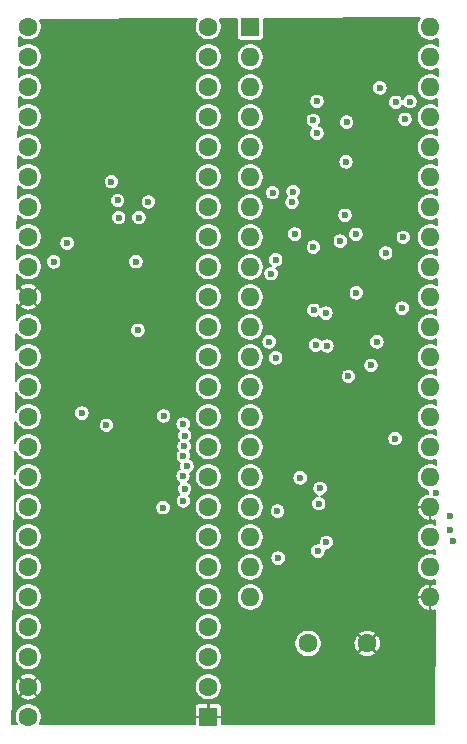
<source format=gbr>
G04 #@! TF.GenerationSoftware,KiCad,Pcbnew,(5.1.8)-1*
G04 #@! TF.CreationDate,2021-03-17T09:54:22-07:00*
G04 #@! TF.ProjectId,MCL64,4d434c36-342e-46b6-9963-61645f706362,rev?*
G04 #@! TF.SameCoordinates,Original*
G04 #@! TF.FileFunction,Copper,L3,Inr*
G04 #@! TF.FilePolarity,Positive*
%FSLAX46Y46*%
G04 Gerber Fmt 4.6, Leading zero omitted, Abs format (unit mm)*
G04 Created by KiCad (PCBNEW (5.1.8)-1) date 2021-03-17 09:54:22*
%MOMM*%
%LPD*%
G01*
G04 APERTURE LIST*
G04 #@! TA.AperFunction,ComponentPad*
%ADD10C,1.600000*%
G04 #@! TD*
G04 #@! TA.AperFunction,ComponentPad*
%ADD11R,1.600000X1.600000*%
G04 #@! TD*
G04 #@! TA.AperFunction,ComponentPad*
%ADD12O,1.600000X1.600000*%
G04 #@! TD*
G04 #@! TA.AperFunction,ViaPad*
%ADD13C,0.600000*%
G04 #@! TD*
G04 #@! TA.AperFunction,Conductor*
%ADD14C,0.203200*%
G04 #@! TD*
G04 #@! TA.AperFunction,Conductor*
%ADD15C,0.100000*%
G04 #@! TD*
G04 APERTURE END LIST*
D10*
X118532920Y-136410700D03*
X113532920Y-136410700D03*
X89847420Y-142618460D03*
X89847420Y-140078460D03*
X89847420Y-137538460D03*
X89847420Y-134998460D03*
X89847420Y-132458460D03*
X89847420Y-129918460D03*
X89847420Y-127378460D03*
X89847420Y-124838460D03*
X89847420Y-122298460D03*
X89847420Y-119758460D03*
X89847420Y-117218460D03*
X89847420Y-114678460D03*
X89847420Y-112138460D03*
X89847420Y-109598460D03*
D11*
X105087420Y-142618460D03*
D10*
X105087420Y-140078460D03*
X105087420Y-137538460D03*
X105087420Y-134998460D03*
X105087420Y-132458460D03*
X105087420Y-129918460D03*
X105087420Y-127378460D03*
X105087420Y-124838460D03*
X105087420Y-122298460D03*
X105087420Y-119758460D03*
X105087420Y-117218460D03*
X105087420Y-114678460D03*
X105087420Y-112138460D03*
X89847420Y-107058460D03*
X89847420Y-104518460D03*
X89847420Y-101978460D03*
X89847420Y-99438460D03*
X89847420Y-96898460D03*
X89847420Y-94358460D03*
X89847420Y-91818460D03*
X89847420Y-89278460D03*
X89847420Y-86738460D03*
X89847420Y-84198460D03*
X105087420Y-84198460D03*
X105087420Y-86738460D03*
X105087420Y-89278460D03*
X105087420Y-91818460D03*
X105087420Y-109598460D03*
X105087420Y-107058460D03*
X105087420Y-104518460D03*
X105087420Y-94358460D03*
X105087420Y-96898460D03*
X105087420Y-99438460D03*
X105087420Y-101978460D03*
D12*
X123873260Y-84226400D03*
X108633260Y-132486400D03*
X123873260Y-86766400D03*
X108633260Y-129946400D03*
X123873260Y-89306400D03*
X108633260Y-127406400D03*
X123873260Y-91846400D03*
X108633260Y-124866400D03*
X123873260Y-94386400D03*
X108633260Y-122326400D03*
X123873260Y-96926400D03*
X108633260Y-119786400D03*
X123873260Y-99466400D03*
X108633260Y-117246400D03*
X123873260Y-102006400D03*
X108633260Y-114706400D03*
X123873260Y-104546400D03*
X108633260Y-112166400D03*
X123873260Y-107086400D03*
X108633260Y-109626400D03*
X123873260Y-109626400D03*
X108633260Y-107086400D03*
X123873260Y-112166400D03*
X108633260Y-104546400D03*
X123873260Y-114706400D03*
X108633260Y-102006400D03*
X123873260Y-117246400D03*
X108633260Y-99466400D03*
X123873260Y-119786400D03*
X108633260Y-96926400D03*
X123873260Y-122326400D03*
X108633260Y-94386400D03*
X123873260Y-124866400D03*
X108633260Y-91846400D03*
X123873260Y-127406400D03*
X108633260Y-89306400D03*
X123873260Y-129946400D03*
X108633260Y-86766400D03*
X123873260Y-132486400D03*
D11*
X108633260Y-84226400D03*
D13*
X93776800Y-110850680D03*
X94206060Y-124510800D03*
X121340880Y-129120900D03*
X112682020Y-94510860D03*
X112395000Y-111115140D03*
X99458320Y-123536536D03*
X99030574Y-118039163D03*
X121185940Y-104467660D03*
X98953320Y-104084120D03*
X99118420Y-109893100D03*
X94373415Y-116907004D03*
X119608600Y-89369900D03*
X112861049Y-122387399D03*
X110996055Y-129179915D03*
X101257100Y-124914660D03*
X101300938Y-117150571D03*
X120103900Y-103344980D03*
X120947180Y-90589100D03*
X122163840Y-90528140D03*
X119359680Y-110871000D03*
X118862321Y-112872108D03*
X110794802Y-112227360D03*
X114269520Y-93215460D03*
X113976064Y-92120554D03*
X121737120Y-92024200D03*
X112400080Y-101747320D03*
X114165380Y-111147860D03*
X114003415Y-108203405D03*
X115039140Y-108437680D03*
X115120420Y-111218980D03*
X117617240Y-106718100D03*
X116946680Y-113802160D03*
X102956360Y-117835680D03*
X110944660Y-125211840D03*
X103088440Y-118803420D03*
X114429540Y-124566680D03*
X103045262Y-119715280D03*
X114551460Y-123276360D03*
X102967002Y-120549790D03*
X103272143Y-121413051D03*
X102941119Y-122222260D03*
X103075740Y-123294140D03*
X102981760Y-124340620D03*
X114363500Y-128587500D03*
X115082988Y-127851570D03*
X99213166Y-100345049D03*
X97502980Y-100345049D03*
X100020120Y-99032060D03*
X97401380Y-98902520D03*
X96888300Y-97312480D03*
X113982500Y-102859840D03*
X116662200Y-100159820D03*
X116743480Y-95633540D03*
X114287300Y-90510360D03*
X121592340Y-102029260D03*
X116258340Y-102339140D03*
X117584521Y-101765100D03*
X110789720Y-103929180D03*
X91996260Y-104094280D03*
X125778260Y-127774700D03*
X125544788Y-126779976D03*
X125549660Y-125630940D03*
X124345410Y-123703080D03*
X116791740Y-92273120D03*
X110523020Y-98231960D03*
X110230920Y-110871000D03*
X121495820Y-108013500D03*
X120901460Y-119062500D03*
X110414399Y-105105951D03*
X96464410Y-117940757D03*
X112273080Y-98145600D03*
X112174020Y-99067620D03*
X93139260Y-102532180D03*
D14*
X122975647Y-83489748D02*
X122849181Y-83679018D01*
X122762069Y-83889324D01*
X122717660Y-84112583D01*
X122717660Y-84340217D01*
X122762069Y-84563476D01*
X122849181Y-84773782D01*
X122975647Y-84963052D01*
X123136608Y-85124013D01*
X123325878Y-85250479D01*
X123536184Y-85337591D01*
X123759443Y-85382000D01*
X123987077Y-85382000D01*
X124210336Y-85337591D01*
X124420642Y-85250479D01*
X124507375Y-85192526D01*
X124504532Y-85798374D01*
X124420642Y-85742321D01*
X124210336Y-85655209D01*
X123987077Y-85610800D01*
X123759443Y-85610800D01*
X123536184Y-85655209D01*
X123325878Y-85742321D01*
X123136608Y-85868787D01*
X122975647Y-86029748D01*
X122849181Y-86219018D01*
X122762069Y-86429324D01*
X122717660Y-86652583D01*
X122717660Y-86880217D01*
X122762069Y-87103476D01*
X122849181Y-87313782D01*
X122975647Y-87503052D01*
X123136608Y-87664013D01*
X123325878Y-87790479D01*
X123536184Y-87877591D01*
X123759443Y-87922000D01*
X123987077Y-87922000D01*
X124210336Y-87877591D01*
X124420642Y-87790479D01*
X124495418Y-87740515D01*
X124492649Y-88330435D01*
X124420642Y-88282321D01*
X124210336Y-88195209D01*
X123987077Y-88150800D01*
X123759443Y-88150800D01*
X123536184Y-88195209D01*
X123325878Y-88282321D01*
X123136608Y-88408787D01*
X122975647Y-88569748D01*
X122849181Y-88759018D01*
X122762069Y-88969324D01*
X122717660Y-89192583D01*
X122717660Y-89420217D01*
X122762069Y-89643476D01*
X122849181Y-89853782D01*
X122975647Y-90043052D01*
X123136608Y-90204013D01*
X123325878Y-90330479D01*
X123536184Y-90417591D01*
X123759443Y-90462000D01*
X123987077Y-90462000D01*
X124210336Y-90417591D01*
X124420642Y-90330479D01*
X124483460Y-90288505D01*
X124480767Y-90862495D01*
X124420642Y-90822321D01*
X124210336Y-90735209D01*
X123987077Y-90690800D01*
X123759443Y-90690800D01*
X123536184Y-90735209D01*
X123325878Y-90822321D01*
X123136608Y-90948787D01*
X122975647Y-91109748D01*
X122849181Y-91299018D01*
X122762069Y-91509324D01*
X122717660Y-91732583D01*
X122717660Y-91960217D01*
X122762069Y-92183476D01*
X122849181Y-92393782D01*
X122975647Y-92583052D01*
X123136608Y-92744013D01*
X123325878Y-92870479D01*
X123536184Y-92957591D01*
X123759443Y-93002000D01*
X123987077Y-93002000D01*
X124210336Y-92957591D01*
X124420642Y-92870479D01*
X124471503Y-92836495D01*
X124468884Y-93394555D01*
X124420642Y-93362321D01*
X124210336Y-93275209D01*
X123987077Y-93230800D01*
X123759443Y-93230800D01*
X123536184Y-93275209D01*
X123325878Y-93362321D01*
X123136608Y-93488787D01*
X122975647Y-93649748D01*
X122849181Y-93839018D01*
X122762069Y-94049324D01*
X122717660Y-94272583D01*
X122717660Y-94500217D01*
X122762069Y-94723476D01*
X122849181Y-94933782D01*
X122975647Y-95123052D01*
X123136608Y-95284013D01*
X123325878Y-95410479D01*
X123536184Y-95497591D01*
X123759443Y-95542000D01*
X123987077Y-95542000D01*
X124210336Y-95497591D01*
X124420642Y-95410479D01*
X124459546Y-95384484D01*
X124457002Y-95926616D01*
X124420642Y-95902321D01*
X124210336Y-95815209D01*
X123987077Y-95770800D01*
X123759443Y-95770800D01*
X123536184Y-95815209D01*
X123325878Y-95902321D01*
X123136608Y-96028787D01*
X122975647Y-96189748D01*
X122849181Y-96379018D01*
X122762069Y-96589324D01*
X122717660Y-96812583D01*
X122717660Y-97040217D01*
X122762069Y-97263476D01*
X122849181Y-97473782D01*
X122975647Y-97663052D01*
X123136608Y-97824013D01*
X123325878Y-97950479D01*
X123536184Y-98037591D01*
X123759443Y-98082000D01*
X123987077Y-98082000D01*
X124210336Y-98037591D01*
X124420642Y-97950479D01*
X124447589Y-97932474D01*
X124445119Y-98458676D01*
X124420642Y-98442321D01*
X124210336Y-98355209D01*
X123987077Y-98310800D01*
X123759443Y-98310800D01*
X123536184Y-98355209D01*
X123325878Y-98442321D01*
X123136608Y-98568787D01*
X122975647Y-98729748D01*
X122849181Y-98919018D01*
X122762069Y-99129324D01*
X122717660Y-99352583D01*
X122717660Y-99580217D01*
X122762069Y-99803476D01*
X122849181Y-100013782D01*
X122975647Y-100203052D01*
X123136608Y-100364013D01*
X123325878Y-100490479D01*
X123536184Y-100577591D01*
X123759443Y-100622000D01*
X123987077Y-100622000D01*
X124210336Y-100577591D01*
X124420642Y-100490479D01*
X124435631Y-100480463D01*
X124433237Y-100990736D01*
X124420642Y-100982321D01*
X124210336Y-100895209D01*
X123987077Y-100850800D01*
X123759443Y-100850800D01*
X123536184Y-100895209D01*
X123325878Y-100982321D01*
X123136608Y-101108787D01*
X122975647Y-101269748D01*
X122849181Y-101459018D01*
X122762069Y-101669324D01*
X122717660Y-101892583D01*
X122717660Y-102120217D01*
X122762069Y-102343476D01*
X122849181Y-102553782D01*
X122975647Y-102743052D01*
X123136608Y-102904013D01*
X123325878Y-103030479D01*
X123536184Y-103117591D01*
X123759443Y-103162000D01*
X123987077Y-103162000D01*
X124210336Y-103117591D01*
X124420642Y-103030479D01*
X124423674Y-103028453D01*
X124421354Y-103522797D01*
X124420642Y-103522321D01*
X124210336Y-103435209D01*
X123987077Y-103390800D01*
X123759443Y-103390800D01*
X123536184Y-103435209D01*
X123325878Y-103522321D01*
X123136608Y-103648787D01*
X122975647Y-103809748D01*
X122849181Y-103999018D01*
X122762069Y-104209324D01*
X122717660Y-104432583D01*
X122717660Y-104660217D01*
X122762069Y-104883476D01*
X122849181Y-105093782D01*
X122975647Y-105283052D01*
X123136608Y-105444013D01*
X123325878Y-105570479D01*
X123536184Y-105657591D01*
X123759443Y-105702000D01*
X123987077Y-105702000D01*
X124210336Y-105657591D01*
X124411727Y-105574172D01*
X124409458Y-106057689D01*
X124210336Y-105975209D01*
X123987077Y-105930800D01*
X123759443Y-105930800D01*
X123536184Y-105975209D01*
X123325878Y-106062321D01*
X123136608Y-106188787D01*
X122975647Y-106349748D01*
X122849181Y-106539018D01*
X122762069Y-106749324D01*
X122717660Y-106972583D01*
X122717660Y-107200217D01*
X122762069Y-107423476D01*
X122849181Y-107633782D01*
X122975647Y-107823052D01*
X123136608Y-107984013D01*
X123325878Y-108110479D01*
X123536184Y-108197591D01*
X123759443Y-108242000D01*
X123987077Y-108242000D01*
X124210336Y-108197591D01*
X124399784Y-108119119D01*
X124397562Y-108592761D01*
X124210336Y-108515209D01*
X123987077Y-108470800D01*
X123759443Y-108470800D01*
X123536184Y-108515209D01*
X123325878Y-108602321D01*
X123136608Y-108728787D01*
X122975647Y-108889748D01*
X122849181Y-109079018D01*
X122762069Y-109289324D01*
X122717660Y-109512583D01*
X122717660Y-109740217D01*
X122762069Y-109963476D01*
X122849181Y-110173782D01*
X122975647Y-110363052D01*
X123136608Y-110524013D01*
X123325878Y-110650479D01*
X123536184Y-110737591D01*
X123759443Y-110782000D01*
X123987077Y-110782000D01*
X124210336Y-110737591D01*
X124387841Y-110664066D01*
X124385665Y-111127833D01*
X124210336Y-111055209D01*
X123987077Y-111010800D01*
X123759443Y-111010800D01*
X123536184Y-111055209D01*
X123325878Y-111142321D01*
X123136608Y-111268787D01*
X122975647Y-111429748D01*
X122849181Y-111619018D01*
X122762069Y-111829324D01*
X122717660Y-112052583D01*
X122717660Y-112280217D01*
X122762069Y-112503476D01*
X122849181Y-112713782D01*
X122975647Y-112903052D01*
X123136608Y-113064013D01*
X123325878Y-113190479D01*
X123536184Y-113277591D01*
X123759443Y-113322000D01*
X123987077Y-113322000D01*
X124210336Y-113277591D01*
X124375898Y-113209013D01*
X124373768Y-113662905D01*
X124210336Y-113595209D01*
X123987077Y-113550800D01*
X123759443Y-113550800D01*
X123536184Y-113595209D01*
X123325878Y-113682321D01*
X123136608Y-113808787D01*
X122975647Y-113969748D01*
X122849181Y-114159018D01*
X122762069Y-114369324D01*
X122717660Y-114592583D01*
X122717660Y-114820217D01*
X122762069Y-115043476D01*
X122849181Y-115253782D01*
X122975647Y-115443052D01*
X123136608Y-115604013D01*
X123325878Y-115730479D01*
X123536184Y-115817591D01*
X123759443Y-115862000D01*
X123987077Y-115862000D01*
X124210336Y-115817591D01*
X124363955Y-115753960D01*
X124361872Y-116197977D01*
X124210336Y-116135209D01*
X123987077Y-116090800D01*
X123759443Y-116090800D01*
X123536184Y-116135209D01*
X123325878Y-116222321D01*
X123136608Y-116348787D01*
X122975647Y-116509748D01*
X122849181Y-116699018D01*
X122762069Y-116909324D01*
X122717660Y-117132583D01*
X122717660Y-117360217D01*
X122762069Y-117583476D01*
X122849181Y-117793782D01*
X122975647Y-117983052D01*
X123136608Y-118144013D01*
X123325878Y-118270479D01*
X123536184Y-118357591D01*
X123759443Y-118402000D01*
X123987077Y-118402000D01*
X124210336Y-118357591D01*
X124352012Y-118298907D01*
X124349975Y-118733050D01*
X124210336Y-118675209D01*
X123987077Y-118630800D01*
X123759443Y-118630800D01*
X123536184Y-118675209D01*
X123325878Y-118762321D01*
X123136608Y-118888787D01*
X122975647Y-119049748D01*
X122849181Y-119239018D01*
X122762069Y-119449324D01*
X122717660Y-119672583D01*
X122717660Y-119900217D01*
X122762069Y-120123476D01*
X122849181Y-120333782D01*
X122975647Y-120523052D01*
X123136608Y-120684013D01*
X123325878Y-120810479D01*
X123536184Y-120897591D01*
X123759443Y-120942000D01*
X123987077Y-120942000D01*
X124210336Y-120897591D01*
X124340069Y-120843853D01*
X124338078Y-121268122D01*
X124210336Y-121215209D01*
X123987077Y-121170800D01*
X123759443Y-121170800D01*
X123536184Y-121215209D01*
X123325878Y-121302321D01*
X123136608Y-121428787D01*
X122975647Y-121589748D01*
X122849181Y-121779018D01*
X122762069Y-121989324D01*
X122717660Y-122212583D01*
X122717660Y-122440217D01*
X122762069Y-122663476D01*
X122849181Y-122873782D01*
X122975647Y-123063052D01*
X123136608Y-123224013D01*
X123325878Y-123350479D01*
X123536184Y-123437591D01*
X123729810Y-123476106D01*
X123715005Y-123511849D01*
X123689810Y-123638509D01*
X123689810Y-123738041D01*
X123667441Y-123729275D01*
X123449554Y-123791278D01*
X123247949Y-123894597D01*
X123070375Y-124035262D01*
X122923655Y-124207867D01*
X122813428Y-124405779D01*
X122743930Y-124621393D01*
X122736136Y-124660581D01*
X122806862Y-124841000D01*
X123847860Y-124841000D01*
X123847860Y-124821000D01*
X123898660Y-124821000D01*
X123898660Y-124841000D01*
X123918660Y-124841000D01*
X123918660Y-124891800D01*
X123898660Y-124891800D01*
X123898660Y-125932822D01*
X124079079Y-126003525D01*
X124296966Y-125941522D01*
X124316193Y-125931669D01*
X124314285Y-126338266D01*
X124210336Y-126295209D01*
X123987077Y-126250800D01*
X123759443Y-126250800D01*
X123536184Y-126295209D01*
X123325878Y-126382321D01*
X123136608Y-126508787D01*
X122975647Y-126669748D01*
X122849181Y-126859018D01*
X122762069Y-127069324D01*
X122717660Y-127292583D01*
X122717660Y-127520217D01*
X122762069Y-127743476D01*
X122849181Y-127953782D01*
X122975647Y-128143052D01*
X123136608Y-128304013D01*
X123325878Y-128430479D01*
X123536184Y-128517591D01*
X123759443Y-128562000D01*
X123987077Y-128562000D01*
X124210336Y-128517591D01*
X124304240Y-128478694D01*
X124302388Y-128873338D01*
X124210336Y-128835209D01*
X123987077Y-128790800D01*
X123759443Y-128790800D01*
X123536184Y-128835209D01*
X123325878Y-128922321D01*
X123136608Y-129048787D01*
X122975647Y-129209748D01*
X122849181Y-129399018D01*
X122762069Y-129609324D01*
X122717660Y-129832583D01*
X122717660Y-130060217D01*
X122762069Y-130283476D01*
X122849181Y-130493782D01*
X122975647Y-130683052D01*
X123136608Y-130844013D01*
X123325878Y-130970479D01*
X123536184Y-131057591D01*
X123759443Y-131102000D01*
X123987077Y-131102000D01*
X124210336Y-131057591D01*
X124292297Y-131023641D01*
X124290487Y-131409434D01*
X124079079Y-131349275D01*
X123898660Y-131419978D01*
X123898660Y-132461000D01*
X123918660Y-132461000D01*
X123918660Y-132511800D01*
X123898660Y-132511800D01*
X123898660Y-133552822D01*
X124079079Y-133623525D01*
X124280365Y-133566246D01*
X124234994Y-143234403D01*
X106244274Y-143232494D01*
X106243020Y-142732760D01*
X106154120Y-142643860D01*
X105112820Y-142643860D01*
X105112820Y-142663860D01*
X105062020Y-142663860D01*
X105062020Y-142643860D01*
X104020720Y-142643860D01*
X103931820Y-142732760D01*
X103930566Y-143232249D01*
X90828056Y-143230859D01*
X90871499Y-143165842D01*
X90958611Y-142955536D01*
X91003020Y-142732277D01*
X91003020Y-142504643D01*
X90958611Y-142281384D01*
X90871499Y-142071078D01*
X90745033Y-141881808D01*
X90681685Y-141818460D01*
X103930099Y-141818460D01*
X103931820Y-142504160D01*
X104020720Y-142593060D01*
X105062020Y-142593060D01*
X105062020Y-141551760D01*
X105112820Y-141551760D01*
X105112820Y-142593060D01*
X106154120Y-142593060D01*
X106243020Y-142504160D01*
X106244741Y-141818460D01*
X106237875Y-141748750D01*
X106217542Y-141681719D01*
X106184522Y-141619943D01*
X106140084Y-141565796D01*
X106085937Y-141521358D01*
X106024161Y-141488338D01*
X105957130Y-141468005D01*
X105887420Y-141461139D01*
X105201720Y-141462860D01*
X105112820Y-141551760D01*
X105062020Y-141551760D01*
X104973120Y-141462860D01*
X104287420Y-141461139D01*
X104217710Y-141468005D01*
X104150679Y-141488338D01*
X104088903Y-141521358D01*
X104034756Y-141565796D01*
X103990318Y-141619943D01*
X103957298Y-141681719D01*
X103936965Y-141748750D01*
X103930099Y-141818460D01*
X90681685Y-141818460D01*
X90584072Y-141720847D01*
X90394802Y-141594381D01*
X90184496Y-141507269D01*
X89961237Y-141462860D01*
X89733603Y-141462860D01*
X89510344Y-141507269D01*
X89300038Y-141594381D01*
X89110768Y-141720847D01*
X88949807Y-141881808D01*
X88823341Y-142071078D01*
X88736229Y-142281384D01*
X88691820Y-142504643D01*
X88691820Y-142732277D01*
X88736229Y-142955536D01*
X88823341Y-143165842D01*
X88866645Y-143230650D01*
X88494662Y-143230611D01*
X88519371Y-140854432D01*
X89107369Y-140854432D01*
X89185601Y-141032588D01*
X89384460Y-141143369D01*
X89601109Y-141213226D01*
X89827224Y-141239475D01*
X90054115Y-141221106D01*
X90273063Y-141158826D01*
X90475653Y-141055028D01*
X90509239Y-141032588D01*
X90587471Y-140854432D01*
X89847420Y-140114381D01*
X89107369Y-140854432D01*
X88519371Y-140854432D01*
X88527651Y-140058264D01*
X88686405Y-140058264D01*
X88704774Y-140285155D01*
X88767054Y-140504103D01*
X88870852Y-140706693D01*
X88893292Y-140740279D01*
X89071448Y-140818511D01*
X89811499Y-140078460D01*
X89883341Y-140078460D01*
X90623392Y-140818511D01*
X90801548Y-140740279D01*
X90912329Y-140541420D01*
X90982186Y-140324771D01*
X91008435Y-140098656D01*
X90997586Y-139964643D01*
X103931820Y-139964643D01*
X103931820Y-140192277D01*
X103976229Y-140415536D01*
X104063341Y-140625842D01*
X104189807Y-140815112D01*
X104350768Y-140976073D01*
X104540038Y-141102539D01*
X104750344Y-141189651D01*
X104973603Y-141234060D01*
X105201237Y-141234060D01*
X105424496Y-141189651D01*
X105634802Y-141102539D01*
X105824072Y-140976073D01*
X105985033Y-140815112D01*
X106111499Y-140625842D01*
X106198611Y-140415536D01*
X106243020Y-140192277D01*
X106243020Y-139964643D01*
X106198611Y-139741384D01*
X106111499Y-139531078D01*
X105985033Y-139341808D01*
X105824072Y-139180847D01*
X105634802Y-139054381D01*
X105424496Y-138967269D01*
X105201237Y-138922860D01*
X104973603Y-138922860D01*
X104750344Y-138967269D01*
X104540038Y-139054381D01*
X104350768Y-139180847D01*
X104189807Y-139341808D01*
X104063341Y-139531078D01*
X103976229Y-139741384D01*
X103931820Y-139964643D01*
X90997586Y-139964643D01*
X90990066Y-139871765D01*
X90927786Y-139652817D01*
X90823988Y-139450227D01*
X90801548Y-139416641D01*
X90623392Y-139338409D01*
X89883341Y-140078460D01*
X89811499Y-140078460D01*
X89071448Y-139338409D01*
X88893292Y-139416641D01*
X88782511Y-139615500D01*
X88712654Y-139832149D01*
X88686405Y-140058264D01*
X88527651Y-140058264D01*
X88535510Y-139302488D01*
X89107369Y-139302488D01*
X89847420Y-140042539D01*
X90587471Y-139302488D01*
X90509239Y-139124332D01*
X90310380Y-139013551D01*
X90093731Y-138943694D01*
X89867616Y-138917445D01*
X89640725Y-138935814D01*
X89421777Y-138998094D01*
X89219187Y-139101892D01*
X89185601Y-139124332D01*
X89107369Y-139302488D01*
X88535510Y-139302488D01*
X88555037Y-137424643D01*
X88691820Y-137424643D01*
X88691820Y-137652277D01*
X88736229Y-137875536D01*
X88823341Y-138085842D01*
X88949807Y-138275112D01*
X89110768Y-138436073D01*
X89300038Y-138562539D01*
X89510344Y-138649651D01*
X89733603Y-138694060D01*
X89961237Y-138694060D01*
X90184496Y-138649651D01*
X90394802Y-138562539D01*
X90584072Y-138436073D01*
X90745033Y-138275112D01*
X90871499Y-138085842D01*
X90958611Y-137875536D01*
X91003020Y-137652277D01*
X91003020Y-137424643D01*
X103931820Y-137424643D01*
X103931820Y-137652277D01*
X103976229Y-137875536D01*
X104063341Y-138085842D01*
X104189807Y-138275112D01*
X104350768Y-138436073D01*
X104540038Y-138562539D01*
X104750344Y-138649651D01*
X104973603Y-138694060D01*
X105201237Y-138694060D01*
X105424496Y-138649651D01*
X105634802Y-138562539D01*
X105824072Y-138436073D01*
X105985033Y-138275112D01*
X106111499Y-138085842D01*
X106198611Y-137875536D01*
X106243020Y-137652277D01*
X106243020Y-137424643D01*
X106198611Y-137201384D01*
X106111499Y-136991078D01*
X105985033Y-136801808D01*
X105824072Y-136640847D01*
X105634802Y-136514381D01*
X105424496Y-136427269D01*
X105201237Y-136382860D01*
X104973603Y-136382860D01*
X104750344Y-136427269D01*
X104540038Y-136514381D01*
X104350768Y-136640847D01*
X104189807Y-136801808D01*
X104063341Y-136991078D01*
X103976229Y-137201384D01*
X103931820Y-137424643D01*
X91003020Y-137424643D01*
X90958611Y-137201384D01*
X90871499Y-136991078D01*
X90745033Y-136801808D01*
X90584072Y-136640847D01*
X90394802Y-136514381D01*
X90184496Y-136427269D01*
X89961237Y-136382860D01*
X89733603Y-136382860D01*
X89510344Y-136427269D01*
X89300038Y-136514381D01*
X89110768Y-136640847D01*
X88949807Y-136801808D01*
X88823341Y-136991078D01*
X88736229Y-137201384D01*
X88691820Y-137424643D01*
X88555037Y-137424643D01*
X88566764Y-136296883D01*
X112377320Y-136296883D01*
X112377320Y-136524517D01*
X112421729Y-136747776D01*
X112508841Y-136958082D01*
X112635307Y-137147352D01*
X112796268Y-137308313D01*
X112985538Y-137434779D01*
X113195844Y-137521891D01*
X113419103Y-137566300D01*
X113646737Y-137566300D01*
X113869996Y-137521891D01*
X114080302Y-137434779D01*
X114269572Y-137308313D01*
X114391213Y-137186672D01*
X117792869Y-137186672D01*
X117871101Y-137364828D01*
X118069960Y-137475609D01*
X118286609Y-137545466D01*
X118512724Y-137571715D01*
X118739615Y-137553346D01*
X118958563Y-137491066D01*
X119161153Y-137387268D01*
X119194739Y-137364828D01*
X119272971Y-137186672D01*
X118532920Y-136446621D01*
X117792869Y-137186672D01*
X114391213Y-137186672D01*
X114430533Y-137147352D01*
X114556999Y-136958082D01*
X114644111Y-136747776D01*
X114688520Y-136524517D01*
X114688520Y-136390504D01*
X117371905Y-136390504D01*
X117390274Y-136617395D01*
X117452554Y-136836343D01*
X117556352Y-137038933D01*
X117578792Y-137072519D01*
X117756948Y-137150751D01*
X118496999Y-136410700D01*
X118568841Y-136410700D01*
X119308892Y-137150751D01*
X119487048Y-137072519D01*
X119597829Y-136873660D01*
X119667686Y-136657011D01*
X119693935Y-136430896D01*
X119675566Y-136204005D01*
X119613286Y-135985057D01*
X119509488Y-135782467D01*
X119487048Y-135748881D01*
X119308892Y-135670649D01*
X118568841Y-136410700D01*
X118496999Y-136410700D01*
X117756948Y-135670649D01*
X117578792Y-135748881D01*
X117468011Y-135947740D01*
X117398154Y-136164389D01*
X117371905Y-136390504D01*
X114688520Y-136390504D01*
X114688520Y-136296883D01*
X114644111Y-136073624D01*
X114556999Y-135863318D01*
X114430533Y-135674048D01*
X114391213Y-135634728D01*
X117792869Y-135634728D01*
X118532920Y-136374779D01*
X119272971Y-135634728D01*
X119194739Y-135456572D01*
X118995880Y-135345791D01*
X118779231Y-135275934D01*
X118553116Y-135249685D01*
X118326225Y-135268054D01*
X118107277Y-135330334D01*
X117904687Y-135434132D01*
X117871101Y-135456572D01*
X117792869Y-135634728D01*
X114391213Y-135634728D01*
X114269572Y-135513087D01*
X114080302Y-135386621D01*
X113869996Y-135299509D01*
X113646737Y-135255100D01*
X113419103Y-135255100D01*
X113195844Y-135299509D01*
X112985538Y-135386621D01*
X112796268Y-135513087D01*
X112635307Y-135674048D01*
X112508841Y-135863318D01*
X112421729Y-136073624D01*
X112377320Y-136296883D01*
X88566764Y-136296883D01*
X88581450Y-134884643D01*
X88691820Y-134884643D01*
X88691820Y-135112277D01*
X88736229Y-135335536D01*
X88823341Y-135545842D01*
X88949807Y-135735112D01*
X89110768Y-135896073D01*
X89300038Y-136022539D01*
X89510344Y-136109651D01*
X89733603Y-136154060D01*
X89961237Y-136154060D01*
X90184496Y-136109651D01*
X90394802Y-136022539D01*
X90584072Y-135896073D01*
X90745033Y-135735112D01*
X90871499Y-135545842D01*
X90958611Y-135335536D01*
X91003020Y-135112277D01*
X91003020Y-134884643D01*
X103931820Y-134884643D01*
X103931820Y-135112277D01*
X103976229Y-135335536D01*
X104063341Y-135545842D01*
X104189807Y-135735112D01*
X104350768Y-135896073D01*
X104540038Y-136022539D01*
X104750344Y-136109651D01*
X104973603Y-136154060D01*
X105201237Y-136154060D01*
X105424496Y-136109651D01*
X105634802Y-136022539D01*
X105824072Y-135896073D01*
X105985033Y-135735112D01*
X106111499Y-135545842D01*
X106198611Y-135335536D01*
X106243020Y-135112277D01*
X106243020Y-134884643D01*
X106198611Y-134661384D01*
X106111499Y-134451078D01*
X105985033Y-134261808D01*
X105824072Y-134100847D01*
X105634802Y-133974381D01*
X105424496Y-133887269D01*
X105201237Y-133842860D01*
X104973603Y-133842860D01*
X104750344Y-133887269D01*
X104540038Y-133974381D01*
X104350768Y-134100847D01*
X104189807Y-134261808D01*
X104063341Y-134451078D01*
X103976229Y-134661384D01*
X103931820Y-134884643D01*
X91003020Y-134884643D01*
X90958611Y-134661384D01*
X90871499Y-134451078D01*
X90745033Y-134261808D01*
X90584072Y-134100847D01*
X90394802Y-133974381D01*
X90184496Y-133887269D01*
X89961237Y-133842860D01*
X89733603Y-133842860D01*
X89510344Y-133887269D01*
X89300038Y-133974381D01*
X89110768Y-134100847D01*
X88949807Y-134261808D01*
X88823341Y-134451078D01*
X88736229Y-134661384D01*
X88691820Y-134884643D01*
X88581450Y-134884643D01*
X88607863Y-132344643D01*
X88691820Y-132344643D01*
X88691820Y-132572277D01*
X88736229Y-132795536D01*
X88823341Y-133005842D01*
X88949807Y-133195112D01*
X89110768Y-133356073D01*
X89300038Y-133482539D01*
X89510344Y-133569651D01*
X89733603Y-133614060D01*
X89961237Y-133614060D01*
X90184496Y-133569651D01*
X90394802Y-133482539D01*
X90584072Y-133356073D01*
X90745033Y-133195112D01*
X90871499Y-133005842D01*
X90958611Y-132795536D01*
X91003020Y-132572277D01*
X91003020Y-132344643D01*
X103931820Y-132344643D01*
X103931820Y-132572277D01*
X103976229Y-132795536D01*
X104063341Y-133005842D01*
X104189807Y-133195112D01*
X104350768Y-133356073D01*
X104540038Y-133482539D01*
X104750344Y-133569651D01*
X104973603Y-133614060D01*
X105201237Y-133614060D01*
X105424496Y-133569651D01*
X105634802Y-133482539D01*
X105824072Y-133356073D01*
X105985033Y-133195112D01*
X106111499Y-133005842D01*
X106198611Y-132795536D01*
X106243020Y-132572277D01*
X106243020Y-132372583D01*
X107477660Y-132372583D01*
X107477660Y-132600217D01*
X107522069Y-132823476D01*
X107609181Y-133033782D01*
X107735647Y-133223052D01*
X107896608Y-133384013D01*
X108085878Y-133510479D01*
X108296184Y-133597591D01*
X108519443Y-133642000D01*
X108747077Y-133642000D01*
X108970336Y-133597591D01*
X109180642Y-133510479D01*
X109369912Y-133384013D01*
X109530873Y-133223052D01*
X109657339Y-133033782D01*
X109744451Y-132823476D01*
X109770559Y-132692219D01*
X122736136Y-132692219D01*
X122743930Y-132731407D01*
X122813428Y-132947021D01*
X122923655Y-133144933D01*
X123070375Y-133317538D01*
X123247949Y-133458203D01*
X123449554Y-133561522D01*
X123667441Y-133623525D01*
X123847860Y-133552822D01*
X123847860Y-132511800D01*
X122806862Y-132511800D01*
X122736136Y-132692219D01*
X109770559Y-132692219D01*
X109788860Y-132600217D01*
X109788860Y-132372583D01*
X109770560Y-132280581D01*
X122736136Y-132280581D01*
X122806862Y-132461000D01*
X123847860Y-132461000D01*
X123847860Y-131419978D01*
X123667441Y-131349275D01*
X123449554Y-131411278D01*
X123247949Y-131514597D01*
X123070375Y-131655262D01*
X122923655Y-131827867D01*
X122813428Y-132025779D01*
X122743930Y-132241393D01*
X122736136Y-132280581D01*
X109770560Y-132280581D01*
X109744451Y-132149324D01*
X109657339Y-131939018D01*
X109530873Y-131749748D01*
X109369912Y-131588787D01*
X109180642Y-131462321D01*
X108970336Y-131375209D01*
X108747077Y-131330800D01*
X108519443Y-131330800D01*
X108296184Y-131375209D01*
X108085878Y-131462321D01*
X107896608Y-131588787D01*
X107735647Y-131749748D01*
X107609181Y-131939018D01*
X107522069Y-132149324D01*
X107477660Y-132372583D01*
X106243020Y-132372583D01*
X106243020Y-132344643D01*
X106198611Y-132121384D01*
X106111499Y-131911078D01*
X105985033Y-131721808D01*
X105824072Y-131560847D01*
X105634802Y-131434381D01*
X105424496Y-131347269D01*
X105201237Y-131302860D01*
X104973603Y-131302860D01*
X104750344Y-131347269D01*
X104540038Y-131434381D01*
X104350768Y-131560847D01*
X104189807Y-131721808D01*
X104063341Y-131911078D01*
X103976229Y-132121384D01*
X103931820Y-132344643D01*
X91003020Y-132344643D01*
X90958611Y-132121384D01*
X90871499Y-131911078D01*
X90745033Y-131721808D01*
X90584072Y-131560847D01*
X90394802Y-131434381D01*
X90184496Y-131347269D01*
X89961237Y-131302860D01*
X89733603Y-131302860D01*
X89510344Y-131347269D01*
X89300038Y-131434381D01*
X89110768Y-131560847D01*
X88949807Y-131721808D01*
X88823341Y-131911078D01*
X88736229Y-132121384D01*
X88691820Y-132344643D01*
X88607863Y-132344643D01*
X88634276Y-129804643D01*
X88691820Y-129804643D01*
X88691820Y-130032277D01*
X88736229Y-130255536D01*
X88823341Y-130465842D01*
X88949807Y-130655112D01*
X89110768Y-130816073D01*
X89300038Y-130942539D01*
X89510344Y-131029651D01*
X89733603Y-131074060D01*
X89961237Y-131074060D01*
X90184496Y-131029651D01*
X90394802Y-130942539D01*
X90584072Y-130816073D01*
X90745033Y-130655112D01*
X90871499Y-130465842D01*
X90958611Y-130255536D01*
X91003020Y-130032277D01*
X91003020Y-129804643D01*
X103931820Y-129804643D01*
X103931820Y-130032277D01*
X103976229Y-130255536D01*
X104063341Y-130465842D01*
X104189807Y-130655112D01*
X104350768Y-130816073D01*
X104540038Y-130942539D01*
X104750344Y-131029651D01*
X104973603Y-131074060D01*
X105201237Y-131074060D01*
X105424496Y-131029651D01*
X105634802Y-130942539D01*
X105824072Y-130816073D01*
X105985033Y-130655112D01*
X106111499Y-130465842D01*
X106198611Y-130255536D01*
X106243020Y-130032277D01*
X106243020Y-129832583D01*
X107477660Y-129832583D01*
X107477660Y-130060217D01*
X107522069Y-130283476D01*
X107609181Y-130493782D01*
X107735647Y-130683052D01*
X107896608Y-130844013D01*
X108085878Y-130970479D01*
X108296184Y-131057591D01*
X108519443Y-131102000D01*
X108747077Y-131102000D01*
X108970336Y-131057591D01*
X109180642Y-130970479D01*
X109369912Y-130844013D01*
X109530873Y-130683052D01*
X109657339Y-130493782D01*
X109744451Y-130283476D01*
X109788860Y-130060217D01*
X109788860Y-129832583D01*
X109744451Y-129609324D01*
X109657339Y-129399018D01*
X109530873Y-129209748D01*
X109436469Y-129115344D01*
X110340455Y-129115344D01*
X110340455Y-129244486D01*
X110365650Y-129371146D01*
X110415070Y-129490458D01*
X110486817Y-129597836D01*
X110578134Y-129689153D01*
X110685512Y-129760900D01*
X110804824Y-129810320D01*
X110931484Y-129835515D01*
X111060626Y-129835515D01*
X111187286Y-129810320D01*
X111306598Y-129760900D01*
X111413976Y-129689153D01*
X111505293Y-129597836D01*
X111577040Y-129490458D01*
X111626460Y-129371146D01*
X111651655Y-129244486D01*
X111651655Y-129115344D01*
X111626460Y-128988684D01*
X111577040Y-128869372D01*
X111505293Y-128761994D01*
X111413976Y-128670677D01*
X111306598Y-128598930D01*
X111187286Y-128549510D01*
X111060626Y-128524315D01*
X110931484Y-128524315D01*
X110804824Y-128549510D01*
X110685512Y-128598930D01*
X110578134Y-128670677D01*
X110486817Y-128761994D01*
X110415070Y-128869372D01*
X110365650Y-128988684D01*
X110340455Y-129115344D01*
X109436469Y-129115344D01*
X109369912Y-129048787D01*
X109180642Y-128922321D01*
X108970336Y-128835209D01*
X108747077Y-128790800D01*
X108519443Y-128790800D01*
X108296184Y-128835209D01*
X108085878Y-128922321D01*
X107896608Y-129048787D01*
X107735647Y-129209748D01*
X107609181Y-129399018D01*
X107522069Y-129609324D01*
X107477660Y-129832583D01*
X106243020Y-129832583D01*
X106243020Y-129804643D01*
X106198611Y-129581384D01*
X106111499Y-129371078D01*
X105985033Y-129181808D01*
X105824072Y-129020847D01*
X105634802Y-128894381D01*
X105424496Y-128807269D01*
X105201237Y-128762860D01*
X104973603Y-128762860D01*
X104750344Y-128807269D01*
X104540038Y-128894381D01*
X104350768Y-129020847D01*
X104189807Y-129181808D01*
X104063341Y-129371078D01*
X103976229Y-129581384D01*
X103931820Y-129804643D01*
X91003020Y-129804643D01*
X90958611Y-129581384D01*
X90871499Y-129371078D01*
X90745033Y-129181808D01*
X90584072Y-129020847D01*
X90394802Y-128894381D01*
X90184496Y-128807269D01*
X89961237Y-128762860D01*
X89733603Y-128762860D01*
X89510344Y-128807269D01*
X89300038Y-128894381D01*
X89110768Y-129020847D01*
X88949807Y-129181808D01*
X88823341Y-129371078D01*
X88736229Y-129581384D01*
X88691820Y-129804643D01*
X88634276Y-129804643D01*
X88660690Y-127264643D01*
X88691820Y-127264643D01*
X88691820Y-127492277D01*
X88736229Y-127715536D01*
X88823341Y-127925842D01*
X88949807Y-128115112D01*
X89110768Y-128276073D01*
X89300038Y-128402539D01*
X89510344Y-128489651D01*
X89733603Y-128534060D01*
X89961237Y-128534060D01*
X90184496Y-128489651D01*
X90394802Y-128402539D01*
X90584072Y-128276073D01*
X90745033Y-128115112D01*
X90871499Y-127925842D01*
X90958611Y-127715536D01*
X91003020Y-127492277D01*
X91003020Y-127264643D01*
X103931820Y-127264643D01*
X103931820Y-127492277D01*
X103976229Y-127715536D01*
X104063341Y-127925842D01*
X104189807Y-128115112D01*
X104350768Y-128276073D01*
X104540038Y-128402539D01*
X104750344Y-128489651D01*
X104973603Y-128534060D01*
X105201237Y-128534060D01*
X105424496Y-128489651D01*
X105634802Y-128402539D01*
X105824072Y-128276073D01*
X105985033Y-128115112D01*
X106111499Y-127925842D01*
X106198611Y-127715536D01*
X106243020Y-127492277D01*
X106243020Y-127292583D01*
X107477660Y-127292583D01*
X107477660Y-127520217D01*
X107522069Y-127743476D01*
X107609181Y-127953782D01*
X107735647Y-128143052D01*
X107896608Y-128304013D01*
X108085878Y-128430479D01*
X108296184Y-128517591D01*
X108519443Y-128562000D01*
X108747077Y-128562000D01*
X108943500Y-128522929D01*
X113707900Y-128522929D01*
X113707900Y-128652071D01*
X113733095Y-128778731D01*
X113782515Y-128898043D01*
X113854262Y-129005421D01*
X113945579Y-129096738D01*
X114052957Y-129168485D01*
X114172269Y-129217905D01*
X114298929Y-129243100D01*
X114428071Y-129243100D01*
X114554731Y-129217905D01*
X114674043Y-129168485D01*
X114781421Y-129096738D01*
X114872738Y-129005421D01*
X114944485Y-128898043D01*
X114993905Y-128778731D01*
X115019100Y-128652071D01*
X115019100Y-128522929D01*
X115015864Y-128506662D01*
X115018417Y-128507170D01*
X115147559Y-128507170D01*
X115274219Y-128481975D01*
X115393531Y-128432555D01*
X115500909Y-128360808D01*
X115592226Y-128269491D01*
X115663973Y-128162113D01*
X115713393Y-128042801D01*
X115738588Y-127916141D01*
X115738588Y-127786999D01*
X115713393Y-127660339D01*
X115663973Y-127541027D01*
X115592226Y-127433649D01*
X115500909Y-127342332D01*
X115393531Y-127270585D01*
X115274219Y-127221165D01*
X115147559Y-127195970D01*
X115018417Y-127195970D01*
X114891757Y-127221165D01*
X114772445Y-127270585D01*
X114665067Y-127342332D01*
X114573750Y-127433649D01*
X114502003Y-127541027D01*
X114452583Y-127660339D01*
X114427388Y-127786999D01*
X114427388Y-127916141D01*
X114430624Y-127932408D01*
X114428071Y-127931900D01*
X114298929Y-127931900D01*
X114172269Y-127957095D01*
X114052957Y-128006515D01*
X113945579Y-128078262D01*
X113854262Y-128169579D01*
X113782515Y-128276957D01*
X113733095Y-128396269D01*
X113707900Y-128522929D01*
X108943500Y-128522929D01*
X108970336Y-128517591D01*
X109180642Y-128430479D01*
X109369912Y-128304013D01*
X109530873Y-128143052D01*
X109657339Y-127953782D01*
X109744451Y-127743476D01*
X109788860Y-127520217D01*
X109788860Y-127292583D01*
X109744451Y-127069324D01*
X109657339Y-126859018D01*
X109530873Y-126669748D01*
X109369912Y-126508787D01*
X109180642Y-126382321D01*
X108970336Y-126295209D01*
X108747077Y-126250800D01*
X108519443Y-126250800D01*
X108296184Y-126295209D01*
X108085878Y-126382321D01*
X107896608Y-126508787D01*
X107735647Y-126669748D01*
X107609181Y-126859018D01*
X107522069Y-127069324D01*
X107477660Y-127292583D01*
X106243020Y-127292583D01*
X106243020Y-127264643D01*
X106198611Y-127041384D01*
X106111499Y-126831078D01*
X105985033Y-126641808D01*
X105824072Y-126480847D01*
X105634802Y-126354381D01*
X105424496Y-126267269D01*
X105201237Y-126222860D01*
X104973603Y-126222860D01*
X104750344Y-126267269D01*
X104540038Y-126354381D01*
X104350768Y-126480847D01*
X104189807Y-126641808D01*
X104063341Y-126831078D01*
X103976229Y-127041384D01*
X103931820Y-127264643D01*
X91003020Y-127264643D01*
X90958611Y-127041384D01*
X90871499Y-126831078D01*
X90745033Y-126641808D01*
X90584072Y-126480847D01*
X90394802Y-126354381D01*
X90184496Y-126267269D01*
X89961237Y-126222860D01*
X89733603Y-126222860D01*
X89510344Y-126267269D01*
X89300038Y-126354381D01*
X89110768Y-126480847D01*
X88949807Y-126641808D01*
X88823341Y-126831078D01*
X88736229Y-127041384D01*
X88691820Y-127264643D01*
X88660690Y-127264643D01*
X88687104Y-124724643D01*
X88691820Y-124724643D01*
X88691820Y-124952277D01*
X88736229Y-125175536D01*
X88823341Y-125385842D01*
X88949807Y-125575112D01*
X89110768Y-125736073D01*
X89300038Y-125862539D01*
X89510344Y-125949651D01*
X89733603Y-125994060D01*
X89961237Y-125994060D01*
X90184496Y-125949651D01*
X90394802Y-125862539D01*
X90584072Y-125736073D01*
X90745033Y-125575112D01*
X90871499Y-125385842D01*
X90958611Y-125175536D01*
X91003020Y-124952277D01*
X91003020Y-124850089D01*
X100601500Y-124850089D01*
X100601500Y-124979231D01*
X100626695Y-125105891D01*
X100676115Y-125225203D01*
X100747862Y-125332581D01*
X100839179Y-125423898D01*
X100946557Y-125495645D01*
X101065869Y-125545065D01*
X101192529Y-125570260D01*
X101321671Y-125570260D01*
X101448331Y-125545065D01*
X101567643Y-125495645D01*
X101675021Y-125423898D01*
X101766338Y-125332581D01*
X101838085Y-125225203D01*
X101887505Y-125105891D01*
X101912700Y-124979231D01*
X101912700Y-124850089D01*
X101887505Y-124723429D01*
X101838085Y-124604117D01*
X101766338Y-124496739D01*
X101675021Y-124405422D01*
X101567643Y-124333675D01*
X101448331Y-124284255D01*
X101321671Y-124259060D01*
X101192529Y-124259060D01*
X101065869Y-124284255D01*
X100946557Y-124333675D01*
X100839179Y-124405422D01*
X100747862Y-124496739D01*
X100676115Y-124604117D01*
X100626695Y-124723429D01*
X100601500Y-124850089D01*
X91003020Y-124850089D01*
X91003020Y-124724643D01*
X90958611Y-124501384D01*
X90871499Y-124291078D01*
X90745033Y-124101808D01*
X90584072Y-123940847D01*
X90394802Y-123814381D01*
X90184496Y-123727269D01*
X89961237Y-123682860D01*
X89733603Y-123682860D01*
X89510344Y-123727269D01*
X89300038Y-123814381D01*
X89110768Y-123940847D01*
X88949807Y-124101808D01*
X88823341Y-124291078D01*
X88736229Y-124501384D01*
X88691820Y-124724643D01*
X88687104Y-124724643D01*
X88710191Y-122504636D01*
X88736229Y-122635536D01*
X88823341Y-122845842D01*
X88949807Y-123035112D01*
X89110768Y-123196073D01*
X89300038Y-123322539D01*
X89510344Y-123409651D01*
X89733603Y-123454060D01*
X89961237Y-123454060D01*
X90184496Y-123409651D01*
X90394802Y-123322539D01*
X90584072Y-123196073D01*
X90745033Y-123035112D01*
X90871499Y-122845842D01*
X90958611Y-122635536D01*
X91003020Y-122412277D01*
X91003020Y-122184643D01*
X90997659Y-122157689D01*
X102285519Y-122157689D01*
X102285519Y-122286831D01*
X102310714Y-122413491D01*
X102360134Y-122532803D01*
X102431881Y-122640181D01*
X102523198Y-122731498D01*
X102630576Y-122803245D01*
X102636869Y-122805852D01*
X102566502Y-122876219D01*
X102494755Y-122983597D01*
X102445335Y-123102909D01*
X102420140Y-123229569D01*
X102420140Y-123358711D01*
X102445335Y-123485371D01*
X102494755Y-123604683D01*
X102566502Y-123712061D01*
X102636963Y-123782522D01*
X102563839Y-123831382D01*
X102472522Y-123922699D01*
X102400775Y-124030077D01*
X102351355Y-124149389D01*
X102326160Y-124276049D01*
X102326160Y-124405191D01*
X102351355Y-124531851D01*
X102400775Y-124651163D01*
X102472522Y-124758541D01*
X102563839Y-124849858D01*
X102671217Y-124921605D01*
X102790529Y-124971025D01*
X102917189Y-124996220D01*
X103046331Y-124996220D01*
X103172991Y-124971025D01*
X103292303Y-124921605D01*
X103399681Y-124849858D01*
X103490998Y-124758541D01*
X103513647Y-124724643D01*
X103931820Y-124724643D01*
X103931820Y-124952277D01*
X103976229Y-125175536D01*
X104063341Y-125385842D01*
X104189807Y-125575112D01*
X104350768Y-125736073D01*
X104540038Y-125862539D01*
X104750344Y-125949651D01*
X104973603Y-125994060D01*
X105201237Y-125994060D01*
X105424496Y-125949651D01*
X105634802Y-125862539D01*
X105824072Y-125736073D01*
X105985033Y-125575112D01*
X106111499Y-125385842D01*
X106198611Y-125175536D01*
X106243020Y-124952277D01*
X106243020Y-124752583D01*
X107477660Y-124752583D01*
X107477660Y-124980217D01*
X107522069Y-125203476D01*
X107609181Y-125413782D01*
X107735647Y-125603052D01*
X107896608Y-125764013D01*
X108085878Y-125890479D01*
X108296184Y-125977591D01*
X108519443Y-126022000D01*
X108747077Y-126022000D01*
X108970336Y-125977591D01*
X109180642Y-125890479D01*
X109369912Y-125764013D01*
X109530873Y-125603052D01*
X109657339Y-125413782D01*
X109744451Y-125203476D01*
X109755631Y-125147269D01*
X110289060Y-125147269D01*
X110289060Y-125276411D01*
X110314255Y-125403071D01*
X110363675Y-125522383D01*
X110435422Y-125629761D01*
X110526739Y-125721078D01*
X110634117Y-125792825D01*
X110753429Y-125842245D01*
X110880089Y-125867440D01*
X111009231Y-125867440D01*
X111135891Y-125842245D01*
X111255203Y-125792825D01*
X111362581Y-125721078D01*
X111453898Y-125629761D01*
X111525645Y-125522383D01*
X111575065Y-125403071D01*
X111600260Y-125276411D01*
X111600260Y-125147269D01*
X111575065Y-125020609D01*
X111525645Y-124901297D01*
X111453898Y-124793919D01*
X111362581Y-124702602D01*
X111255203Y-124630855D01*
X111135891Y-124581435D01*
X111009231Y-124556240D01*
X110880089Y-124556240D01*
X110753429Y-124581435D01*
X110634117Y-124630855D01*
X110526739Y-124702602D01*
X110435422Y-124793919D01*
X110363675Y-124901297D01*
X110314255Y-125020609D01*
X110289060Y-125147269D01*
X109755631Y-125147269D01*
X109788860Y-124980217D01*
X109788860Y-124752583D01*
X109744451Y-124529324D01*
X109733179Y-124502109D01*
X113773940Y-124502109D01*
X113773940Y-124631251D01*
X113799135Y-124757911D01*
X113848555Y-124877223D01*
X113920302Y-124984601D01*
X114011619Y-125075918D01*
X114118997Y-125147665D01*
X114238309Y-125197085D01*
X114364969Y-125222280D01*
X114494111Y-125222280D01*
X114620771Y-125197085D01*
X114740083Y-125147665D01*
X114847461Y-125075918D01*
X114851160Y-125072219D01*
X122736136Y-125072219D01*
X122743930Y-125111407D01*
X122813428Y-125327021D01*
X122923655Y-125524933D01*
X123070375Y-125697538D01*
X123247949Y-125838203D01*
X123449554Y-125941522D01*
X123667441Y-126003525D01*
X123847860Y-125932822D01*
X123847860Y-124891800D01*
X122806862Y-124891800D01*
X122736136Y-125072219D01*
X114851160Y-125072219D01*
X114938778Y-124984601D01*
X115010525Y-124877223D01*
X115059945Y-124757911D01*
X115085140Y-124631251D01*
X115085140Y-124502109D01*
X115059945Y-124375449D01*
X115010525Y-124256137D01*
X114938778Y-124148759D01*
X114847461Y-124057442D01*
X114740083Y-123985695D01*
X114620771Y-123936275D01*
X114599079Y-123931960D01*
X114616031Y-123931960D01*
X114742691Y-123906765D01*
X114862003Y-123857345D01*
X114969381Y-123785598D01*
X115060698Y-123694281D01*
X115132445Y-123586903D01*
X115181865Y-123467591D01*
X115207060Y-123340931D01*
X115207060Y-123211789D01*
X115181865Y-123085129D01*
X115132445Y-122965817D01*
X115060698Y-122858439D01*
X114969381Y-122767122D01*
X114862003Y-122695375D01*
X114742691Y-122645955D01*
X114616031Y-122620760D01*
X114486889Y-122620760D01*
X114360229Y-122645955D01*
X114240917Y-122695375D01*
X114133539Y-122767122D01*
X114042222Y-122858439D01*
X113970475Y-122965817D01*
X113921055Y-123085129D01*
X113895860Y-123211789D01*
X113895860Y-123340931D01*
X113921055Y-123467591D01*
X113970475Y-123586903D01*
X114042222Y-123694281D01*
X114133539Y-123785598D01*
X114240917Y-123857345D01*
X114360229Y-123906765D01*
X114381921Y-123911080D01*
X114364969Y-123911080D01*
X114238309Y-123936275D01*
X114118997Y-123985695D01*
X114011619Y-124057442D01*
X113920302Y-124148759D01*
X113848555Y-124256137D01*
X113799135Y-124375449D01*
X113773940Y-124502109D01*
X109733179Y-124502109D01*
X109657339Y-124319018D01*
X109530873Y-124129748D01*
X109369912Y-123968787D01*
X109180642Y-123842321D01*
X108970336Y-123755209D01*
X108747077Y-123710800D01*
X108519443Y-123710800D01*
X108296184Y-123755209D01*
X108085878Y-123842321D01*
X107896608Y-123968787D01*
X107735647Y-124129748D01*
X107609181Y-124319018D01*
X107522069Y-124529324D01*
X107477660Y-124752583D01*
X106243020Y-124752583D01*
X106243020Y-124724643D01*
X106198611Y-124501384D01*
X106111499Y-124291078D01*
X105985033Y-124101808D01*
X105824072Y-123940847D01*
X105634802Y-123814381D01*
X105424496Y-123727269D01*
X105201237Y-123682860D01*
X104973603Y-123682860D01*
X104750344Y-123727269D01*
X104540038Y-123814381D01*
X104350768Y-123940847D01*
X104189807Y-124101808D01*
X104063341Y-124291078D01*
X103976229Y-124501384D01*
X103931820Y-124724643D01*
X103513647Y-124724643D01*
X103562745Y-124651163D01*
X103612165Y-124531851D01*
X103637360Y-124405191D01*
X103637360Y-124276049D01*
X103612165Y-124149389D01*
X103562745Y-124030077D01*
X103490998Y-123922699D01*
X103420537Y-123852238D01*
X103493661Y-123803378D01*
X103584978Y-123712061D01*
X103656725Y-123604683D01*
X103706145Y-123485371D01*
X103731340Y-123358711D01*
X103731340Y-123229569D01*
X103706145Y-123102909D01*
X103656725Y-122983597D01*
X103584978Y-122876219D01*
X103493661Y-122784902D01*
X103386283Y-122713155D01*
X103379990Y-122710548D01*
X103450357Y-122640181D01*
X103522104Y-122532803D01*
X103571524Y-122413491D01*
X103596719Y-122286831D01*
X103596719Y-122184643D01*
X103931820Y-122184643D01*
X103931820Y-122412277D01*
X103976229Y-122635536D01*
X104063341Y-122845842D01*
X104189807Y-123035112D01*
X104350768Y-123196073D01*
X104540038Y-123322539D01*
X104750344Y-123409651D01*
X104973603Y-123454060D01*
X105201237Y-123454060D01*
X105424496Y-123409651D01*
X105634802Y-123322539D01*
X105824072Y-123196073D01*
X105985033Y-123035112D01*
X106111499Y-122845842D01*
X106198611Y-122635536D01*
X106243020Y-122412277D01*
X106243020Y-122212583D01*
X107477660Y-122212583D01*
X107477660Y-122440217D01*
X107522069Y-122663476D01*
X107609181Y-122873782D01*
X107735647Y-123063052D01*
X107896608Y-123224013D01*
X108085878Y-123350479D01*
X108296184Y-123437591D01*
X108519443Y-123482000D01*
X108747077Y-123482000D01*
X108970336Y-123437591D01*
X109180642Y-123350479D01*
X109369912Y-123224013D01*
X109530873Y-123063052D01*
X109657339Y-122873782D01*
X109744451Y-122663476D01*
X109788860Y-122440217D01*
X109788860Y-122322828D01*
X112205449Y-122322828D01*
X112205449Y-122451970D01*
X112230644Y-122578630D01*
X112280064Y-122697942D01*
X112351811Y-122805320D01*
X112443128Y-122896637D01*
X112550506Y-122968384D01*
X112669818Y-123017804D01*
X112796478Y-123042999D01*
X112925620Y-123042999D01*
X113052280Y-123017804D01*
X113171592Y-122968384D01*
X113278970Y-122896637D01*
X113370287Y-122805320D01*
X113442034Y-122697942D01*
X113491454Y-122578630D01*
X113516649Y-122451970D01*
X113516649Y-122322828D01*
X113491454Y-122196168D01*
X113442034Y-122076856D01*
X113370287Y-121969478D01*
X113278970Y-121878161D01*
X113171592Y-121806414D01*
X113052280Y-121756994D01*
X112925620Y-121731799D01*
X112796478Y-121731799D01*
X112669818Y-121756994D01*
X112550506Y-121806414D01*
X112443128Y-121878161D01*
X112351811Y-121969478D01*
X112280064Y-122076856D01*
X112230644Y-122196168D01*
X112205449Y-122322828D01*
X109788860Y-122322828D01*
X109788860Y-122212583D01*
X109744451Y-121989324D01*
X109657339Y-121779018D01*
X109530873Y-121589748D01*
X109369912Y-121428787D01*
X109180642Y-121302321D01*
X108970336Y-121215209D01*
X108747077Y-121170800D01*
X108519443Y-121170800D01*
X108296184Y-121215209D01*
X108085878Y-121302321D01*
X107896608Y-121428787D01*
X107735647Y-121589748D01*
X107609181Y-121779018D01*
X107522069Y-121989324D01*
X107477660Y-122212583D01*
X106243020Y-122212583D01*
X106243020Y-122184643D01*
X106198611Y-121961384D01*
X106111499Y-121751078D01*
X105985033Y-121561808D01*
X105824072Y-121400847D01*
X105634802Y-121274381D01*
X105424496Y-121187269D01*
X105201237Y-121142860D01*
X104973603Y-121142860D01*
X104750344Y-121187269D01*
X104540038Y-121274381D01*
X104350768Y-121400847D01*
X104189807Y-121561808D01*
X104063341Y-121751078D01*
X103976229Y-121961384D01*
X103931820Y-122184643D01*
X103596719Y-122184643D01*
X103596719Y-122157689D01*
X103571524Y-122031029D01*
X103560080Y-122003400D01*
X103582686Y-121994036D01*
X103690064Y-121922289D01*
X103781381Y-121830972D01*
X103853128Y-121723594D01*
X103902548Y-121604282D01*
X103927743Y-121477622D01*
X103927743Y-121348480D01*
X103902548Y-121221820D01*
X103853128Y-121102508D01*
X103781381Y-120995130D01*
X103690064Y-120903813D01*
X103582686Y-120832066D01*
X103563062Y-120823938D01*
X103597407Y-120741021D01*
X103622602Y-120614361D01*
X103622602Y-120485219D01*
X103597407Y-120358559D01*
X103547987Y-120239247D01*
X103508120Y-120179581D01*
X103554500Y-120133201D01*
X103626247Y-120025823D01*
X103675667Y-119906511D01*
X103700862Y-119779851D01*
X103700862Y-119650709D01*
X103699656Y-119644643D01*
X103931820Y-119644643D01*
X103931820Y-119872277D01*
X103976229Y-120095536D01*
X104063341Y-120305842D01*
X104189807Y-120495112D01*
X104350768Y-120656073D01*
X104540038Y-120782539D01*
X104750344Y-120869651D01*
X104973603Y-120914060D01*
X105201237Y-120914060D01*
X105424496Y-120869651D01*
X105634802Y-120782539D01*
X105824072Y-120656073D01*
X105985033Y-120495112D01*
X106111499Y-120305842D01*
X106198611Y-120095536D01*
X106243020Y-119872277D01*
X106243020Y-119672583D01*
X107477660Y-119672583D01*
X107477660Y-119900217D01*
X107522069Y-120123476D01*
X107609181Y-120333782D01*
X107735647Y-120523052D01*
X107896608Y-120684013D01*
X108085878Y-120810479D01*
X108296184Y-120897591D01*
X108519443Y-120942000D01*
X108747077Y-120942000D01*
X108970336Y-120897591D01*
X109180642Y-120810479D01*
X109369912Y-120684013D01*
X109530873Y-120523052D01*
X109657339Y-120333782D01*
X109744451Y-120123476D01*
X109788860Y-119900217D01*
X109788860Y-119672583D01*
X109744451Y-119449324D01*
X109657339Y-119239018D01*
X109530873Y-119049748D01*
X109479054Y-118997929D01*
X120245860Y-118997929D01*
X120245860Y-119127071D01*
X120271055Y-119253731D01*
X120320475Y-119373043D01*
X120392222Y-119480421D01*
X120483539Y-119571738D01*
X120590917Y-119643485D01*
X120710229Y-119692905D01*
X120836889Y-119718100D01*
X120966031Y-119718100D01*
X121092691Y-119692905D01*
X121212003Y-119643485D01*
X121319381Y-119571738D01*
X121410698Y-119480421D01*
X121482445Y-119373043D01*
X121531865Y-119253731D01*
X121557060Y-119127071D01*
X121557060Y-118997929D01*
X121531865Y-118871269D01*
X121482445Y-118751957D01*
X121410698Y-118644579D01*
X121319381Y-118553262D01*
X121212003Y-118481515D01*
X121092691Y-118432095D01*
X120966031Y-118406900D01*
X120836889Y-118406900D01*
X120710229Y-118432095D01*
X120590917Y-118481515D01*
X120483539Y-118553262D01*
X120392222Y-118644579D01*
X120320475Y-118751957D01*
X120271055Y-118871269D01*
X120245860Y-118997929D01*
X109479054Y-118997929D01*
X109369912Y-118888787D01*
X109180642Y-118762321D01*
X108970336Y-118675209D01*
X108747077Y-118630800D01*
X108519443Y-118630800D01*
X108296184Y-118675209D01*
X108085878Y-118762321D01*
X107896608Y-118888787D01*
X107735647Y-119049748D01*
X107609181Y-119239018D01*
X107522069Y-119449324D01*
X107477660Y-119672583D01*
X106243020Y-119672583D01*
X106243020Y-119644643D01*
X106198611Y-119421384D01*
X106111499Y-119211078D01*
X105985033Y-119021808D01*
X105824072Y-118860847D01*
X105634802Y-118734381D01*
X105424496Y-118647269D01*
X105201237Y-118602860D01*
X104973603Y-118602860D01*
X104750344Y-118647269D01*
X104540038Y-118734381D01*
X104350768Y-118860847D01*
X104189807Y-119021808D01*
X104063341Y-119211078D01*
X103976229Y-119421384D01*
X103931820Y-119644643D01*
X103699656Y-119644643D01*
X103675667Y-119524049D01*
X103626247Y-119404737D01*
X103554500Y-119297359D01*
X103538080Y-119280939D01*
X103597678Y-119221341D01*
X103669425Y-119113963D01*
X103718845Y-118994651D01*
X103744040Y-118867991D01*
X103744040Y-118738849D01*
X103718845Y-118612189D01*
X103669425Y-118492877D01*
X103597678Y-118385499D01*
X103506361Y-118294182D01*
X103457599Y-118261600D01*
X103465598Y-118253601D01*
X103537345Y-118146223D01*
X103586765Y-118026911D01*
X103611960Y-117900251D01*
X103611960Y-117771109D01*
X103586765Y-117644449D01*
X103537345Y-117525137D01*
X103465598Y-117417759D01*
X103374281Y-117326442D01*
X103266903Y-117254695D01*
X103147591Y-117205275D01*
X103020931Y-117180080D01*
X102891789Y-117180080D01*
X102765129Y-117205275D01*
X102645817Y-117254695D01*
X102538439Y-117326442D01*
X102447122Y-117417759D01*
X102375375Y-117525137D01*
X102325955Y-117644449D01*
X102300760Y-117771109D01*
X102300760Y-117900251D01*
X102325955Y-118026911D01*
X102375375Y-118146223D01*
X102447122Y-118253601D01*
X102538439Y-118344918D01*
X102587201Y-118377500D01*
X102579202Y-118385499D01*
X102507455Y-118492877D01*
X102458035Y-118612189D01*
X102432840Y-118738849D01*
X102432840Y-118867991D01*
X102458035Y-118994651D01*
X102507455Y-119113963D01*
X102579202Y-119221341D01*
X102595622Y-119237761D01*
X102536024Y-119297359D01*
X102464277Y-119404737D01*
X102414857Y-119524049D01*
X102389662Y-119650709D01*
X102389662Y-119779851D01*
X102414857Y-119906511D01*
X102464277Y-120025823D01*
X102504144Y-120085489D01*
X102457764Y-120131869D01*
X102386017Y-120239247D01*
X102336597Y-120358559D01*
X102311402Y-120485219D01*
X102311402Y-120614361D01*
X102336597Y-120741021D01*
X102386017Y-120860333D01*
X102457764Y-120967711D01*
X102549081Y-121059028D01*
X102656459Y-121130775D01*
X102676083Y-121138903D01*
X102641738Y-121221820D01*
X102616543Y-121348480D01*
X102616543Y-121477622D01*
X102641738Y-121604282D01*
X102653182Y-121631911D01*
X102630576Y-121641275D01*
X102523198Y-121713022D01*
X102431881Y-121804339D01*
X102360134Y-121911717D01*
X102310714Y-122031029D01*
X102285519Y-122157689D01*
X90997659Y-122157689D01*
X90958611Y-121961384D01*
X90871499Y-121751078D01*
X90745033Y-121561808D01*
X90584072Y-121400847D01*
X90394802Y-121274381D01*
X90184496Y-121187269D01*
X89961237Y-121142860D01*
X89733603Y-121142860D01*
X89510344Y-121187269D01*
X89300038Y-121274381D01*
X89110768Y-121400847D01*
X88949807Y-121561808D01*
X88823341Y-121751078D01*
X88736229Y-121961384D01*
X88714716Y-122069538D01*
X88735292Y-120090828D01*
X88736229Y-120095536D01*
X88823341Y-120305842D01*
X88949807Y-120495112D01*
X89110768Y-120656073D01*
X89300038Y-120782539D01*
X89510344Y-120869651D01*
X89733603Y-120914060D01*
X89961237Y-120914060D01*
X90184496Y-120869651D01*
X90394802Y-120782539D01*
X90584072Y-120656073D01*
X90745033Y-120495112D01*
X90871499Y-120305842D01*
X90958611Y-120095536D01*
X91003020Y-119872277D01*
X91003020Y-119644643D01*
X90958611Y-119421384D01*
X90871499Y-119211078D01*
X90745033Y-119021808D01*
X90584072Y-118860847D01*
X90394802Y-118734381D01*
X90184496Y-118647269D01*
X89961237Y-118602860D01*
X89733603Y-118602860D01*
X89510344Y-118647269D01*
X89300038Y-118734381D01*
X89110768Y-118860847D01*
X88949807Y-119021808D01*
X88823341Y-119211078D01*
X88742409Y-119406464D01*
X88761034Y-117615421D01*
X88823341Y-117765842D01*
X88949807Y-117955112D01*
X89110768Y-118116073D01*
X89300038Y-118242539D01*
X89510344Y-118329651D01*
X89733603Y-118374060D01*
X89961237Y-118374060D01*
X90184496Y-118329651D01*
X90394802Y-118242539D01*
X90584072Y-118116073D01*
X90745033Y-117955112D01*
X90797769Y-117876186D01*
X95808810Y-117876186D01*
X95808810Y-118005328D01*
X95834005Y-118131988D01*
X95883425Y-118251300D01*
X95955172Y-118358678D01*
X96046489Y-118449995D01*
X96153867Y-118521742D01*
X96273179Y-118571162D01*
X96399839Y-118596357D01*
X96528981Y-118596357D01*
X96655641Y-118571162D01*
X96774953Y-118521742D01*
X96882331Y-118449995D01*
X96973648Y-118358678D01*
X97045395Y-118251300D01*
X97094815Y-118131988D01*
X97120010Y-118005328D01*
X97120010Y-117876186D01*
X97094815Y-117749526D01*
X97045395Y-117630214D01*
X96973648Y-117522836D01*
X96882331Y-117431519D01*
X96774953Y-117359772D01*
X96655641Y-117310352D01*
X96528981Y-117285157D01*
X96399839Y-117285157D01*
X96273179Y-117310352D01*
X96153867Y-117359772D01*
X96046489Y-117431519D01*
X95955172Y-117522836D01*
X95883425Y-117630214D01*
X95834005Y-117749526D01*
X95808810Y-117876186D01*
X90797769Y-117876186D01*
X90871499Y-117765842D01*
X90958611Y-117555536D01*
X91003020Y-117332277D01*
X91003020Y-117104643D01*
X90958611Y-116881384D01*
X90942477Y-116842433D01*
X93717815Y-116842433D01*
X93717815Y-116971575D01*
X93743010Y-117098235D01*
X93792430Y-117217547D01*
X93864177Y-117324925D01*
X93955494Y-117416242D01*
X94062872Y-117487989D01*
X94182184Y-117537409D01*
X94308844Y-117562604D01*
X94437986Y-117562604D01*
X94564646Y-117537409D01*
X94683958Y-117487989D01*
X94791336Y-117416242D01*
X94882653Y-117324925D01*
X94954400Y-117217547D01*
X95003820Y-117098235D01*
X95006253Y-117086000D01*
X100645338Y-117086000D01*
X100645338Y-117215142D01*
X100670533Y-117341802D01*
X100719953Y-117461114D01*
X100791700Y-117568492D01*
X100883017Y-117659809D01*
X100990395Y-117731556D01*
X101109707Y-117780976D01*
X101236367Y-117806171D01*
X101365509Y-117806171D01*
X101492169Y-117780976D01*
X101611481Y-117731556D01*
X101718859Y-117659809D01*
X101810176Y-117568492D01*
X101881923Y-117461114D01*
X101931343Y-117341802D01*
X101956538Y-117215142D01*
X101956538Y-117104643D01*
X103931820Y-117104643D01*
X103931820Y-117332277D01*
X103976229Y-117555536D01*
X104063341Y-117765842D01*
X104189807Y-117955112D01*
X104350768Y-118116073D01*
X104540038Y-118242539D01*
X104750344Y-118329651D01*
X104973603Y-118374060D01*
X105201237Y-118374060D01*
X105424496Y-118329651D01*
X105634802Y-118242539D01*
X105824072Y-118116073D01*
X105985033Y-117955112D01*
X106111499Y-117765842D01*
X106198611Y-117555536D01*
X106243020Y-117332277D01*
X106243020Y-117132583D01*
X107477660Y-117132583D01*
X107477660Y-117360217D01*
X107522069Y-117583476D01*
X107609181Y-117793782D01*
X107735647Y-117983052D01*
X107896608Y-118144013D01*
X108085878Y-118270479D01*
X108296184Y-118357591D01*
X108519443Y-118402000D01*
X108747077Y-118402000D01*
X108970336Y-118357591D01*
X109180642Y-118270479D01*
X109369912Y-118144013D01*
X109530873Y-117983052D01*
X109657339Y-117793782D01*
X109744451Y-117583476D01*
X109788860Y-117360217D01*
X109788860Y-117132583D01*
X109744451Y-116909324D01*
X109657339Y-116699018D01*
X109530873Y-116509748D01*
X109369912Y-116348787D01*
X109180642Y-116222321D01*
X108970336Y-116135209D01*
X108747077Y-116090800D01*
X108519443Y-116090800D01*
X108296184Y-116135209D01*
X108085878Y-116222321D01*
X107896608Y-116348787D01*
X107735647Y-116509748D01*
X107609181Y-116699018D01*
X107522069Y-116909324D01*
X107477660Y-117132583D01*
X106243020Y-117132583D01*
X106243020Y-117104643D01*
X106198611Y-116881384D01*
X106111499Y-116671078D01*
X105985033Y-116481808D01*
X105824072Y-116320847D01*
X105634802Y-116194381D01*
X105424496Y-116107269D01*
X105201237Y-116062860D01*
X104973603Y-116062860D01*
X104750344Y-116107269D01*
X104540038Y-116194381D01*
X104350768Y-116320847D01*
X104189807Y-116481808D01*
X104063341Y-116671078D01*
X103976229Y-116881384D01*
X103931820Y-117104643D01*
X101956538Y-117104643D01*
X101956538Y-117086000D01*
X101931343Y-116959340D01*
X101881923Y-116840028D01*
X101810176Y-116732650D01*
X101718859Y-116641333D01*
X101611481Y-116569586D01*
X101492169Y-116520166D01*
X101365509Y-116494971D01*
X101236367Y-116494971D01*
X101109707Y-116520166D01*
X100990395Y-116569586D01*
X100883017Y-116641333D01*
X100791700Y-116732650D01*
X100719953Y-116840028D01*
X100670533Y-116959340D01*
X100645338Y-117086000D01*
X95006253Y-117086000D01*
X95029015Y-116971575D01*
X95029015Y-116842433D01*
X95003820Y-116715773D01*
X94954400Y-116596461D01*
X94882653Y-116489083D01*
X94791336Y-116397766D01*
X94683958Y-116326019D01*
X94564646Y-116276599D01*
X94437986Y-116251404D01*
X94308844Y-116251404D01*
X94182184Y-116276599D01*
X94062872Y-116326019D01*
X93955494Y-116397766D01*
X93864177Y-116489083D01*
X93792430Y-116596461D01*
X93743010Y-116715773D01*
X93717815Y-116842433D01*
X90942477Y-116842433D01*
X90871499Y-116671078D01*
X90745033Y-116481808D01*
X90584072Y-116320847D01*
X90394802Y-116194381D01*
X90184496Y-116107269D01*
X89961237Y-116062860D01*
X89733603Y-116062860D01*
X89510344Y-116107269D01*
X89300038Y-116194381D01*
X89110768Y-116320847D01*
X88949807Y-116481808D01*
X88823341Y-116671078D01*
X88769503Y-116801054D01*
X88786801Y-115137627D01*
X88823341Y-115225842D01*
X88949807Y-115415112D01*
X89110768Y-115576073D01*
X89300038Y-115702539D01*
X89510344Y-115789651D01*
X89733603Y-115834060D01*
X89961237Y-115834060D01*
X90184496Y-115789651D01*
X90394802Y-115702539D01*
X90584072Y-115576073D01*
X90745033Y-115415112D01*
X90871499Y-115225842D01*
X90958611Y-115015536D01*
X91003020Y-114792277D01*
X91003020Y-114564643D01*
X103931820Y-114564643D01*
X103931820Y-114792277D01*
X103976229Y-115015536D01*
X104063341Y-115225842D01*
X104189807Y-115415112D01*
X104350768Y-115576073D01*
X104540038Y-115702539D01*
X104750344Y-115789651D01*
X104973603Y-115834060D01*
X105201237Y-115834060D01*
X105424496Y-115789651D01*
X105634802Y-115702539D01*
X105824072Y-115576073D01*
X105985033Y-115415112D01*
X106111499Y-115225842D01*
X106198611Y-115015536D01*
X106243020Y-114792277D01*
X106243020Y-114592583D01*
X107477660Y-114592583D01*
X107477660Y-114820217D01*
X107522069Y-115043476D01*
X107609181Y-115253782D01*
X107735647Y-115443052D01*
X107896608Y-115604013D01*
X108085878Y-115730479D01*
X108296184Y-115817591D01*
X108519443Y-115862000D01*
X108747077Y-115862000D01*
X108970336Y-115817591D01*
X109180642Y-115730479D01*
X109369912Y-115604013D01*
X109530873Y-115443052D01*
X109657339Y-115253782D01*
X109744451Y-115043476D01*
X109788860Y-114820217D01*
X109788860Y-114592583D01*
X109744451Y-114369324D01*
X109657339Y-114159018D01*
X109530873Y-113969748D01*
X109369912Y-113808787D01*
X109263357Y-113737589D01*
X116291080Y-113737589D01*
X116291080Y-113866731D01*
X116316275Y-113993391D01*
X116365695Y-114112703D01*
X116437442Y-114220081D01*
X116528759Y-114311398D01*
X116636137Y-114383145D01*
X116755449Y-114432565D01*
X116882109Y-114457760D01*
X117011251Y-114457760D01*
X117137911Y-114432565D01*
X117257223Y-114383145D01*
X117364601Y-114311398D01*
X117455918Y-114220081D01*
X117527665Y-114112703D01*
X117577085Y-113993391D01*
X117602280Y-113866731D01*
X117602280Y-113737589D01*
X117577085Y-113610929D01*
X117527665Y-113491617D01*
X117455918Y-113384239D01*
X117364601Y-113292922D01*
X117257223Y-113221175D01*
X117137911Y-113171755D01*
X117011251Y-113146560D01*
X116882109Y-113146560D01*
X116755449Y-113171755D01*
X116636137Y-113221175D01*
X116528759Y-113292922D01*
X116437442Y-113384239D01*
X116365695Y-113491617D01*
X116316275Y-113610929D01*
X116291080Y-113737589D01*
X109263357Y-113737589D01*
X109180642Y-113682321D01*
X108970336Y-113595209D01*
X108747077Y-113550800D01*
X108519443Y-113550800D01*
X108296184Y-113595209D01*
X108085878Y-113682321D01*
X107896608Y-113808787D01*
X107735647Y-113969748D01*
X107609181Y-114159018D01*
X107522069Y-114369324D01*
X107477660Y-114592583D01*
X106243020Y-114592583D01*
X106243020Y-114564643D01*
X106198611Y-114341384D01*
X106111499Y-114131078D01*
X105985033Y-113941808D01*
X105824072Y-113780847D01*
X105634802Y-113654381D01*
X105424496Y-113567269D01*
X105201237Y-113522860D01*
X104973603Y-113522860D01*
X104750344Y-113567269D01*
X104540038Y-113654381D01*
X104350768Y-113780847D01*
X104189807Y-113941808D01*
X104063341Y-114131078D01*
X103976229Y-114341384D01*
X103931820Y-114564643D01*
X91003020Y-114564643D01*
X90958611Y-114341384D01*
X90871499Y-114131078D01*
X90745033Y-113941808D01*
X90584072Y-113780847D01*
X90394802Y-113654381D01*
X90184496Y-113567269D01*
X89961237Y-113522860D01*
X89733603Y-113522860D01*
X89510344Y-113567269D01*
X89300038Y-113654381D01*
X89110768Y-113780847D01*
X88949807Y-113941808D01*
X88823341Y-114131078D01*
X88796596Y-114195645D01*
X88812567Y-112659832D01*
X88823341Y-112685842D01*
X88949807Y-112875112D01*
X89110768Y-113036073D01*
X89300038Y-113162539D01*
X89510344Y-113249651D01*
X89733603Y-113294060D01*
X89961237Y-113294060D01*
X90184496Y-113249651D01*
X90394802Y-113162539D01*
X90584072Y-113036073D01*
X90745033Y-112875112D01*
X90871499Y-112685842D01*
X90958611Y-112475536D01*
X91003020Y-112252277D01*
X91003020Y-112024643D01*
X103931820Y-112024643D01*
X103931820Y-112252277D01*
X103976229Y-112475536D01*
X104063341Y-112685842D01*
X104189807Y-112875112D01*
X104350768Y-113036073D01*
X104540038Y-113162539D01*
X104750344Y-113249651D01*
X104973603Y-113294060D01*
X105201237Y-113294060D01*
X105424496Y-113249651D01*
X105634802Y-113162539D01*
X105824072Y-113036073D01*
X105985033Y-112875112D01*
X106111499Y-112685842D01*
X106198611Y-112475536D01*
X106243020Y-112252277D01*
X106243020Y-112052583D01*
X107477660Y-112052583D01*
X107477660Y-112280217D01*
X107522069Y-112503476D01*
X107609181Y-112713782D01*
X107735647Y-112903052D01*
X107896608Y-113064013D01*
X108085878Y-113190479D01*
X108296184Y-113277591D01*
X108519443Y-113322000D01*
X108747077Y-113322000D01*
X108970336Y-113277591D01*
X109180642Y-113190479D01*
X109369912Y-113064013D01*
X109530873Y-112903052D01*
X109657339Y-112713782D01*
X109744451Y-112503476D01*
X109788860Y-112280217D01*
X109788860Y-112162789D01*
X110139202Y-112162789D01*
X110139202Y-112291931D01*
X110164397Y-112418591D01*
X110213817Y-112537903D01*
X110285564Y-112645281D01*
X110376881Y-112736598D01*
X110484259Y-112808345D01*
X110603571Y-112857765D01*
X110730231Y-112882960D01*
X110859373Y-112882960D01*
X110986033Y-112857765D01*
X111105345Y-112808345D01*
X111106554Y-112807537D01*
X118206721Y-112807537D01*
X118206721Y-112936679D01*
X118231916Y-113063339D01*
X118281336Y-113182651D01*
X118353083Y-113290029D01*
X118444400Y-113381346D01*
X118551778Y-113453093D01*
X118671090Y-113502513D01*
X118797750Y-113527708D01*
X118926892Y-113527708D01*
X119053552Y-113502513D01*
X119172864Y-113453093D01*
X119280242Y-113381346D01*
X119371559Y-113290029D01*
X119443306Y-113182651D01*
X119492726Y-113063339D01*
X119517921Y-112936679D01*
X119517921Y-112807537D01*
X119492726Y-112680877D01*
X119443306Y-112561565D01*
X119371559Y-112454187D01*
X119280242Y-112362870D01*
X119172864Y-112291123D01*
X119053552Y-112241703D01*
X118926892Y-112216508D01*
X118797750Y-112216508D01*
X118671090Y-112241703D01*
X118551778Y-112291123D01*
X118444400Y-112362870D01*
X118353083Y-112454187D01*
X118281336Y-112561565D01*
X118231916Y-112680877D01*
X118206721Y-112807537D01*
X111106554Y-112807537D01*
X111212723Y-112736598D01*
X111304040Y-112645281D01*
X111375787Y-112537903D01*
X111425207Y-112418591D01*
X111450402Y-112291931D01*
X111450402Y-112162789D01*
X111425207Y-112036129D01*
X111375787Y-111916817D01*
X111304040Y-111809439D01*
X111212723Y-111718122D01*
X111105345Y-111646375D01*
X110986033Y-111596955D01*
X110859373Y-111571760D01*
X110730231Y-111571760D01*
X110603571Y-111596955D01*
X110484259Y-111646375D01*
X110376881Y-111718122D01*
X110285564Y-111809439D01*
X110213817Y-111916817D01*
X110164397Y-112036129D01*
X110139202Y-112162789D01*
X109788860Y-112162789D01*
X109788860Y-112052583D01*
X109744451Y-111829324D01*
X109657339Y-111619018D01*
X109530873Y-111429748D01*
X109369912Y-111268787D01*
X109180642Y-111142321D01*
X108970336Y-111055209D01*
X108747077Y-111010800D01*
X108519443Y-111010800D01*
X108296184Y-111055209D01*
X108085878Y-111142321D01*
X107896608Y-111268787D01*
X107735647Y-111429748D01*
X107609181Y-111619018D01*
X107522069Y-111829324D01*
X107477660Y-112052583D01*
X106243020Y-112052583D01*
X106243020Y-112024643D01*
X106198611Y-111801384D01*
X106111499Y-111591078D01*
X105985033Y-111401808D01*
X105824072Y-111240847D01*
X105634802Y-111114381D01*
X105424496Y-111027269D01*
X105201237Y-110982860D01*
X104973603Y-110982860D01*
X104750344Y-111027269D01*
X104540038Y-111114381D01*
X104350768Y-111240847D01*
X104189807Y-111401808D01*
X104063341Y-111591078D01*
X103976229Y-111801384D01*
X103931820Y-112024643D01*
X91003020Y-112024643D01*
X90958611Y-111801384D01*
X90871499Y-111591078D01*
X90745033Y-111401808D01*
X90584072Y-111240847D01*
X90394802Y-111114381D01*
X90184496Y-111027269D01*
X89961237Y-110982860D01*
X89733603Y-110982860D01*
X89510344Y-111027269D01*
X89300038Y-111114381D01*
X89110768Y-111240847D01*
X88949807Y-111401808D01*
X88823687Y-111590561D01*
X88831841Y-110806429D01*
X109575320Y-110806429D01*
X109575320Y-110935571D01*
X109600515Y-111062231D01*
X109649935Y-111181543D01*
X109721682Y-111288921D01*
X109812999Y-111380238D01*
X109920377Y-111451985D01*
X110039689Y-111501405D01*
X110166349Y-111526600D01*
X110295491Y-111526600D01*
X110422151Y-111501405D01*
X110541463Y-111451985D01*
X110648841Y-111380238D01*
X110740158Y-111288921D01*
X110811905Y-111181543D01*
X110852602Y-111083289D01*
X113509780Y-111083289D01*
X113509780Y-111212431D01*
X113534975Y-111339091D01*
X113584395Y-111458403D01*
X113656142Y-111565781D01*
X113747459Y-111657098D01*
X113854837Y-111728845D01*
X113974149Y-111778265D01*
X114100809Y-111803460D01*
X114229951Y-111803460D01*
X114356611Y-111778265D01*
X114475923Y-111728845D01*
X114583301Y-111657098D01*
X114608104Y-111632295D01*
X114611182Y-111636901D01*
X114702499Y-111728218D01*
X114809877Y-111799965D01*
X114929189Y-111849385D01*
X115055849Y-111874580D01*
X115184991Y-111874580D01*
X115311651Y-111849385D01*
X115430963Y-111799965D01*
X115538341Y-111728218D01*
X115629658Y-111636901D01*
X115701405Y-111529523D01*
X115750825Y-111410211D01*
X115776020Y-111283551D01*
X115776020Y-111154409D01*
X115750825Y-111027749D01*
X115701405Y-110908437D01*
X115633247Y-110806429D01*
X118704080Y-110806429D01*
X118704080Y-110935571D01*
X118729275Y-111062231D01*
X118778695Y-111181543D01*
X118850442Y-111288921D01*
X118941759Y-111380238D01*
X119049137Y-111451985D01*
X119168449Y-111501405D01*
X119295109Y-111526600D01*
X119424251Y-111526600D01*
X119550911Y-111501405D01*
X119670223Y-111451985D01*
X119777601Y-111380238D01*
X119868918Y-111288921D01*
X119940665Y-111181543D01*
X119990085Y-111062231D01*
X120015280Y-110935571D01*
X120015280Y-110806429D01*
X119990085Y-110679769D01*
X119940665Y-110560457D01*
X119868918Y-110453079D01*
X119777601Y-110361762D01*
X119670223Y-110290015D01*
X119550911Y-110240595D01*
X119424251Y-110215400D01*
X119295109Y-110215400D01*
X119168449Y-110240595D01*
X119049137Y-110290015D01*
X118941759Y-110361762D01*
X118850442Y-110453079D01*
X118778695Y-110560457D01*
X118729275Y-110679769D01*
X118704080Y-110806429D01*
X115633247Y-110806429D01*
X115629658Y-110801059D01*
X115538341Y-110709742D01*
X115430963Y-110637995D01*
X115311651Y-110588575D01*
X115184991Y-110563380D01*
X115055849Y-110563380D01*
X114929189Y-110588575D01*
X114809877Y-110637995D01*
X114702499Y-110709742D01*
X114677696Y-110734545D01*
X114674618Y-110729939D01*
X114583301Y-110638622D01*
X114475923Y-110566875D01*
X114356611Y-110517455D01*
X114229951Y-110492260D01*
X114100809Y-110492260D01*
X113974149Y-110517455D01*
X113854837Y-110566875D01*
X113747459Y-110638622D01*
X113656142Y-110729939D01*
X113584395Y-110837317D01*
X113534975Y-110956629D01*
X113509780Y-111083289D01*
X110852602Y-111083289D01*
X110861325Y-111062231D01*
X110886520Y-110935571D01*
X110886520Y-110806429D01*
X110861325Y-110679769D01*
X110811905Y-110560457D01*
X110740158Y-110453079D01*
X110648841Y-110361762D01*
X110541463Y-110290015D01*
X110422151Y-110240595D01*
X110295491Y-110215400D01*
X110166349Y-110215400D01*
X110039689Y-110240595D01*
X109920377Y-110290015D01*
X109812999Y-110361762D01*
X109721682Y-110453079D01*
X109649935Y-110560457D01*
X109600515Y-110679769D01*
X109575320Y-110806429D01*
X88831841Y-110806429D01*
X88838475Y-110168491D01*
X88949807Y-110335112D01*
X89110768Y-110496073D01*
X89300038Y-110622539D01*
X89510344Y-110709651D01*
X89733603Y-110754060D01*
X89961237Y-110754060D01*
X90184496Y-110709651D01*
X90394802Y-110622539D01*
X90584072Y-110496073D01*
X90745033Y-110335112D01*
X90871499Y-110145842D01*
X90958611Y-109935536D01*
X90979896Y-109828529D01*
X98462820Y-109828529D01*
X98462820Y-109957671D01*
X98488015Y-110084331D01*
X98537435Y-110203643D01*
X98609182Y-110311021D01*
X98700499Y-110402338D01*
X98807877Y-110474085D01*
X98927189Y-110523505D01*
X99053849Y-110548700D01*
X99182991Y-110548700D01*
X99309651Y-110523505D01*
X99428963Y-110474085D01*
X99536341Y-110402338D01*
X99627658Y-110311021D01*
X99699405Y-110203643D01*
X99748825Y-110084331D01*
X99774020Y-109957671D01*
X99774020Y-109828529D01*
X99748825Y-109701869D01*
X99699405Y-109582557D01*
X99633982Y-109484643D01*
X103931820Y-109484643D01*
X103931820Y-109712277D01*
X103976229Y-109935536D01*
X104063341Y-110145842D01*
X104189807Y-110335112D01*
X104350768Y-110496073D01*
X104540038Y-110622539D01*
X104750344Y-110709651D01*
X104973603Y-110754060D01*
X105201237Y-110754060D01*
X105424496Y-110709651D01*
X105634802Y-110622539D01*
X105824072Y-110496073D01*
X105985033Y-110335112D01*
X106111499Y-110145842D01*
X106198611Y-109935536D01*
X106243020Y-109712277D01*
X106243020Y-109512583D01*
X107477660Y-109512583D01*
X107477660Y-109740217D01*
X107522069Y-109963476D01*
X107609181Y-110173782D01*
X107735647Y-110363052D01*
X107896608Y-110524013D01*
X108085878Y-110650479D01*
X108296184Y-110737591D01*
X108519443Y-110782000D01*
X108747077Y-110782000D01*
X108970336Y-110737591D01*
X109180642Y-110650479D01*
X109369912Y-110524013D01*
X109530873Y-110363052D01*
X109657339Y-110173782D01*
X109744451Y-109963476D01*
X109788860Y-109740217D01*
X109788860Y-109512583D01*
X109744451Y-109289324D01*
X109657339Y-109079018D01*
X109530873Y-108889748D01*
X109369912Y-108728787D01*
X109180642Y-108602321D01*
X108970336Y-108515209D01*
X108747077Y-108470800D01*
X108519443Y-108470800D01*
X108296184Y-108515209D01*
X108085878Y-108602321D01*
X107896608Y-108728787D01*
X107735647Y-108889748D01*
X107609181Y-109079018D01*
X107522069Y-109289324D01*
X107477660Y-109512583D01*
X106243020Y-109512583D01*
X106243020Y-109484643D01*
X106198611Y-109261384D01*
X106111499Y-109051078D01*
X105985033Y-108861808D01*
X105824072Y-108700847D01*
X105634802Y-108574381D01*
X105424496Y-108487269D01*
X105201237Y-108442860D01*
X104973603Y-108442860D01*
X104750344Y-108487269D01*
X104540038Y-108574381D01*
X104350768Y-108700847D01*
X104189807Y-108861808D01*
X104063341Y-109051078D01*
X103976229Y-109261384D01*
X103931820Y-109484643D01*
X99633982Y-109484643D01*
X99627658Y-109475179D01*
X99536341Y-109383862D01*
X99428963Y-109312115D01*
X99309651Y-109262695D01*
X99182991Y-109237500D01*
X99053849Y-109237500D01*
X98927189Y-109262695D01*
X98807877Y-109312115D01*
X98700499Y-109383862D01*
X98609182Y-109475179D01*
X98537435Y-109582557D01*
X98488015Y-109701869D01*
X98462820Y-109828529D01*
X90979896Y-109828529D01*
X91003020Y-109712277D01*
X91003020Y-109484643D01*
X90958611Y-109261384D01*
X90871499Y-109051078D01*
X90745033Y-108861808D01*
X90584072Y-108700847D01*
X90394802Y-108574381D01*
X90184496Y-108487269D01*
X89961237Y-108442860D01*
X89733603Y-108442860D01*
X89510344Y-108487269D01*
X89300038Y-108574381D01*
X89110768Y-108700847D01*
X88949807Y-108861808D01*
X88850518Y-109010405D01*
X88862746Y-107834432D01*
X89107369Y-107834432D01*
X89185601Y-108012588D01*
X89384460Y-108123369D01*
X89601109Y-108193226D01*
X89827224Y-108219475D01*
X90054115Y-108201106D01*
X90273063Y-108138826D01*
X90475653Y-108035028D01*
X90509239Y-108012588D01*
X90587471Y-107834432D01*
X89847420Y-107094381D01*
X89107369Y-107834432D01*
X88862746Y-107834432D01*
X88864414Y-107674127D01*
X88870852Y-107686693D01*
X88893292Y-107720279D01*
X89071448Y-107798511D01*
X89811499Y-107058460D01*
X89883341Y-107058460D01*
X90623392Y-107798511D01*
X90801548Y-107720279D01*
X90912329Y-107521420D01*
X90982186Y-107304771D01*
X91008435Y-107078656D01*
X90997586Y-106944643D01*
X103931820Y-106944643D01*
X103931820Y-107172277D01*
X103976229Y-107395536D01*
X104063341Y-107605842D01*
X104189807Y-107795112D01*
X104350768Y-107956073D01*
X104540038Y-108082539D01*
X104750344Y-108169651D01*
X104973603Y-108214060D01*
X105201237Y-108214060D01*
X105424496Y-108169651D01*
X105634802Y-108082539D01*
X105824072Y-107956073D01*
X105985033Y-107795112D01*
X106111499Y-107605842D01*
X106198611Y-107395536D01*
X106243020Y-107172277D01*
X106243020Y-106972583D01*
X107477660Y-106972583D01*
X107477660Y-107200217D01*
X107522069Y-107423476D01*
X107609181Y-107633782D01*
X107735647Y-107823052D01*
X107896608Y-107984013D01*
X108085878Y-108110479D01*
X108296184Y-108197591D01*
X108519443Y-108242000D01*
X108747077Y-108242000D01*
X108970336Y-108197591D01*
X109112187Y-108138834D01*
X113347815Y-108138834D01*
X113347815Y-108267976D01*
X113373010Y-108394636D01*
X113422430Y-108513948D01*
X113494177Y-108621326D01*
X113585494Y-108712643D01*
X113692872Y-108784390D01*
X113812184Y-108833810D01*
X113938844Y-108859005D01*
X114067986Y-108859005D01*
X114194646Y-108833810D01*
X114313958Y-108784390D01*
X114421336Y-108712643D01*
X114436950Y-108697029D01*
X114458155Y-108748223D01*
X114529902Y-108855601D01*
X114621219Y-108946918D01*
X114728597Y-109018665D01*
X114847909Y-109068085D01*
X114974569Y-109093280D01*
X115103711Y-109093280D01*
X115230371Y-109068085D01*
X115349683Y-109018665D01*
X115457061Y-108946918D01*
X115548378Y-108855601D01*
X115620125Y-108748223D01*
X115669545Y-108628911D01*
X115694740Y-108502251D01*
X115694740Y-108373109D01*
X115669545Y-108246449D01*
X115620125Y-108127137D01*
X115548378Y-108019759D01*
X115477548Y-107948929D01*
X120840220Y-107948929D01*
X120840220Y-108078071D01*
X120865415Y-108204731D01*
X120914835Y-108324043D01*
X120986582Y-108431421D01*
X121077899Y-108522738D01*
X121185277Y-108594485D01*
X121304589Y-108643905D01*
X121431249Y-108669100D01*
X121560391Y-108669100D01*
X121687051Y-108643905D01*
X121806363Y-108594485D01*
X121913741Y-108522738D01*
X122005058Y-108431421D01*
X122076805Y-108324043D01*
X122126225Y-108204731D01*
X122151420Y-108078071D01*
X122151420Y-107948929D01*
X122126225Y-107822269D01*
X122076805Y-107702957D01*
X122005058Y-107595579D01*
X121913741Y-107504262D01*
X121806363Y-107432515D01*
X121687051Y-107383095D01*
X121560391Y-107357900D01*
X121431249Y-107357900D01*
X121304589Y-107383095D01*
X121185277Y-107432515D01*
X121077899Y-107504262D01*
X120986582Y-107595579D01*
X120914835Y-107702957D01*
X120865415Y-107822269D01*
X120840220Y-107948929D01*
X115477548Y-107948929D01*
X115457061Y-107928442D01*
X115349683Y-107856695D01*
X115230371Y-107807275D01*
X115103711Y-107782080D01*
X114974569Y-107782080D01*
X114847909Y-107807275D01*
X114728597Y-107856695D01*
X114621219Y-107928442D01*
X114605605Y-107944056D01*
X114584400Y-107892862D01*
X114512653Y-107785484D01*
X114421336Y-107694167D01*
X114313958Y-107622420D01*
X114194646Y-107573000D01*
X114067986Y-107547805D01*
X113938844Y-107547805D01*
X113812184Y-107573000D01*
X113692872Y-107622420D01*
X113585494Y-107694167D01*
X113494177Y-107785484D01*
X113422430Y-107892862D01*
X113373010Y-108012174D01*
X113347815Y-108138834D01*
X109112187Y-108138834D01*
X109180642Y-108110479D01*
X109369912Y-107984013D01*
X109530873Y-107823052D01*
X109657339Y-107633782D01*
X109744451Y-107423476D01*
X109788860Y-107200217D01*
X109788860Y-106972583D01*
X109744451Y-106749324D01*
X109704772Y-106653529D01*
X116961640Y-106653529D01*
X116961640Y-106782671D01*
X116986835Y-106909331D01*
X117036255Y-107028643D01*
X117108002Y-107136021D01*
X117199319Y-107227338D01*
X117306697Y-107299085D01*
X117426009Y-107348505D01*
X117552669Y-107373700D01*
X117681811Y-107373700D01*
X117808471Y-107348505D01*
X117927783Y-107299085D01*
X118035161Y-107227338D01*
X118126478Y-107136021D01*
X118198225Y-107028643D01*
X118247645Y-106909331D01*
X118272840Y-106782671D01*
X118272840Y-106653529D01*
X118247645Y-106526869D01*
X118198225Y-106407557D01*
X118126478Y-106300179D01*
X118035161Y-106208862D01*
X117927783Y-106137115D01*
X117808471Y-106087695D01*
X117681811Y-106062500D01*
X117552669Y-106062500D01*
X117426009Y-106087695D01*
X117306697Y-106137115D01*
X117199319Y-106208862D01*
X117108002Y-106300179D01*
X117036255Y-106407557D01*
X116986835Y-106526869D01*
X116961640Y-106653529D01*
X109704772Y-106653529D01*
X109657339Y-106539018D01*
X109530873Y-106349748D01*
X109369912Y-106188787D01*
X109180642Y-106062321D01*
X108970336Y-105975209D01*
X108747077Y-105930800D01*
X108519443Y-105930800D01*
X108296184Y-105975209D01*
X108085878Y-106062321D01*
X107896608Y-106188787D01*
X107735647Y-106349748D01*
X107609181Y-106539018D01*
X107522069Y-106749324D01*
X107477660Y-106972583D01*
X106243020Y-106972583D01*
X106243020Y-106944643D01*
X106198611Y-106721384D01*
X106111499Y-106511078D01*
X105985033Y-106321808D01*
X105824072Y-106160847D01*
X105634802Y-106034381D01*
X105424496Y-105947269D01*
X105201237Y-105902860D01*
X104973603Y-105902860D01*
X104750344Y-105947269D01*
X104540038Y-106034381D01*
X104350768Y-106160847D01*
X104189807Y-106321808D01*
X104063341Y-106511078D01*
X103976229Y-106721384D01*
X103931820Y-106944643D01*
X90997586Y-106944643D01*
X90990066Y-106851765D01*
X90927786Y-106632817D01*
X90823988Y-106430227D01*
X90801548Y-106396641D01*
X90623392Y-106318409D01*
X89883341Y-107058460D01*
X89811499Y-107058460D01*
X89071448Y-106318409D01*
X88893292Y-106396641D01*
X88877402Y-106425165D01*
X88878885Y-106282488D01*
X89107369Y-106282488D01*
X89847420Y-107022539D01*
X90587471Y-106282488D01*
X90509239Y-106104332D01*
X90310380Y-105993551D01*
X90093731Y-105923694D01*
X89867616Y-105897445D01*
X89640725Y-105915814D01*
X89421777Y-105978094D01*
X89219187Y-106081892D01*
X89185601Y-106104332D01*
X89107369Y-106282488D01*
X88878885Y-106282488D01*
X88890492Y-105166341D01*
X88949807Y-105255112D01*
X89110768Y-105416073D01*
X89300038Y-105542539D01*
X89510344Y-105629651D01*
X89733603Y-105674060D01*
X89961237Y-105674060D01*
X90184496Y-105629651D01*
X90394802Y-105542539D01*
X90584072Y-105416073D01*
X90745033Y-105255112D01*
X90871499Y-105065842D01*
X90958611Y-104855536D01*
X91003020Y-104632277D01*
X91003020Y-104404643D01*
X90958611Y-104181384D01*
X90895785Y-104029709D01*
X91340660Y-104029709D01*
X91340660Y-104158851D01*
X91365855Y-104285511D01*
X91415275Y-104404823D01*
X91487022Y-104512201D01*
X91578339Y-104603518D01*
X91685717Y-104675265D01*
X91805029Y-104724685D01*
X91931689Y-104749880D01*
X92060831Y-104749880D01*
X92187491Y-104724685D01*
X92306803Y-104675265D01*
X92414181Y-104603518D01*
X92505498Y-104512201D01*
X92577245Y-104404823D01*
X92626665Y-104285511D01*
X92651860Y-104158851D01*
X92651860Y-104029709D01*
X92649839Y-104019549D01*
X98297720Y-104019549D01*
X98297720Y-104148691D01*
X98322915Y-104275351D01*
X98372335Y-104394663D01*
X98444082Y-104502041D01*
X98535399Y-104593358D01*
X98642777Y-104665105D01*
X98762089Y-104714525D01*
X98888749Y-104739720D01*
X99017891Y-104739720D01*
X99144551Y-104714525D01*
X99263863Y-104665105D01*
X99371241Y-104593358D01*
X99462558Y-104502041D01*
X99527636Y-104404643D01*
X103931820Y-104404643D01*
X103931820Y-104632277D01*
X103976229Y-104855536D01*
X104063341Y-105065842D01*
X104189807Y-105255112D01*
X104350768Y-105416073D01*
X104540038Y-105542539D01*
X104750344Y-105629651D01*
X104973603Y-105674060D01*
X105201237Y-105674060D01*
X105424496Y-105629651D01*
X105634802Y-105542539D01*
X105824072Y-105416073D01*
X105985033Y-105255112D01*
X106111499Y-105065842D01*
X106198611Y-104855536D01*
X106243020Y-104632277D01*
X106243020Y-104432583D01*
X107477660Y-104432583D01*
X107477660Y-104660217D01*
X107522069Y-104883476D01*
X107609181Y-105093782D01*
X107735647Y-105283052D01*
X107896608Y-105444013D01*
X108085878Y-105570479D01*
X108296184Y-105657591D01*
X108519443Y-105702000D01*
X108747077Y-105702000D01*
X108970336Y-105657591D01*
X109180642Y-105570479D01*
X109369912Y-105444013D01*
X109530873Y-105283052D01*
X109657339Y-105093782D01*
X109679044Y-105041380D01*
X109758799Y-105041380D01*
X109758799Y-105170522D01*
X109783994Y-105297182D01*
X109833414Y-105416494D01*
X109905161Y-105523872D01*
X109996478Y-105615189D01*
X110103856Y-105686936D01*
X110223168Y-105736356D01*
X110349828Y-105761551D01*
X110478970Y-105761551D01*
X110605630Y-105736356D01*
X110724942Y-105686936D01*
X110832320Y-105615189D01*
X110923637Y-105523872D01*
X110995384Y-105416494D01*
X111044804Y-105297182D01*
X111069999Y-105170522D01*
X111069999Y-105041380D01*
X111044804Y-104914720D01*
X110995384Y-104795408D01*
X110923637Y-104688030D01*
X110832320Y-104596713D01*
X110814461Y-104584780D01*
X110854291Y-104584780D01*
X110980951Y-104559585D01*
X111100263Y-104510165D01*
X111207641Y-104438418D01*
X111298958Y-104347101D01*
X111370705Y-104239723D01*
X111420125Y-104120411D01*
X111445320Y-103993751D01*
X111445320Y-103864609D01*
X111420125Y-103737949D01*
X111370705Y-103618637D01*
X111298958Y-103511259D01*
X111207641Y-103419942D01*
X111100263Y-103348195D01*
X110980951Y-103298775D01*
X110854291Y-103273580D01*
X110725149Y-103273580D01*
X110598489Y-103298775D01*
X110479177Y-103348195D01*
X110371799Y-103419942D01*
X110280482Y-103511259D01*
X110208735Y-103618637D01*
X110159315Y-103737949D01*
X110134120Y-103864609D01*
X110134120Y-103993751D01*
X110159315Y-104120411D01*
X110208735Y-104239723D01*
X110280482Y-104347101D01*
X110371799Y-104438418D01*
X110389658Y-104450351D01*
X110349828Y-104450351D01*
X110223168Y-104475546D01*
X110103856Y-104524966D01*
X109996478Y-104596713D01*
X109905161Y-104688030D01*
X109833414Y-104795408D01*
X109783994Y-104914720D01*
X109758799Y-105041380D01*
X109679044Y-105041380D01*
X109744451Y-104883476D01*
X109788860Y-104660217D01*
X109788860Y-104432583D01*
X109744451Y-104209324D01*
X109657339Y-103999018D01*
X109530873Y-103809748D01*
X109369912Y-103648787D01*
X109180642Y-103522321D01*
X108970336Y-103435209D01*
X108747077Y-103390800D01*
X108519443Y-103390800D01*
X108296184Y-103435209D01*
X108085878Y-103522321D01*
X107896608Y-103648787D01*
X107735647Y-103809748D01*
X107609181Y-103999018D01*
X107522069Y-104209324D01*
X107477660Y-104432583D01*
X106243020Y-104432583D01*
X106243020Y-104404643D01*
X106198611Y-104181384D01*
X106111499Y-103971078D01*
X105985033Y-103781808D01*
X105824072Y-103620847D01*
X105634802Y-103494381D01*
X105424496Y-103407269D01*
X105201237Y-103362860D01*
X104973603Y-103362860D01*
X104750344Y-103407269D01*
X104540038Y-103494381D01*
X104350768Y-103620847D01*
X104189807Y-103781808D01*
X104063341Y-103971078D01*
X103976229Y-104181384D01*
X103931820Y-104404643D01*
X99527636Y-104404643D01*
X99534305Y-104394663D01*
X99583725Y-104275351D01*
X99608920Y-104148691D01*
X99608920Y-104019549D01*
X99583725Y-103892889D01*
X99534305Y-103773577D01*
X99462558Y-103666199D01*
X99371241Y-103574882D01*
X99263863Y-103503135D01*
X99144551Y-103453715D01*
X99017891Y-103428520D01*
X98888749Y-103428520D01*
X98762089Y-103453715D01*
X98642777Y-103503135D01*
X98535399Y-103574882D01*
X98444082Y-103666199D01*
X98372335Y-103773577D01*
X98322915Y-103892889D01*
X98297720Y-104019549D01*
X92649839Y-104019549D01*
X92626665Y-103903049D01*
X92577245Y-103783737D01*
X92505498Y-103676359D01*
X92414181Y-103585042D01*
X92306803Y-103513295D01*
X92187491Y-103463875D01*
X92060831Y-103438680D01*
X91931689Y-103438680D01*
X91805029Y-103463875D01*
X91685717Y-103513295D01*
X91578339Y-103585042D01*
X91487022Y-103676359D01*
X91415275Y-103783737D01*
X91365855Y-103903049D01*
X91340660Y-104029709D01*
X90895785Y-104029709D01*
X90871499Y-103971078D01*
X90745033Y-103781808D01*
X90584072Y-103620847D01*
X90394802Y-103494381D01*
X90184496Y-103407269D01*
X89961237Y-103362860D01*
X89733603Y-103362860D01*
X89510344Y-103407269D01*
X89300038Y-103494381D01*
X89110768Y-103620847D01*
X88949807Y-103781808D01*
X88904180Y-103850094D01*
X88916501Y-102665266D01*
X88949807Y-102715112D01*
X89110768Y-102876073D01*
X89300038Y-103002539D01*
X89510344Y-103089651D01*
X89733603Y-103134060D01*
X89961237Y-103134060D01*
X90184496Y-103089651D01*
X90394802Y-103002539D01*
X90584072Y-102876073D01*
X90745033Y-102715112D01*
X90871499Y-102525842D01*
X90895620Y-102467609D01*
X92483660Y-102467609D01*
X92483660Y-102596751D01*
X92508855Y-102723411D01*
X92558275Y-102842723D01*
X92630022Y-102950101D01*
X92721339Y-103041418D01*
X92828717Y-103113165D01*
X92948029Y-103162585D01*
X93074689Y-103187780D01*
X93203831Y-103187780D01*
X93330491Y-103162585D01*
X93449803Y-103113165D01*
X93557181Y-103041418D01*
X93648498Y-102950101D01*
X93720245Y-102842723D01*
X93769665Y-102723411D01*
X93794860Y-102596751D01*
X93794860Y-102467609D01*
X93769665Y-102340949D01*
X93720245Y-102221637D01*
X93648498Y-102114259D01*
X93557181Y-102022942D01*
X93449803Y-101951195D01*
X93330491Y-101901775D01*
X93203831Y-101876580D01*
X93074689Y-101876580D01*
X92948029Y-101901775D01*
X92828717Y-101951195D01*
X92721339Y-102022942D01*
X92630022Y-102114259D01*
X92558275Y-102221637D01*
X92508855Y-102340949D01*
X92483660Y-102467609D01*
X90895620Y-102467609D01*
X90958611Y-102315536D01*
X91003020Y-102092277D01*
X91003020Y-101864643D01*
X103931820Y-101864643D01*
X103931820Y-102092277D01*
X103976229Y-102315536D01*
X104063341Y-102525842D01*
X104189807Y-102715112D01*
X104350768Y-102876073D01*
X104540038Y-103002539D01*
X104750344Y-103089651D01*
X104973603Y-103134060D01*
X105201237Y-103134060D01*
X105424496Y-103089651D01*
X105634802Y-103002539D01*
X105824072Y-102876073D01*
X105985033Y-102715112D01*
X106111499Y-102525842D01*
X106198611Y-102315536D01*
X106243020Y-102092277D01*
X106243020Y-101892583D01*
X107477660Y-101892583D01*
X107477660Y-102120217D01*
X107522069Y-102343476D01*
X107609181Y-102553782D01*
X107735647Y-102743052D01*
X107896608Y-102904013D01*
X108085878Y-103030479D01*
X108296184Y-103117591D01*
X108519443Y-103162000D01*
X108747077Y-103162000D01*
X108970336Y-103117591D01*
X109180642Y-103030479D01*
X109369912Y-102904013D01*
X109478656Y-102795269D01*
X113326900Y-102795269D01*
X113326900Y-102924411D01*
X113352095Y-103051071D01*
X113401515Y-103170383D01*
X113473262Y-103277761D01*
X113564579Y-103369078D01*
X113671957Y-103440825D01*
X113791269Y-103490245D01*
X113917929Y-103515440D01*
X114047071Y-103515440D01*
X114173731Y-103490245D01*
X114293043Y-103440825D01*
X114400421Y-103369078D01*
X114489090Y-103280409D01*
X119448300Y-103280409D01*
X119448300Y-103409551D01*
X119473495Y-103536211D01*
X119522915Y-103655523D01*
X119594662Y-103762901D01*
X119685979Y-103854218D01*
X119793357Y-103925965D01*
X119912669Y-103975385D01*
X120039329Y-104000580D01*
X120168471Y-104000580D01*
X120295131Y-103975385D01*
X120414443Y-103925965D01*
X120521821Y-103854218D01*
X120613138Y-103762901D01*
X120684885Y-103655523D01*
X120734305Y-103536211D01*
X120759500Y-103409551D01*
X120759500Y-103280409D01*
X120734305Y-103153749D01*
X120684885Y-103034437D01*
X120613138Y-102927059D01*
X120521821Y-102835742D01*
X120414443Y-102763995D01*
X120295131Y-102714575D01*
X120168471Y-102689380D01*
X120039329Y-102689380D01*
X119912669Y-102714575D01*
X119793357Y-102763995D01*
X119685979Y-102835742D01*
X119594662Y-102927059D01*
X119522915Y-103034437D01*
X119473495Y-103153749D01*
X119448300Y-103280409D01*
X114489090Y-103280409D01*
X114491738Y-103277761D01*
X114563485Y-103170383D01*
X114612905Y-103051071D01*
X114638100Y-102924411D01*
X114638100Y-102795269D01*
X114612905Y-102668609D01*
X114563485Y-102549297D01*
X114491738Y-102441919D01*
X114400421Y-102350602D01*
X114293043Y-102278855D01*
X114282696Y-102274569D01*
X115602740Y-102274569D01*
X115602740Y-102403711D01*
X115627935Y-102530371D01*
X115677355Y-102649683D01*
X115749102Y-102757061D01*
X115840419Y-102848378D01*
X115947797Y-102920125D01*
X116067109Y-102969545D01*
X116193769Y-102994740D01*
X116322911Y-102994740D01*
X116449571Y-102969545D01*
X116568883Y-102920125D01*
X116676261Y-102848378D01*
X116767578Y-102757061D01*
X116839325Y-102649683D01*
X116888745Y-102530371D01*
X116913940Y-102403711D01*
X116913940Y-102274569D01*
X116888745Y-102147909D01*
X116839325Y-102028597D01*
X116767578Y-101921219D01*
X116676261Y-101829902D01*
X116568883Y-101758155D01*
X116449571Y-101708735D01*
X116408318Y-101700529D01*
X116928921Y-101700529D01*
X116928921Y-101829671D01*
X116954116Y-101956331D01*
X117003536Y-102075643D01*
X117075283Y-102183021D01*
X117166600Y-102274338D01*
X117273978Y-102346085D01*
X117393290Y-102395505D01*
X117519950Y-102420700D01*
X117649092Y-102420700D01*
X117775752Y-102395505D01*
X117895064Y-102346085D01*
X118002442Y-102274338D01*
X118093759Y-102183021D01*
X118165506Y-102075643D01*
X118211464Y-101964689D01*
X120936740Y-101964689D01*
X120936740Y-102093831D01*
X120961935Y-102220491D01*
X121011355Y-102339803D01*
X121083102Y-102447181D01*
X121174419Y-102538498D01*
X121281797Y-102610245D01*
X121401109Y-102659665D01*
X121527769Y-102684860D01*
X121656911Y-102684860D01*
X121783571Y-102659665D01*
X121902883Y-102610245D01*
X122010261Y-102538498D01*
X122101578Y-102447181D01*
X122173325Y-102339803D01*
X122222745Y-102220491D01*
X122247940Y-102093831D01*
X122247940Y-101964689D01*
X122222745Y-101838029D01*
X122173325Y-101718717D01*
X122101578Y-101611339D01*
X122010261Y-101520022D01*
X121902883Y-101448275D01*
X121783571Y-101398855D01*
X121656911Y-101373660D01*
X121527769Y-101373660D01*
X121401109Y-101398855D01*
X121281797Y-101448275D01*
X121174419Y-101520022D01*
X121083102Y-101611339D01*
X121011355Y-101718717D01*
X120961935Y-101838029D01*
X120936740Y-101964689D01*
X118211464Y-101964689D01*
X118214926Y-101956331D01*
X118240121Y-101829671D01*
X118240121Y-101700529D01*
X118214926Y-101573869D01*
X118165506Y-101454557D01*
X118093759Y-101347179D01*
X118002442Y-101255862D01*
X117895064Y-101184115D01*
X117775752Y-101134695D01*
X117649092Y-101109500D01*
X117519950Y-101109500D01*
X117393290Y-101134695D01*
X117273978Y-101184115D01*
X117166600Y-101255862D01*
X117075283Y-101347179D01*
X117003536Y-101454557D01*
X116954116Y-101573869D01*
X116928921Y-101700529D01*
X116408318Y-101700529D01*
X116322911Y-101683540D01*
X116193769Y-101683540D01*
X116067109Y-101708735D01*
X115947797Y-101758155D01*
X115840419Y-101829902D01*
X115749102Y-101921219D01*
X115677355Y-102028597D01*
X115627935Y-102147909D01*
X115602740Y-102274569D01*
X114282696Y-102274569D01*
X114173731Y-102229435D01*
X114047071Y-102204240D01*
X113917929Y-102204240D01*
X113791269Y-102229435D01*
X113671957Y-102278855D01*
X113564579Y-102350602D01*
X113473262Y-102441919D01*
X113401515Y-102549297D01*
X113352095Y-102668609D01*
X113326900Y-102795269D01*
X109478656Y-102795269D01*
X109530873Y-102743052D01*
X109657339Y-102553782D01*
X109744451Y-102343476D01*
X109788860Y-102120217D01*
X109788860Y-101892583D01*
X109747122Y-101682749D01*
X111744480Y-101682749D01*
X111744480Y-101811891D01*
X111769675Y-101938551D01*
X111819095Y-102057863D01*
X111890842Y-102165241D01*
X111982159Y-102256558D01*
X112089537Y-102328305D01*
X112208849Y-102377725D01*
X112335509Y-102402920D01*
X112464651Y-102402920D01*
X112591311Y-102377725D01*
X112710623Y-102328305D01*
X112818001Y-102256558D01*
X112909318Y-102165241D01*
X112981065Y-102057863D01*
X113030485Y-101938551D01*
X113055680Y-101811891D01*
X113055680Y-101682749D01*
X113030485Y-101556089D01*
X112981065Y-101436777D01*
X112909318Y-101329399D01*
X112818001Y-101238082D01*
X112710623Y-101166335D01*
X112591311Y-101116915D01*
X112464651Y-101091720D01*
X112335509Y-101091720D01*
X112208849Y-101116915D01*
X112089537Y-101166335D01*
X111982159Y-101238082D01*
X111890842Y-101329399D01*
X111819095Y-101436777D01*
X111769675Y-101556089D01*
X111744480Y-101682749D01*
X109747122Y-101682749D01*
X109744451Y-101669324D01*
X109657339Y-101459018D01*
X109530873Y-101269748D01*
X109369912Y-101108787D01*
X109180642Y-100982321D01*
X108970336Y-100895209D01*
X108747077Y-100850800D01*
X108519443Y-100850800D01*
X108296184Y-100895209D01*
X108085878Y-100982321D01*
X107896608Y-101108787D01*
X107735647Y-101269748D01*
X107609181Y-101459018D01*
X107522069Y-101669324D01*
X107477660Y-101892583D01*
X106243020Y-101892583D01*
X106243020Y-101864643D01*
X106198611Y-101641384D01*
X106111499Y-101431078D01*
X105985033Y-101241808D01*
X105824072Y-101080847D01*
X105634802Y-100954381D01*
X105424496Y-100867269D01*
X105201237Y-100822860D01*
X104973603Y-100822860D01*
X104750344Y-100867269D01*
X104540038Y-100954381D01*
X104350768Y-101080847D01*
X104189807Y-101241808D01*
X104063341Y-101431078D01*
X103976229Y-101641384D01*
X103931820Y-101864643D01*
X91003020Y-101864643D01*
X90958611Y-101641384D01*
X90871499Y-101431078D01*
X90745033Y-101241808D01*
X90584072Y-101080847D01*
X90394802Y-100954381D01*
X90184496Y-100867269D01*
X89961237Y-100822860D01*
X89733603Y-100822860D01*
X89510344Y-100867269D01*
X89300038Y-100954381D01*
X89110768Y-101080847D01*
X88949807Y-101241808D01*
X88931011Y-101269939D01*
X88942509Y-100164190D01*
X88949807Y-100175112D01*
X89110768Y-100336073D01*
X89300038Y-100462539D01*
X89510344Y-100549651D01*
X89733603Y-100594060D01*
X89961237Y-100594060D01*
X90184496Y-100549651D01*
X90394802Y-100462539D01*
X90584072Y-100336073D01*
X90639667Y-100280478D01*
X96847380Y-100280478D01*
X96847380Y-100409620D01*
X96872575Y-100536280D01*
X96921995Y-100655592D01*
X96993742Y-100762970D01*
X97085059Y-100854287D01*
X97192437Y-100926034D01*
X97311749Y-100975454D01*
X97438409Y-101000649D01*
X97567551Y-101000649D01*
X97694211Y-100975454D01*
X97813523Y-100926034D01*
X97920901Y-100854287D01*
X98012218Y-100762970D01*
X98083965Y-100655592D01*
X98133385Y-100536280D01*
X98158580Y-100409620D01*
X98158580Y-100280478D01*
X98557566Y-100280478D01*
X98557566Y-100409620D01*
X98582761Y-100536280D01*
X98632181Y-100655592D01*
X98703928Y-100762970D01*
X98795245Y-100854287D01*
X98902623Y-100926034D01*
X99021935Y-100975454D01*
X99148595Y-101000649D01*
X99277737Y-101000649D01*
X99404397Y-100975454D01*
X99523709Y-100926034D01*
X99631087Y-100854287D01*
X99722404Y-100762970D01*
X99794151Y-100655592D01*
X99843571Y-100536280D01*
X99868766Y-100409620D01*
X99868766Y-100280478D01*
X99843571Y-100153818D01*
X99794151Y-100034506D01*
X99722404Y-99927128D01*
X99631087Y-99835811D01*
X99523709Y-99764064D01*
X99404397Y-99714644D01*
X99277737Y-99689449D01*
X99148595Y-99689449D01*
X99021935Y-99714644D01*
X98902623Y-99764064D01*
X98795245Y-99835811D01*
X98703928Y-99927128D01*
X98632181Y-100034506D01*
X98582761Y-100153818D01*
X98557566Y-100280478D01*
X98158580Y-100280478D01*
X98133385Y-100153818D01*
X98083965Y-100034506D01*
X98012218Y-99927128D01*
X97920901Y-99835811D01*
X97813523Y-99764064D01*
X97694211Y-99714644D01*
X97567551Y-99689449D01*
X97438409Y-99689449D01*
X97311749Y-99714644D01*
X97192437Y-99764064D01*
X97085059Y-99835811D01*
X96993742Y-99927128D01*
X96921995Y-100034506D01*
X96872575Y-100153818D01*
X96847380Y-100280478D01*
X90639667Y-100280478D01*
X90745033Y-100175112D01*
X90871499Y-99985842D01*
X90958611Y-99775536D01*
X91003020Y-99552277D01*
X91003020Y-99324643D01*
X90958611Y-99101384D01*
X90871499Y-98891078D01*
X90836000Y-98837949D01*
X96745780Y-98837949D01*
X96745780Y-98967091D01*
X96770975Y-99093751D01*
X96820395Y-99213063D01*
X96892142Y-99320441D01*
X96983459Y-99411758D01*
X97090837Y-99483505D01*
X97210149Y-99532925D01*
X97336809Y-99558120D01*
X97465951Y-99558120D01*
X97592611Y-99532925D01*
X97711923Y-99483505D01*
X97819301Y-99411758D01*
X97910618Y-99320441D01*
X97982365Y-99213063D01*
X98031785Y-99093751D01*
X98056900Y-98967489D01*
X99364520Y-98967489D01*
X99364520Y-99096631D01*
X99389715Y-99223291D01*
X99439135Y-99342603D01*
X99510882Y-99449981D01*
X99602199Y-99541298D01*
X99709577Y-99613045D01*
X99828889Y-99662465D01*
X99955549Y-99687660D01*
X100084691Y-99687660D01*
X100211351Y-99662465D01*
X100330663Y-99613045D01*
X100438041Y-99541298D01*
X100529358Y-99449981D01*
X100601105Y-99342603D01*
X100608544Y-99324643D01*
X103931820Y-99324643D01*
X103931820Y-99552277D01*
X103976229Y-99775536D01*
X104063341Y-99985842D01*
X104189807Y-100175112D01*
X104350768Y-100336073D01*
X104540038Y-100462539D01*
X104750344Y-100549651D01*
X104973603Y-100594060D01*
X105201237Y-100594060D01*
X105424496Y-100549651D01*
X105634802Y-100462539D01*
X105824072Y-100336073D01*
X105985033Y-100175112D01*
X106111499Y-99985842D01*
X106198611Y-99775536D01*
X106243020Y-99552277D01*
X106243020Y-99352583D01*
X107477660Y-99352583D01*
X107477660Y-99580217D01*
X107522069Y-99803476D01*
X107609181Y-100013782D01*
X107735647Y-100203052D01*
X107896608Y-100364013D01*
X108085878Y-100490479D01*
X108296184Y-100577591D01*
X108519443Y-100622000D01*
X108747077Y-100622000D01*
X108970336Y-100577591D01*
X109180642Y-100490479D01*
X109369912Y-100364013D01*
X109530873Y-100203052D01*
X109602904Y-100095249D01*
X116006600Y-100095249D01*
X116006600Y-100224391D01*
X116031795Y-100351051D01*
X116081215Y-100470363D01*
X116152962Y-100577741D01*
X116244279Y-100669058D01*
X116351657Y-100740805D01*
X116470969Y-100790225D01*
X116597629Y-100815420D01*
X116726771Y-100815420D01*
X116853431Y-100790225D01*
X116972743Y-100740805D01*
X117080121Y-100669058D01*
X117171438Y-100577741D01*
X117243185Y-100470363D01*
X117292605Y-100351051D01*
X117317800Y-100224391D01*
X117317800Y-100095249D01*
X117292605Y-99968589D01*
X117243185Y-99849277D01*
X117171438Y-99741899D01*
X117080121Y-99650582D01*
X116972743Y-99578835D01*
X116853431Y-99529415D01*
X116726771Y-99504220D01*
X116597629Y-99504220D01*
X116470969Y-99529415D01*
X116351657Y-99578835D01*
X116244279Y-99650582D01*
X116152962Y-99741899D01*
X116081215Y-99849277D01*
X116031795Y-99968589D01*
X116006600Y-100095249D01*
X109602904Y-100095249D01*
X109657339Y-100013782D01*
X109744451Y-99803476D01*
X109788860Y-99580217D01*
X109788860Y-99352583D01*
X109744451Y-99129324D01*
X109692146Y-99003049D01*
X111518420Y-99003049D01*
X111518420Y-99132191D01*
X111543615Y-99258851D01*
X111593035Y-99378163D01*
X111664782Y-99485541D01*
X111756099Y-99576858D01*
X111863477Y-99648605D01*
X111982789Y-99698025D01*
X112109449Y-99723220D01*
X112238591Y-99723220D01*
X112365251Y-99698025D01*
X112484563Y-99648605D01*
X112591941Y-99576858D01*
X112683258Y-99485541D01*
X112755005Y-99378163D01*
X112804425Y-99258851D01*
X112829620Y-99132191D01*
X112829620Y-99003049D01*
X112804425Y-98876389D01*
X112755005Y-98757077D01*
X112688022Y-98656829D01*
X112691001Y-98654838D01*
X112782318Y-98563521D01*
X112854065Y-98456143D01*
X112903485Y-98336831D01*
X112928680Y-98210171D01*
X112928680Y-98081029D01*
X112903485Y-97954369D01*
X112854065Y-97835057D01*
X112782318Y-97727679D01*
X112691001Y-97636362D01*
X112583623Y-97564615D01*
X112464311Y-97515195D01*
X112337651Y-97490000D01*
X112208509Y-97490000D01*
X112081849Y-97515195D01*
X111962537Y-97564615D01*
X111855159Y-97636362D01*
X111763842Y-97727679D01*
X111692095Y-97835057D01*
X111642675Y-97954369D01*
X111617480Y-98081029D01*
X111617480Y-98210171D01*
X111642675Y-98336831D01*
X111692095Y-98456143D01*
X111759078Y-98556391D01*
X111756099Y-98558382D01*
X111664782Y-98649699D01*
X111593035Y-98757077D01*
X111543615Y-98876389D01*
X111518420Y-99003049D01*
X109692146Y-99003049D01*
X109657339Y-98919018D01*
X109530873Y-98729748D01*
X109369912Y-98568787D01*
X109180642Y-98442321D01*
X108970336Y-98355209D01*
X108747077Y-98310800D01*
X108519443Y-98310800D01*
X108296184Y-98355209D01*
X108085878Y-98442321D01*
X107896608Y-98568787D01*
X107735647Y-98729748D01*
X107609181Y-98919018D01*
X107522069Y-99129324D01*
X107477660Y-99352583D01*
X106243020Y-99352583D01*
X106243020Y-99324643D01*
X106198611Y-99101384D01*
X106111499Y-98891078D01*
X105985033Y-98701808D01*
X105824072Y-98540847D01*
X105634802Y-98414381D01*
X105424496Y-98327269D01*
X105201237Y-98282860D01*
X104973603Y-98282860D01*
X104750344Y-98327269D01*
X104540038Y-98414381D01*
X104350768Y-98540847D01*
X104189807Y-98701808D01*
X104063341Y-98891078D01*
X103976229Y-99101384D01*
X103931820Y-99324643D01*
X100608544Y-99324643D01*
X100650525Y-99223291D01*
X100675720Y-99096631D01*
X100675720Y-98967489D01*
X100650525Y-98840829D01*
X100601105Y-98721517D01*
X100529358Y-98614139D01*
X100438041Y-98522822D01*
X100330663Y-98451075D01*
X100211351Y-98401655D01*
X100084691Y-98376460D01*
X99955549Y-98376460D01*
X99828889Y-98401655D01*
X99709577Y-98451075D01*
X99602199Y-98522822D01*
X99510882Y-98614139D01*
X99439135Y-98721517D01*
X99389715Y-98840829D01*
X99364520Y-98967489D01*
X98056900Y-98967489D01*
X98056980Y-98967091D01*
X98056980Y-98837949D01*
X98031785Y-98711289D01*
X97982365Y-98591977D01*
X97910618Y-98484599D01*
X97819301Y-98393282D01*
X97711923Y-98321535D01*
X97592611Y-98272115D01*
X97465951Y-98246920D01*
X97336809Y-98246920D01*
X97210149Y-98272115D01*
X97090837Y-98321535D01*
X96983459Y-98393282D01*
X96892142Y-98484599D01*
X96820395Y-98591977D01*
X96770975Y-98711289D01*
X96745780Y-98837949D01*
X90836000Y-98837949D01*
X90745033Y-98701808D01*
X90584072Y-98540847D01*
X90394802Y-98414381D01*
X90184496Y-98327269D01*
X89961237Y-98282860D01*
X89733603Y-98282860D01*
X89510344Y-98327269D01*
X89300038Y-98414381D01*
X89110768Y-98540847D01*
X88957800Y-98693815D01*
X88963274Y-98167389D01*
X109867420Y-98167389D01*
X109867420Y-98296531D01*
X109892615Y-98423191D01*
X109942035Y-98542503D01*
X110013782Y-98649881D01*
X110105099Y-98741198D01*
X110212477Y-98812945D01*
X110331789Y-98862365D01*
X110458449Y-98887560D01*
X110587591Y-98887560D01*
X110714251Y-98862365D01*
X110833563Y-98812945D01*
X110940941Y-98741198D01*
X111032258Y-98649881D01*
X111104005Y-98542503D01*
X111153425Y-98423191D01*
X111178620Y-98296531D01*
X111178620Y-98167389D01*
X111153425Y-98040729D01*
X111104005Y-97921417D01*
X111032258Y-97814039D01*
X110940941Y-97722722D01*
X110833563Y-97650975D01*
X110714251Y-97601555D01*
X110587591Y-97576360D01*
X110458449Y-97576360D01*
X110331789Y-97601555D01*
X110212477Y-97650975D01*
X110105099Y-97722722D01*
X110013782Y-97814039D01*
X109942035Y-97921417D01*
X109892615Y-98040729D01*
X109867420Y-98167389D01*
X88963274Y-98167389D01*
X88968614Y-97653919D01*
X89110768Y-97796073D01*
X89300038Y-97922539D01*
X89510344Y-98009651D01*
X89733603Y-98054060D01*
X89961237Y-98054060D01*
X90184496Y-98009651D01*
X90394802Y-97922539D01*
X90584072Y-97796073D01*
X90745033Y-97635112D01*
X90871499Y-97445842D01*
X90953485Y-97247909D01*
X96232700Y-97247909D01*
X96232700Y-97377051D01*
X96257895Y-97503711D01*
X96307315Y-97623023D01*
X96379062Y-97730401D01*
X96470379Y-97821718D01*
X96577757Y-97893465D01*
X96697069Y-97942885D01*
X96823729Y-97968080D01*
X96952871Y-97968080D01*
X97079531Y-97942885D01*
X97198843Y-97893465D01*
X97306221Y-97821718D01*
X97397538Y-97730401D01*
X97469285Y-97623023D01*
X97518705Y-97503711D01*
X97543900Y-97377051D01*
X97543900Y-97247909D01*
X97518705Y-97121249D01*
X97469285Y-97001937D01*
X97397538Y-96894559D01*
X97306221Y-96803242D01*
X97278386Y-96784643D01*
X103931820Y-96784643D01*
X103931820Y-97012277D01*
X103976229Y-97235536D01*
X104063341Y-97445842D01*
X104189807Y-97635112D01*
X104350768Y-97796073D01*
X104540038Y-97922539D01*
X104750344Y-98009651D01*
X104973603Y-98054060D01*
X105201237Y-98054060D01*
X105424496Y-98009651D01*
X105634802Y-97922539D01*
X105824072Y-97796073D01*
X105985033Y-97635112D01*
X106111499Y-97445842D01*
X106198611Y-97235536D01*
X106243020Y-97012277D01*
X106243020Y-96812583D01*
X107477660Y-96812583D01*
X107477660Y-97040217D01*
X107522069Y-97263476D01*
X107609181Y-97473782D01*
X107735647Y-97663052D01*
X107896608Y-97824013D01*
X108085878Y-97950479D01*
X108296184Y-98037591D01*
X108519443Y-98082000D01*
X108747077Y-98082000D01*
X108970336Y-98037591D01*
X109180642Y-97950479D01*
X109369912Y-97824013D01*
X109530873Y-97663052D01*
X109657339Y-97473782D01*
X109744451Y-97263476D01*
X109788860Y-97040217D01*
X109788860Y-96812583D01*
X109744451Y-96589324D01*
X109657339Y-96379018D01*
X109530873Y-96189748D01*
X109369912Y-96028787D01*
X109180642Y-95902321D01*
X108970336Y-95815209D01*
X108747077Y-95770800D01*
X108519443Y-95770800D01*
X108296184Y-95815209D01*
X108085878Y-95902321D01*
X107896608Y-96028787D01*
X107735647Y-96189748D01*
X107609181Y-96379018D01*
X107522069Y-96589324D01*
X107477660Y-96812583D01*
X106243020Y-96812583D01*
X106243020Y-96784643D01*
X106198611Y-96561384D01*
X106111499Y-96351078D01*
X105985033Y-96161808D01*
X105824072Y-96000847D01*
X105634802Y-95874381D01*
X105424496Y-95787269D01*
X105201237Y-95742860D01*
X104973603Y-95742860D01*
X104750344Y-95787269D01*
X104540038Y-95874381D01*
X104350768Y-96000847D01*
X104189807Y-96161808D01*
X104063341Y-96351078D01*
X103976229Y-96561384D01*
X103931820Y-96784643D01*
X97278386Y-96784643D01*
X97198843Y-96731495D01*
X97079531Y-96682075D01*
X96952871Y-96656880D01*
X96823729Y-96656880D01*
X96697069Y-96682075D01*
X96577757Y-96731495D01*
X96470379Y-96803242D01*
X96379062Y-96894559D01*
X96307315Y-97001937D01*
X96257895Y-97121249D01*
X96232700Y-97247909D01*
X90953485Y-97247909D01*
X90958611Y-97235536D01*
X91003020Y-97012277D01*
X91003020Y-96784643D01*
X90958611Y-96561384D01*
X90871499Y-96351078D01*
X90745033Y-96161808D01*
X90584072Y-96000847D01*
X90394802Y-95874381D01*
X90184496Y-95787269D01*
X89961237Y-95742860D01*
X89733603Y-95742860D01*
X89510344Y-95787269D01*
X89300038Y-95874381D01*
X89110768Y-96000847D01*
X88984491Y-96127124D01*
X88990294Y-95568969D01*
X116087880Y-95568969D01*
X116087880Y-95698111D01*
X116113075Y-95824771D01*
X116162495Y-95944083D01*
X116234242Y-96051461D01*
X116325559Y-96142778D01*
X116432937Y-96214525D01*
X116552249Y-96263945D01*
X116678909Y-96289140D01*
X116808051Y-96289140D01*
X116934711Y-96263945D01*
X117054023Y-96214525D01*
X117161401Y-96142778D01*
X117252718Y-96051461D01*
X117324465Y-95944083D01*
X117373885Y-95824771D01*
X117399080Y-95698111D01*
X117399080Y-95568969D01*
X117373885Y-95442309D01*
X117324465Y-95322997D01*
X117252718Y-95215619D01*
X117161401Y-95124302D01*
X117054023Y-95052555D01*
X116934711Y-95003135D01*
X116808051Y-94977940D01*
X116678909Y-94977940D01*
X116552249Y-95003135D01*
X116432937Y-95052555D01*
X116325559Y-95124302D01*
X116234242Y-95215619D01*
X116162495Y-95322997D01*
X116113075Y-95442309D01*
X116087880Y-95568969D01*
X88990294Y-95568969D01*
X88994755Y-95140060D01*
X89110768Y-95256073D01*
X89300038Y-95382539D01*
X89510344Y-95469651D01*
X89733603Y-95514060D01*
X89961237Y-95514060D01*
X90184496Y-95469651D01*
X90394802Y-95382539D01*
X90584072Y-95256073D01*
X90745033Y-95095112D01*
X90871499Y-94905842D01*
X90958611Y-94695536D01*
X91003020Y-94472277D01*
X91003020Y-94244643D01*
X103931820Y-94244643D01*
X103931820Y-94472277D01*
X103976229Y-94695536D01*
X104063341Y-94905842D01*
X104189807Y-95095112D01*
X104350768Y-95256073D01*
X104540038Y-95382539D01*
X104750344Y-95469651D01*
X104973603Y-95514060D01*
X105201237Y-95514060D01*
X105424496Y-95469651D01*
X105634802Y-95382539D01*
X105824072Y-95256073D01*
X105985033Y-95095112D01*
X106111499Y-94905842D01*
X106198611Y-94695536D01*
X106243020Y-94472277D01*
X106243020Y-94272583D01*
X107477660Y-94272583D01*
X107477660Y-94500217D01*
X107522069Y-94723476D01*
X107609181Y-94933782D01*
X107735647Y-95123052D01*
X107896608Y-95284013D01*
X108085878Y-95410479D01*
X108296184Y-95497591D01*
X108519443Y-95542000D01*
X108747077Y-95542000D01*
X108970336Y-95497591D01*
X109180642Y-95410479D01*
X109369912Y-95284013D01*
X109530873Y-95123052D01*
X109657339Y-94933782D01*
X109744451Y-94723476D01*
X109788860Y-94500217D01*
X109788860Y-94272583D01*
X109744451Y-94049324D01*
X109657339Y-93839018D01*
X109530873Y-93649748D01*
X109369912Y-93488787D01*
X109180642Y-93362321D01*
X108970336Y-93275209D01*
X108747077Y-93230800D01*
X108519443Y-93230800D01*
X108296184Y-93275209D01*
X108085878Y-93362321D01*
X107896608Y-93488787D01*
X107735647Y-93649748D01*
X107609181Y-93839018D01*
X107522069Y-94049324D01*
X107477660Y-94272583D01*
X106243020Y-94272583D01*
X106243020Y-94244643D01*
X106198611Y-94021384D01*
X106111499Y-93811078D01*
X105985033Y-93621808D01*
X105824072Y-93460847D01*
X105634802Y-93334381D01*
X105424496Y-93247269D01*
X105201237Y-93202860D01*
X104973603Y-93202860D01*
X104750344Y-93247269D01*
X104540038Y-93334381D01*
X104350768Y-93460847D01*
X104189807Y-93621808D01*
X104063341Y-93811078D01*
X103976229Y-94021384D01*
X103931820Y-94244643D01*
X91003020Y-94244643D01*
X90958611Y-94021384D01*
X90871499Y-93811078D01*
X90745033Y-93621808D01*
X90584072Y-93460847D01*
X90394802Y-93334381D01*
X90184496Y-93247269D01*
X89961237Y-93202860D01*
X89733603Y-93202860D01*
X89510344Y-93247269D01*
X89300038Y-93334381D01*
X89110768Y-93460847D01*
X89011182Y-93560433D01*
X89020897Y-92626202D01*
X89110768Y-92716073D01*
X89300038Y-92842539D01*
X89510344Y-92929651D01*
X89733603Y-92974060D01*
X89961237Y-92974060D01*
X90184496Y-92929651D01*
X90394802Y-92842539D01*
X90584072Y-92716073D01*
X90745033Y-92555112D01*
X90871499Y-92365842D01*
X90958611Y-92155536D01*
X91003020Y-91932277D01*
X91003020Y-91704643D01*
X103931820Y-91704643D01*
X103931820Y-91932277D01*
X103976229Y-92155536D01*
X104063341Y-92365842D01*
X104189807Y-92555112D01*
X104350768Y-92716073D01*
X104540038Y-92842539D01*
X104750344Y-92929651D01*
X104973603Y-92974060D01*
X105201237Y-92974060D01*
X105424496Y-92929651D01*
X105634802Y-92842539D01*
X105824072Y-92716073D01*
X105985033Y-92555112D01*
X106111499Y-92365842D01*
X106198611Y-92155536D01*
X106243020Y-91932277D01*
X106243020Y-91732583D01*
X107477660Y-91732583D01*
X107477660Y-91960217D01*
X107522069Y-92183476D01*
X107609181Y-92393782D01*
X107735647Y-92583052D01*
X107896608Y-92744013D01*
X108085878Y-92870479D01*
X108296184Y-92957591D01*
X108519443Y-93002000D01*
X108747077Y-93002000D01*
X108970336Y-92957591D01*
X109180642Y-92870479D01*
X109369912Y-92744013D01*
X109530873Y-92583052D01*
X109657339Y-92393782D01*
X109744451Y-92183476D01*
X109769810Y-92055983D01*
X113320464Y-92055983D01*
X113320464Y-92185125D01*
X113345659Y-92311785D01*
X113395079Y-92431097D01*
X113466826Y-92538475D01*
X113558143Y-92629792D01*
X113665521Y-92701539D01*
X113784833Y-92750959D01*
X113803207Y-92754614D01*
X113760282Y-92797539D01*
X113688535Y-92904917D01*
X113639115Y-93024229D01*
X113613920Y-93150889D01*
X113613920Y-93280031D01*
X113639115Y-93406691D01*
X113688535Y-93526003D01*
X113760282Y-93633381D01*
X113851599Y-93724698D01*
X113958977Y-93796445D01*
X114078289Y-93845865D01*
X114204949Y-93871060D01*
X114334091Y-93871060D01*
X114460751Y-93845865D01*
X114580063Y-93796445D01*
X114687441Y-93724698D01*
X114778758Y-93633381D01*
X114850505Y-93526003D01*
X114899925Y-93406691D01*
X114925120Y-93280031D01*
X114925120Y-93150889D01*
X114899925Y-93024229D01*
X114850505Y-92904917D01*
X114778758Y-92797539D01*
X114687441Y-92706222D01*
X114580063Y-92634475D01*
X114460751Y-92585055D01*
X114442377Y-92581400D01*
X114485302Y-92538475D01*
X114557049Y-92431097D01*
X114606469Y-92311785D01*
X114627004Y-92208549D01*
X116136140Y-92208549D01*
X116136140Y-92337691D01*
X116161335Y-92464351D01*
X116210755Y-92583663D01*
X116282502Y-92691041D01*
X116373819Y-92782358D01*
X116481197Y-92854105D01*
X116600509Y-92903525D01*
X116727169Y-92928720D01*
X116856311Y-92928720D01*
X116982971Y-92903525D01*
X117102283Y-92854105D01*
X117209661Y-92782358D01*
X117300978Y-92691041D01*
X117372725Y-92583663D01*
X117422145Y-92464351D01*
X117447340Y-92337691D01*
X117447340Y-92208549D01*
X117422145Y-92081889D01*
X117372725Y-91962577D01*
X117370756Y-91959629D01*
X121081520Y-91959629D01*
X121081520Y-92088771D01*
X121106715Y-92215431D01*
X121156135Y-92334743D01*
X121227882Y-92442121D01*
X121319199Y-92533438D01*
X121426577Y-92605185D01*
X121545889Y-92654605D01*
X121672549Y-92679800D01*
X121801691Y-92679800D01*
X121928351Y-92654605D01*
X122047663Y-92605185D01*
X122155041Y-92533438D01*
X122246358Y-92442121D01*
X122318105Y-92334743D01*
X122367525Y-92215431D01*
X122392720Y-92088771D01*
X122392720Y-91959629D01*
X122367525Y-91832969D01*
X122318105Y-91713657D01*
X122246358Y-91606279D01*
X122155041Y-91514962D01*
X122047663Y-91443215D01*
X121928351Y-91393795D01*
X121801691Y-91368600D01*
X121672549Y-91368600D01*
X121545889Y-91393795D01*
X121426577Y-91443215D01*
X121319199Y-91514962D01*
X121227882Y-91606279D01*
X121156135Y-91713657D01*
X121106715Y-91832969D01*
X121081520Y-91959629D01*
X117370756Y-91959629D01*
X117300978Y-91855199D01*
X117209661Y-91763882D01*
X117102283Y-91692135D01*
X116982971Y-91642715D01*
X116856311Y-91617520D01*
X116727169Y-91617520D01*
X116600509Y-91642715D01*
X116481197Y-91692135D01*
X116373819Y-91763882D01*
X116282502Y-91855199D01*
X116210755Y-91962577D01*
X116161335Y-92081889D01*
X116136140Y-92208549D01*
X114627004Y-92208549D01*
X114631664Y-92185125D01*
X114631664Y-92055983D01*
X114606469Y-91929323D01*
X114557049Y-91810011D01*
X114485302Y-91702633D01*
X114393985Y-91611316D01*
X114286607Y-91539569D01*
X114167295Y-91490149D01*
X114040635Y-91464954D01*
X113911493Y-91464954D01*
X113784833Y-91490149D01*
X113665521Y-91539569D01*
X113558143Y-91611316D01*
X113466826Y-91702633D01*
X113395079Y-91810011D01*
X113345659Y-91929323D01*
X113320464Y-92055983D01*
X109769810Y-92055983D01*
X109788860Y-91960217D01*
X109788860Y-91732583D01*
X109744451Y-91509324D01*
X109657339Y-91299018D01*
X109530873Y-91109748D01*
X109369912Y-90948787D01*
X109180642Y-90822321D01*
X108970336Y-90735209D01*
X108747077Y-90690800D01*
X108519443Y-90690800D01*
X108296184Y-90735209D01*
X108085878Y-90822321D01*
X107896608Y-90948787D01*
X107735647Y-91109748D01*
X107609181Y-91299018D01*
X107522069Y-91509324D01*
X107477660Y-91732583D01*
X106243020Y-91732583D01*
X106243020Y-91704643D01*
X106198611Y-91481384D01*
X106111499Y-91271078D01*
X105985033Y-91081808D01*
X105824072Y-90920847D01*
X105634802Y-90794381D01*
X105424496Y-90707269D01*
X105201237Y-90662860D01*
X104973603Y-90662860D01*
X104750344Y-90707269D01*
X104540038Y-90794381D01*
X104350768Y-90920847D01*
X104189807Y-91081808D01*
X104063341Y-91271078D01*
X103976229Y-91481384D01*
X103931820Y-91704643D01*
X91003020Y-91704643D01*
X90958611Y-91481384D01*
X90871499Y-91271078D01*
X90745033Y-91081808D01*
X90584072Y-90920847D01*
X90394802Y-90794381D01*
X90184496Y-90707269D01*
X89961237Y-90662860D01*
X89733603Y-90662860D01*
X89510344Y-90707269D01*
X89300038Y-90794381D01*
X89110768Y-90920847D01*
X89037873Y-90993742D01*
X89047039Y-90112344D01*
X89110768Y-90176073D01*
X89300038Y-90302539D01*
X89510344Y-90389651D01*
X89733603Y-90434060D01*
X89961237Y-90434060D01*
X90184496Y-90389651D01*
X90394802Y-90302539D01*
X90584072Y-90176073D01*
X90745033Y-90015112D01*
X90871499Y-89825842D01*
X90958611Y-89615536D01*
X91003020Y-89392277D01*
X91003020Y-89164643D01*
X103931820Y-89164643D01*
X103931820Y-89392277D01*
X103976229Y-89615536D01*
X104063341Y-89825842D01*
X104189807Y-90015112D01*
X104350768Y-90176073D01*
X104540038Y-90302539D01*
X104750344Y-90389651D01*
X104973603Y-90434060D01*
X105201237Y-90434060D01*
X105424496Y-90389651D01*
X105634802Y-90302539D01*
X105824072Y-90176073D01*
X105985033Y-90015112D01*
X106111499Y-89825842D01*
X106198611Y-89615536D01*
X106243020Y-89392277D01*
X106243020Y-89192583D01*
X107477660Y-89192583D01*
X107477660Y-89420217D01*
X107522069Y-89643476D01*
X107609181Y-89853782D01*
X107735647Y-90043052D01*
X107896608Y-90204013D01*
X108085878Y-90330479D01*
X108296184Y-90417591D01*
X108519443Y-90462000D01*
X108747077Y-90462000D01*
X108828575Y-90445789D01*
X113631700Y-90445789D01*
X113631700Y-90574931D01*
X113656895Y-90701591D01*
X113706315Y-90820903D01*
X113778062Y-90928281D01*
X113869379Y-91019598D01*
X113976757Y-91091345D01*
X114096069Y-91140765D01*
X114222729Y-91165960D01*
X114351871Y-91165960D01*
X114478531Y-91140765D01*
X114597843Y-91091345D01*
X114705221Y-91019598D01*
X114796538Y-90928281D01*
X114868285Y-90820903D01*
X114917705Y-90701591D01*
X114942900Y-90574931D01*
X114942900Y-90524529D01*
X120291580Y-90524529D01*
X120291580Y-90653671D01*
X120316775Y-90780331D01*
X120366195Y-90899643D01*
X120437942Y-91007021D01*
X120529259Y-91098338D01*
X120636637Y-91170085D01*
X120755949Y-91219505D01*
X120882609Y-91244700D01*
X121011751Y-91244700D01*
X121138411Y-91219505D01*
X121257723Y-91170085D01*
X121365101Y-91098338D01*
X121456418Y-91007021D01*
X121528165Y-90899643D01*
X121568135Y-90803145D01*
X121582855Y-90838683D01*
X121654602Y-90946061D01*
X121745919Y-91037378D01*
X121853297Y-91109125D01*
X121972609Y-91158545D01*
X122099269Y-91183740D01*
X122228411Y-91183740D01*
X122355071Y-91158545D01*
X122474383Y-91109125D01*
X122581761Y-91037378D01*
X122673078Y-90946061D01*
X122744825Y-90838683D01*
X122794245Y-90719371D01*
X122819440Y-90592711D01*
X122819440Y-90463569D01*
X122794245Y-90336909D01*
X122744825Y-90217597D01*
X122673078Y-90110219D01*
X122581761Y-90018902D01*
X122474383Y-89947155D01*
X122355071Y-89897735D01*
X122228411Y-89872540D01*
X122099269Y-89872540D01*
X121972609Y-89897735D01*
X121853297Y-89947155D01*
X121745919Y-90018902D01*
X121654602Y-90110219D01*
X121582855Y-90217597D01*
X121542885Y-90314095D01*
X121528165Y-90278557D01*
X121456418Y-90171179D01*
X121365101Y-90079862D01*
X121257723Y-90008115D01*
X121138411Y-89958695D01*
X121011751Y-89933500D01*
X120882609Y-89933500D01*
X120755949Y-89958695D01*
X120636637Y-90008115D01*
X120529259Y-90079862D01*
X120437942Y-90171179D01*
X120366195Y-90278557D01*
X120316775Y-90397869D01*
X120291580Y-90524529D01*
X114942900Y-90524529D01*
X114942900Y-90445789D01*
X114917705Y-90319129D01*
X114868285Y-90199817D01*
X114796538Y-90092439D01*
X114705221Y-90001122D01*
X114597843Y-89929375D01*
X114478531Y-89879955D01*
X114351871Y-89854760D01*
X114222729Y-89854760D01*
X114096069Y-89879955D01*
X113976757Y-89929375D01*
X113869379Y-90001122D01*
X113778062Y-90092439D01*
X113706315Y-90199817D01*
X113656895Y-90319129D01*
X113631700Y-90445789D01*
X108828575Y-90445789D01*
X108970336Y-90417591D01*
X109180642Y-90330479D01*
X109369912Y-90204013D01*
X109530873Y-90043052D01*
X109657339Y-89853782D01*
X109744451Y-89643476D01*
X109788860Y-89420217D01*
X109788860Y-89305329D01*
X118953000Y-89305329D01*
X118953000Y-89434471D01*
X118978195Y-89561131D01*
X119027615Y-89680443D01*
X119099362Y-89787821D01*
X119190679Y-89879138D01*
X119298057Y-89950885D01*
X119417369Y-90000305D01*
X119544029Y-90025500D01*
X119673171Y-90025500D01*
X119799831Y-90000305D01*
X119919143Y-89950885D01*
X120026521Y-89879138D01*
X120117838Y-89787821D01*
X120189585Y-89680443D01*
X120239005Y-89561131D01*
X120264200Y-89434471D01*
X120264200Y-89305329D01*
X120239005Y-89178669D01*
X120189585Y-89059357D01*
X120117838Y-88951979D01*
X120026521Y-88860662D01*
X119919143Y-88788915D01*
X119799831Y-88739495D01*
X119673171Y-88714300D01*
X119544029Y-88714300D01*
X119417369Y-88739495D01*
X119298057Y-88788915D01*
X119190679Y-88860662D01*
X119099362Y-88951979D01*
X119027615Y-89059357D01*
X118978195Y-89178669D01*
X118953000Y-89305329D01*
X109788860Y-89305329D01*
X109788860Y-89192583D01*
X109744451Y-88969324D01*
X109657339Y-88759018D01*
X109530873Y-88569748D01*
X109369912Y-88408787D01*
X109180642Y-88282321D01*
X108970336Y-88195209D01*
X108747077Y-88150800D01*
X108519443Y-88150800D01*
X108296184Y-88195209D01*
X108085878Y-88282321D01*
X107896608Y-88408787D01*
X107735647Y-88569748D01*
X107609181Y-88759018D01*
X107522069Y-88969324D01*
X107477660Y-89192583D01*
X106243020Y-89192583D01*
X106243020Y-89164643D01*
X106198611Y-88941384D01*
X106111499Y-88731078D01*
X105985033Y-88541808D01*
X105824072Y-88380847D01*
X105634802Y-88254381D01*
X105424496Y-88167269D01*
X105201237Y-88122860D01*
X104973603Y-88122860D01*
X104750344Y-88167269D01*
X104540038Y-88254381D01*
X104350768Y-88380847D01*
X104189807Y-88541808D01*
X104063341Y-88731078D01*
X103976229Y-88941384D01*
X103931820Y-89164643D01*
X91003020Y-89164643D01*
X90958611Y-88941384D01*
X90871499Y-88731078D01*
X90745033Y-88541808D01*
X90584072Y-88380847D01*
X90394802Y-88254381D01*
X90184496Y-88167269D01*
X89961237Y-88122860D01*
X89733603Y-88122860D01*
X89510344Y-88167269D01*
X89300038Y-88254381D01*
X89110768Y-88380847D01*
X89064564Y-88427051D01*
X89073180Y-87598485D01*
X89110768Y-87636073D01*
X89300038Y-87762539D01*
X89510344Y-87849651D01*
X89733603Y-87894060D01*
X89961237Y-87894060D01*
X90184496Y-87849651D01*
X90394802Y-87762539D01*
X90584072Y-87636073D01*
X90745033Y-87475112D01*
X90871499Y-87285842D01*
X90958611Y-87075536D01*
X91003020Y-86852277D01*
X91003020Y-86624643D01*
X103931820Y-86624643D01*
X103931820Y-86852277D01*
X103976229Y-87075536D01*
X104063341Y-87285842D01*
X104189807Y-87475112D01*
X104350768Y-87636073D01*
X104540038Y-87762539D01*
X104750344Y-87849651D01*
X104973603Y-87894060D01*
X105201237Y-87894060D01*
X105424496Y-87849651D01*
X105634802Y-87762539D01*
X105824072Y-87636073D01*
X105985033Y-87475112D01*
X106111499Y-87285842D01*
X106198611Y-87075536D01*
X106243020Y-86852277D01*
X106243020Y-86652583D01*
X107477660Y-86652583D01*
X107477660Y-86880217D01*
X107522069Y-87103476D01*
X107609181Y-87313782D01*
X107735647Y-87503052D01*
X107896608Y-87664013D01*
X108085878Y-87790479D01*
X108296184Y-87877591D01*
X108519443Y-87922000D01*
X108747077Y-87922000D01*
X108970336Y-87877591D01*
X109180642Y-87790479D01*
X109369912Y-87664013D01*
X109530873Y-87503052D01*
X109657339Y-87313782D01*
X109744451Y-87103476D01*
X109788860Y-86880217D01*
X109788860Y-86652583D01*
X109744451Y-86429324D01*
X109657339Y-86219018D01*
X109530873Y-86029748D01*
X109369912Y-85868787D01*
X109180642Y-85742321D01*
X108970336Y-85655209D01*
X108747077Y-85610800D01*
X108519443Y-85610800D01*
X108296184Y-85655209D01*
X108085878Y-85742321D01*
X107896608Y-85868787D01*
X107735647Y-86029748D01*
X107609181Y-86219018D01*
X107522069Y-86429324D01*
X107477660Y-86652583D01*
X106243020Y-86652583D01*
X106243020Y-86624643D01*
X106198611Y-86401384D01*
X106111499Y-86191078D01*
X105985033Y-86001808D01*
X105824072Y-85840847D01*
X105634802Y-85714381D01*
X105424496Y-85627269D01*
X105201237Y-85582860D01*
X104973603Y-85582860D01*
X104750344Y-85627269D01*
X104540038Y-85714381D01*
X104350768Y-85840847D01*
X104189807Y-86001808D01*
X104063341Y-86191078D01*
X103976229Y-86401384D01*
X103931820Y-86624643D01*
X91003020Y-86624643D01*
X90958611Y-86401384D01*
X90871499Y-86191078D01*
X90745033Y-86001808D01*
X90584072Y-85840847D01*
X90394802Y-85714381D01*
X90184496Y-85627269D01*
X89961237Y-85582860D01*
X89733603Y-85582860D01*
X89510344Y-85627269D01*
X89300038Y-85714381D01*
X89110768Y-85840847D01*
X89091255Y-85860360D01*
X89099322Y-85084627D01*
X89110768Y-85096073D01*
X89300038Y-85222539D01*
X89510344Y-85309651D01*
X89733603Y-85354060D01*
X89961237Y-85354060D01*
X90184496Y-85309651D01*
X90394802Y-85222539D01*
X90584072Y-85096073D01*
X90745033Y-84935112D01*
X90871499Y-84745842D01*
X90958611Y-84535536D01*
X91003020Y-84312277D01*
X91003020Y-84084643D01*
X90958611Y-83861384D01*
X90871499Y-83651078D01*
X90827906Y-83585837D01*
X104134208Y-83545017D01*
X104063341Y-83651078D01*
X103976229Y-83861384D01*
X103931820Y-84084643D01*
X103931820Y-84312277D01*
X103976229Y-84535536D01*
X104063341Y-84745842D01*
X104189807Y-84935112D01*
X104350768Y-85096073D01*
X104540038Y-85222539D01*
X104750344Y-85309651D01*
X104973603Y-85354060D01*
X105201237Y-85354060D01*
X105424496Y-85309651D01*
X105634802Y-85222539D01*
X105824072Y-85096073D01*
X105985033Y-84935112D01*
X106111499Y-84745842D01*
X106198611Y-84535536D01*
X106243020Y-84312277D01*
X106243020Y-84084643D01*
X106198611Y-83861384D01*
X106111499Y-83651078D01*
X106036732Y-83539181D01*
X107475940Y-83534766D01*
X107475940Y-85026400D01*
X107482806Y-85096110D01*
X107503139Y-85163140D01*
X107536159Y-85224916D01*
X107580597Y-85279063D01*
X107634744Y-85323501D01*
X107696520Y-85356521D01*
X107763550Y-85376854D01*
X107833260Y-85383720D01*
X109433260Y-85383720D01*
X109502970Y-85376854D01*
X109570000Y-85356521D01*
X109631776Y-85323501D01*
X109685923Y-85279063D01*
X109730361Y-85224916D01*
X109763381Y-85163140D01*
X109783714Y-85096110D01*
X109790580Y-85026400D01*
X109790580Y-83527665D01*
X122978185Y-83487210D01*
X122975647Y-83489748D01*
G04 #@! TA.AperFunction,Conductor*
D15*
G36*
X122975647Y-83489748D02*
G01*
X122849181Y-83679018D01*
X122762069Y-83889324D01*
X122717660Y-84112583D01*
X122717660Y-84340217D01*
X122762069Y-84563476D01*
X122849181Y-84773782D01*
X122975647Y-84963052D01*
X123136608Y-85124013D01*
X123325878Y-85250479D01*
X123536184Y-85337591D01*
X123759443Y-85382000D01*
X123987077Y-85382000D01*
X124210336Y-85337591D01*
X124420642Y-85250479D01*
X124507375Y-85192526D01*
X124504532Y-85798374D01*
X124420642Y-85742321D01*
X124210336Y-85655209D01*
X123987077Y-85610800D01*
X123759443Y-85610800D01*
X123536184Y-85655209D01*
X123325878Y-85742321D01*
X123136608Y-85868787D01*
X122975647Y-86029748D01*
X122849181Y-86219018D01*
X122762069Y-86429324D01*
X122717660Y-86652583D01*
X122717660Y-86880217D01*
X122762069Y-87103476D01*
X122849181Y-87313782D01*
X122975647Y-87503052D01*
X123136608Y-87664013D01*
X123325878Y-87790479D01*
X123536184Y-87877591D01*
X123759443Y-87922000D01*
X123987077Y-87922000D01*
X124210336Y-87877591D01*
X124420642Y-87790479D01*
X124495418Y-87740515D01*
X124492649Y-88330435D01*
X124420642Y-88282321D01*
X124210336Y-88195209D01*
X123987077Y-88150800D01*
X123759443Y-88150800D01*
X123536184Y-88195209D01*
X123325878Y-88282321D01*
X123136608Y-88408787D01*
X122975647Y-88569748D01*
X122849181Y-88759018D01*
X122762069Y-88969324D01*
X122717660Y-89192583D01*
X122717660Y-89420217D01*
X122762069Y-89643476D01*
X122849181Y-89853782D01*
X122975647Y-90043052D01*
X123136608Y-90204013D01*
X123325878Y-90330479D01*
X123536184Y-90417591D01*
X123759443Y-90462000D01*
X123987077Y-90462000D01*
X124210336Y-90417591D01*
X124420642Y-90330479D01*
X124483460Y-90288505D01*
X124480767Y-90862495D01*
X124420642Y-90822321D01*
X124210336Y-90735209D01*
X123987077Y-90690800D01*
X123759443Y-90690800D01*
X123536184Y-90735209D01*
X123325878Y-90822321D01*
X123136608Y-90948787D01*
X122975647Y-91109748D01*
X122849181Y-91299018D01*
X122762069Y-91509324D01*
X122717660Y-91732583D01*
X122717660Y-91960217D01*
X122762069Y-92183476D01*
X122849181Y-92393782D01*
X122975647Y-92583052D01*
X123136608Y-92744013D01*
X123325878Y-92870479D01*
X123536184Y-92957591D01*
X123759443Y-93002000D01*
X123987077Y-93002000D01*
X124210336Y-92957591D01*
X124420642Y-92870479D01*
X124471503Y-92836495D01*
X124468884Y-93394555D01*
X124420642Y-93362321D01*
X124210336Y-93275209D01*
X123987077Y-93230800D01*
X123759443Y-93230800D01*
X123536184Y-93275209D01*
X123325878Y-93362321D01*
X123136608Y-93488787D01*
X122975647Y-93649748D01*
X122849181Y-93839018D01*
X122762069Y-94049324D01*
X122717660Y-94272583D01*
X122717660Y-94500217D01*
X122762069Y-94723476D01*
X122849181Y-94933782D01*
X122975647Y-95123052D01*
X123136608Y-95284013D01*
X123325878Y-95410479D01*
X123536184Y-95497591D01*
X123759443Y-95542000D01*
X123987077Y-95542000D01*
X124210336Y-95497591D01*
X124420642Y-95410479D01*
X124459546Y-95384484D01*
X124457002Y-95926616D01*
X124420642Y-95902321D01*
X124210336Y-95815209D01*
X123987077Y-95770800D01*
X123759443Y-95770800D01*
X123536184Y-95815209D01*
X123325878Y-95902321D01*
X123136608Y-96028787D01*
X122975647Y-96189748D01*
X122849181Y-96379018D01*
X122762069Y-96589324D01*
X122717660Y-96812583D01*
X122717660Y-97040217D01*
X122762069Y-97263476D01*
X122849181Y-97473782D01*
X122975647Y-97663052D01*
X123136608Y-97824013D01*
X123325878Y-97950479D01*
X123536184Y-98037591D01*
X123759443Y-98082000D01*
X123987077Y-98082000D01*
X124210336Y-98037591D01*
X124420642Y-97950479D01*
X124447589Y-97932474D01*
X124445119Y-98458676D01*
X124420642Y-98442321D01*
X124210336Y-98355209D01*
X123987077Y-98310800D01*
X123759443Y-98310800D01*
X123536184Y-98355209D01*
X123325878Y-98442321D01*
X123136608Y-98568787D01*
X122975647Y-98729748D01*
X122849181Y-98919018D01*
X122762069Y-99129324D01*
X122717660Y-99352583D01*
X122717660Y-99580217D01*
X122762069Y-99803476D01*
X122849181Y-100013782D01*
X122975647Y-100203052D01*
X123136608Y-100364013D01*
X123325878Y-100490479D01*
X123536184Y-100577591D01*
X123759443Y-100622000D01*
X123987077Y-100622000D01*
X124210336Y-100577591D01*
X124420642Y-100490479D01*
X124435631Y-100480463D01*
X124433237Y-100990736D01*
X124420642Y-100982321D01*
X124210336Y-100895209D01*
X123987077Y-100850800D01*
X123759443Y-100850800D01*
X123536184Y-100895209D01*
X123325878Y-100982321D01*
X123136608Y-101108787D01*
X122975647Y-101269748D01*
X122849181Y-101459018D01*
X122762069Y-101669324D01*
X122717660Y-101892583D01*
X122717660Y-102120217D01*
X122762069Y-102343476D01*
X122849181Y-102553782D01*
X122975647Y-102743052D01*
X123136608Y-102904013D01*
X123325878Y-103030479D01*
X123536184Y-103117591D01*
X123759443Y-103162000D01*
X123987077Y-103162000D01*
X124210336Y-103117591D01*
X124420642Y-103030479D01*
X124423674Y-103028453D01*
X124421354Y-103522797D01*
X124420642Y-103522321D01*
X124210336Y-103435209D01*
X123987077Y-103390800D01*
X123759443Y-103390800D01*
X123536184Y-103435209D01*
X123325878Y-103522321D01*
X123136608Y-103648787D01*
X122975647Y-103809748D01*
X122849181Y-103999018D01*
X122762069Y-104209324D01*
X122717660Y-104432583D01*
X122717660Y-104660217D01*
X122762069Y-104883476D01*
X122849181Y-105093782D01*
X122975647Y-105283052D01*
X123136608Y-105444013D01*
X123325878Y-105570479D01*
X123536184Y-105657591D01*
X123759443Y-105702000D01*
X123987077Y-105702000D01*
X124210336Y-105657591D01*
X124411727Y-105574172D01*
X124409458Y-106057689D01*
X124210336Y-105975209D01*
X123987077Y-105930800D01*
X123759443Y-105930800D01*
X123536184Y-105975209D01*
X123325878Y-106062321D01*
X123136608Y-106188787D01*
X122975647Y-106349748D01*
X122849181Y-106539018D01*
X122762069Y-106749324D01*
X122717660Y-106972583D01*
X122717660Y-107200217D01*
X122762069Y-107423476D01*
X122849181Y-107633782D01*
X122975647Y-107823052D01*
X123136608Y-107984013D01*
X123325878Y-108110479D01*
X123536184Y-108197591D01*
X123759443Y-108242000D01*
X123987077Y-108242000D01*
X124210336Y-108197591D01*
X124399784Y-108119119D01*
X124397562Y-108592761D01*
X124210336Y-108515209D01*
X123987077Y-108470800D01*
X123759443Y-108470800D01*
X123536184Y-108515209D01*
X123325878Y-108602321D01*
X123136608Y-108728787D01*
X122975647Y-108889748D01*
X122849181Y-109079018D01*
X122762069Y-109289324D01*
X122717660Y-109512583D01*
X122717660Y-109740217D01*
X122762069Y-109963476D01*
X122849181Y-110173782D01*
X122975647Y-110363052D01*
X123136608Y-110524013D01*
X123325878Y-110650479D01*
X123536184Y-110737591D01*
X123759443Y-110782000D01*
X123987077Y-110782000D01*
X124210336Y-110737591D01*
X124387841Y-110664066D01*
X124385665Y-111127833D01*
X124210336Y-111055209D01*
X123987077Y-111010800D01*
X123759443Y-111010800D01*
X123536184Y-111055209D01*
X123325878Y-111142321D01*
X123136608Y-111268787D01*
X122975647Y-111429748D01*
X122849181Y-111619018D01*
X122762069Y-111829324D01*
X122717660Y-112052583D01*
X122717660Y-112280217D01*
X122762069Y-112503476D01*
X122849181Y-112713782D01*
X122975647Y-112903052D01*
X123136608Y-113064013D01*
X123325878Y-113190479D01*
X123536184Y-113277591D01*
X123759443Y-113322000D01*
X123987077Y-113322000D01*
X124210336Y-113277591D01*
X124375898Y-113209013D01*
X124373768Y-113662905D01*
X124210336Y-113595209D01*
X123987077Y-113550800D01*
X123759443Y-113550800D01*
X123536184Y-113595209D01*
X123325878Y-113682321D01*
X123136608Y-113808787D01*
X122975647Y-113969748D01*
X122849181Y-114159018D01*
X122762069Y-114369324D01*
X122717660Y-114592583D01*
X122717660Y-114820217D01*
X122762069Y-115043476D01*
X122849181Y-115253782D01*
X122975647Y-115443052D01*
X123136608Y-115604013D01*
X123325878Y-115730479D01*
X123536184Y-115817591D01*
X123759443Y-115862000D01*
X123987077Y-115862000D01*
X124210336Y-115817591D01*
X124363955Y-115753960D01*
X124361872Y-116197977D01*
X124210336Y-116135209D01*
X123987077Y-116090800D01*
X123759443Y-116090800D01*
X123536184Y-116135209D01*
X123325878Y-116222321D01*
X123136608Y-116348787D01*
X122975647Y-116509748D01*
X122849181Y-116699018D01*
X122762069Y-116909324D01*
X122717660Y-117132583D01*
X122717660Y-117360217D01*
X122762069Y-117583476D01*
X122849181Y-117793782D01*
X122975647Y-117983052D01*
X123136608Y-118144013D01*
X123325878Y-118270479D01*
X123536184Y-118357591D01*
X123759443Y-118402000D01*
X123987077Y-118402000D01*
X124210336Y-118357591D01*
X124352012Y-118298907D01*
X124349975Y-118733050D01*
X124210336Y-118675209D01*
X123987077Y-118630800D01*
X123759443Y-118630800D01*
X123536184Y-118675209D01*
X123325878Y-118762321D01*
X123136608Y-118888787D01*
X122975647Y-119049748D01*
X122849181Y-119239018D01*
X122762069Y-119449324D01*
X122717660Y-119672583D01*
X122717660Y-119900217D01*
X122762069Y-120123476D01*
X122849181Y-120333782D01*
X122975647Y-120523052D01*
X123136608Y-120684013D01*
X123325878Y-120810479D01*
X123536184Y-120897591D01*
X123759443Y-120942000D01*
X123987077Y-120942000D01*
X124210336Y-120897591D01*
X124340069Y-120843853D01*
X124338078Y-121268122D01*
X124210336Y-121215209D01*
X123987077Y-121170800D01*
X123759443Y-121170800D01*
X123536184Y-121215209D01*
X123325878Y-121302321D01*
X123136608Y-121428787D01*
X122975647Y-121589748D01*
X122849181Y-121779018D01*
X122762069Y-121989324D01*
X122717660Y-122212583D01*
X122717660Y-122440217D01*
X122762069Y-122663476D01*
X122849181Y-122873782D01*
X122975647Y-123063052D01*
X123136608Y-123224013D01*
X123325878Y-123350479D01*
X123536184Y-123437591D01*
X123729810Y-123476106D01*
X123715005Y-123511849D01*
X123689810Y-123638509D01*
X123689810Y-123738041D01*
X123667441Y-123729275D01*
X123449554Y-123791278D01*
X123247949Y-123894597D01*
X123070375Y-124035262D01*
X122923655Y-124207867D01*
X122813428Y-124405779D01*
X122743930Y-124621393D01*
X122736136Y-124660581D01*
X122806862Y-124841000D01*
X123847860Y-124841000D01*
X123847860Y-124821000D01*
X123898660Y-124821000D01*
X123898660Y-124841000D01*
X123918660Y-124841000D01*
X123918660Y-124891800D01*
X123898660Y-124891800D01*
X123898660Y-125932822D01*
X124079079Y-126003525D01*
X124296966Y-125941522D01*
X124316193Y-125931669D01*
X124314285Y-126338266D01*
X124210336Y-126295209D01*
X123987077Y-126250800D01*
X123759443Y-126250800D01*
X123536184Y-126295209D01*
X123325878Y-126382321D01*
X123136608Y-126508787D01*
X122975647Y-126669748D01*
X122849181Y-126859018D01*
X122762069Y-127069324D01*
X122717660Y-127292583D01*
X122717660Y-127520217D01*
X122762069Y-127743476D01*
X122849181Y-127953782D01*
X122975647Y-128143052D01*
X123136608Y-128304013D01*
X123325878Y-128430479D01*
X123536184Y-128517591D01*
X123759443Y-128562000D01*
X123987077Y-128562000D01*
X124210336Y-128517591D01*
X124304240Y-128478694D01*
X124302388Y-128873338D01*
X124210336Y-128835209D01*
X123987077Y-128790800D01*
X123759443Y-128790800D01*
X123536184Y-128835209D01*
X123325878Y-128922321D01*
X123136608Y-129048787D01*
X122975647Y-129209748D01*
X122849181Y-129399018D01*
X122762069Y-129609324D01*
X122717660Y-129832583D01*
X122717660Y-130060217D01*
X122762069Y-130283476D01*
X122849181Y-130493782D01*
X122975647Y-130683052D01*
X123136608Y-130844013D01*
X123325878Y-130970479D01*
X123536184Y-131057591D01*
X123759443Y-131102000D01*
X123987077Y-131102000D01*
X124210336Y-131057591D01*
X124292297Y-131023641D01*
X124290487Y-131409434D01*
X124079079Y-131349275D01*
X123898660Y-131419978D01*
X123898660Y-132461000D01*
X123918660Y-132461000D01*
X123918660Y-132511800D01*
X123898660Y-132511800D01*
X123898660Y-133552822D01*
X124079079Y-133623525D01*
X124280365Y-133566246D01*
X124234994Y-143234403D01*
X106244274Y-143232494D01*
X106243020Y-142732760D01*
X106154120Y-142643860D01*
X105112820Y-142643860D01*
X105112820Y-142663860D01*
X105062020Y-142663860D01*
X105062020Y-142643860D01*
X104020720Y-142643860D01*
X103931820Y-142732760D01*
X103930566Y-143232249D01*
X90828056Y-143230859D01*
X90871499Y-143165842D01*
X90958611Y-142955536D01*
X91003020Y-142732277D01*
X91003020Y-142504643D01*
X90958611Y-142281384D01*
X90871499Y-142071078D01*
X90745033Y-141881808D01*
X90681685Y-141818460D01*
X103930099Y-141818460D01*
X103931820Y-142504160D01*
X104020720Y-142593060D01*
X105062020Y-142593060D01*
X105062020Y-141551760D01*
X105112820Y-141551760D01*
X105112820Y-142593060D01*
X106154120Y-142593060D01*
X106243020Y-142504160D01*
X106244741Y-141818460D01*
X106237875Y-141748750D01*
X106217542Y-141681719D01*
X106184522Y-141619943D01*
X106140084Y-141565796D01*
X106085937Y-141521358D01*
X106024161Y-141488338D01*
X105957130Y-141468005D01*
X105887420Y-141461139D01*
X105201720Y-141462860D01*
X105112820Y-141551760D01*
X105062020Y-141551760D01*
X104973120Y-141462860D01*
X104287420Y-141461139D01*
X104217710Y-141468005D01*
X104150679Y-141488338D01*
X104088903Y-141521358D01*
X104034756Y-141565796D01*
X103990318Y-141619943D01*
X103957298Y-141681719D01*
X103936965Y-141748750D01*
X103930099Y-141818460D01*
X90681685Y-141818460D01*
X90584072Y-141720847D01*
X90394802Y-141594381D01*
X90184496Y-141507269D01*
X89961237Y-141462860D01*
X89733603Y-141462860D01*
X89510344Y-141507269D01*
X89300038Y-141594381D01*
X89110768Y-141720847D01*
X88949807Y-141881808D01*
X88823341Y-142071078D01*
X88736229Y-142281384D01*
X88691820Y-142504643D01*
X88691820Y-142732277D01*
X88736229Y-142955536D01*
X88823341Y-143165842D01*
X88866645Y-143230650D01*
X88494662Y-143230611D01*
X88519371Y-140854432D01*
X89107369Y-140854432D01*
X89185601Y-141032588D01*
X89384460Y-141143369D01*
X89601109Y-141213226D01*
X89827224Y-141239475D01*
X90054115Y-141221106D01*
X90273063Y-141158826D01*
X90475653Y-141055028D01*
X90509239Y-141032588D01*
X90587471Y-140854432D01*
X89847420Y-140114381D01*
X89107369Y-140854432D01*
X88519371Y-140854432D01*
X88527651Y-140058264D01*
X88686405Y-140058264D01*
X88704774Y-140285155D01*
X88767054Y-140504103D01*
X88870852Y-140706693D01*
X88893292Y-140740279D01*
X89071448Y-140818511D01*
X89811499Y-140078460D01*
X89883341Y-140078460D01*
X90623392Y-140818511D01*
X90801548Y-140740279D01*
X90912329Y-140541420D01*
X90982186Y-140324771D01*
X91008435Y-140098656D01*
X90997586Y-139964643D01*
X103931820Y-139964643D01*
X103931820Y-140192277D01*
X103976229Y-140415536D01*
X104063341Y-140625842D01*
X104189807Y-140815112D01*
X104350768Y-140976073D01*
X104540038Y-141102539D01*
X104750344Y-141189651D01*
X104973603Y-141234060D01*
X105201237Y-141234060D01*
X105424496Y-141189651D01*
X105634802Y-141102539D01*
X105824072Y-140976073D01*
X105985033Y-140815112D01*
X106111499Y-140625842D01*
X106198611Y-140415536D01*
X106243020Y-140192277D01*
X106243020Y-139964643D01*
X106198611Y-139741384D01*
X106111499Y-139531078D01*
X105985033Y-139341808D01*
X105824072Y-139180847D01*
X105634802Y-139054381D01*
X105424496Y-138967269D01*
X105201237Y-138922860D01*
X104973603Y-138922860D01*
X104750344Y-138967269D01*
X104540038Y-139054381D01*
X104350768Y-139180847D01*
X104189807Y-139341808D01*
X104063341Y-139531078D01*
X103976229Y-139741384D01*
X103931820Y-139964643D01*
X90997586Y-139964643D01*
X90990066Y-139871765D01*
X90927786Y-139652817D01*
X90823988Y-139450227D01*
X90801548Y-139416641D01*
X90623392Y-139338409D01*
X89883341Y-140078460D01*
X89811499Y-140078460D01*
X89071448Y-139338409D01*
X88893292Y-139416641D01*
X88782511Y-139615500D01*
X88712654Y-139832149D01*
X88686405Y-140058264D01*
X88527651Y-140058264D01*
X88535510Y-139302488D01*
X89107369Y-139302488D01*
X89847420Y-140042539D01*
X90587471Y-139302488D01*
X90509239Y-139124332D01*
X90310380Y-139013551D01*
X90093731Y-138943694D01*
X89867616Y-138917445D01*
X89640725Y-138935814D01*
X89421777Y-138998094D01*
X89219187Y-139101892D01*
X89185601Y-139124332D01*
X89107369Y-139302488D01*
X88535510Y-139302488D01*
X88555037Y-137424643D01*
X88691820Y-137424643D01*
X88691820Y-137652277D01*
X88736229Y-137875536D01*
X88823341Y-138085842D01*
X88949807Y-138275112D01*
X89110768Y-138436073D01*
X89300038Y-138562539D01*
X89510344Y-138649651D01*
X89733603Y-138694060D01*
X89961237Y-138694060D01*
X90184496Y-138649651D01*
X90394802Y-138562539D01*
X90584072Y-138436073D01*
X90745033Y-138275112D01*
X90871499Y-138085842D01*
X90958611Y-137875536D01*
X91003020Y-137652277D01*
X91003020Y-137424643D01*
X103931820Y-137424643D01*
X103931820Y-137652277D01*
X103976229Y-137875536D01*
X104063341Y-138085842D01*
X104189807Y-138275112D01*
X104350768Y-138436073D01*
X104540038Y-138562539D01*
X104750344Y-138649651D01*
X104973603Y-138694060D01*
X105201237Y-138694060D01*
X105424496Y-138649651D01*
X105634802Y-138562539D01*
X105824072Y-138436073D01*
X105985033Y-138275112D01*
X106111499Y-138085842D01*
X106198611Y-137875536D01*
X106243020Y-137652277D01*
X106243020Y-137424643D01*
X106198611Y-137201384D01*
X106111499Y-136991078D01*
X105985033Y-136801808D01*
X105824072Y-136640847D01*
X105634802Y-136514381D01*
X105424496Y-136427269D01*
X105201237Y-136382860D01*
X104973603Y-136382860D01*
X104750344Y-136427269D01*
X104540038Y-136514381D01*
X104350768Y-136640847D01*
X104189807Y-136801808D01*
X104063341Y-136991078D01*
X103976229Y-137201384D01*
X103931820Y-137424643D01*
X91003020Y-137424643D01*
X90958611Y-137201384D01*
X90871499Y-136991078D01*
X90745033Y-136801808D01*
X90584072Y-136640847D01*
X90394802Y-136514381D01*
X90184496Y-136427269D01*
X89961237Y-136382860D01*
X89733603Y-136382860D01*
X89510344Y-136427269D01*
X89300038Y-136514381D01*
X89110768Y-136640847D01*
X88949807Y-136801808D01*
X88823341Y-136991078D01*
X88736229Y-137201384D01*
X88691820Y-137424643D01*
X88555037Y-137424643D01*
X88566764Y-136296883D01*
X112377320Y-136296883D01*
X112377320Y-136524517D01*
X112421729Y-136747776D01*
X112508841Y-136958082D01*
X112635307Y-137147352D01*
X112796268Y-137308313D01*
X112985538Y-137434779D01*
X113195844Y-137521891D01*
X113419103Y-137566300D01*
X113646737Y-137566300D01*
X113869996Y-137521891D01*
X114080302Y-137434779D01*
X114269572Y-137308313D01*
X114391213Y-137186672D01*
X117792869Y-137186672D01*
X117871101Y-137364828D01*
X118069960Y-137475609D01*
X118286609Y-137545466D01*
X118512724Y-137571715D01*
X118739615Y-137553346D01*
X118958563Y-137491066D01*
X119161153Y-137387268D01*
X119194739Y-137364828D01*
X119272971Y-137186672D01*
X118532920Y-136446621D01*
X117792869Y-137186672D01*
X114391213Y-137186672D01*
X114430533Y-137147352D01*
X114556999Y-136958082D01*
X114644111Y-136747776D01*
X114688520Y-136524517D01*
X114688520Y-136390504D01*
X117371905Y-136390504D01*
X117390274Y-136617395D01*
X117452554Y-136836343D01*
X117556352Y-137038933D01*
X117578792Y-137072519D01*
X117756948Y-137150751D01*
X118496999Y-136410700D01*
X118568841Y-136410700D01*
X119308892Y-137150751D01*
X119487048Y-137072519D01*
X119597829Y-136873660D01*
X119667686Y-136657011D01*
X119693935Y-136430896D01*
X119675566Y-136204005D01*
X119613286Y-135985057D01*
X119509488Y-135782467D01*
X119487048Y-135748881D01*
X119308892Y-135670649D01*
X118568841Y-136410700D01*
X118496999Y-136410700D01*
X117756948Y-135670649D01*
X117578792Y-135748881D01*
X117468011Y-135947740D01*
X117398154Y-136164389D01*
X117371905Y-136390504D01*
X114688520Y-136390504D01*
X114688520Y-136296883D01*
X114644111Y-136073624D01*
X114556999Y-135863318D01*
X114430533Y-135674048D01*
X114391213Y-135634728D01*
X117792869Y-135634728D01*
X118532920Y-136374779D01*
X119272971Y-135634728D01*
X119194739Y-135456572D01*
X118995880Y-135345791D01*
X118779231Y-135275934D01*
X118553116Y-135249685D01*
X118326225Y-135268054D01*
X118107277Y-135330334D01*
X117904687Y-135434132D01*
X117871101Y-135456572D01*
X117792869Y-135634728D01*
X114391213Y-135634728D01*
X114269572Y-135513087D01*
X114080302Y-135386621D01*
X113869996Y-135299509D01*
X113646737Y-135255100D01*
X113419103Y-135255100D01*
X113195844Y-135299509D01*
X112985538Y-135386621D01*
X112796268Y-135513087D01*
X112635307Y-135674048D01*
X112508841Y-135863318D01*
X112421729Y-136073624D01*
X112377320Y-136296883D01*
X88566764Y-136296883D01*
X88581450Y-134884643D01*
X88691820Y-134884643D01*
X88691820Y-135112277D01*
X88736229Y-135335536D01*
X88823341Y-135545842D01*
X88949807Y-135735112D01*
X89110768Y-135896073D01*
X89300038Y-136022539D01*
X89510344Y-136109651D01*
X89733603Y-136154060D01*
X89961237Y-136154060D01*
X90184496Y-136109651D01*
X90394802Y-136022539D01*
X90584072Y-135896073D01*
X90745033Y-135735112D01*
X90871499Y-135545842D01*
X90958611Y-135335536D01*
X91003020Y-135112277D01*
X91003020Y-134884643D01*
X103931820Y-134884643D01*
X103931820Y-135112277D01*
X103976229Y-135335536D01*
X104063341Y-135545842D01*
X104189807Y-135735112D01*
X104350768Y-135896073D01*
X104540038Y-136022539D01*
X104750344Y-136109651D01*
X104973603Y-136154060D01*
X105201237Y-136154060D01*
X105424496Y-136109651D01*
X105634802Y-136022539D01*
X105824072Y-135896073D01*
X105985033Y-135735112D01*
X106111499Y-135545842D01*
X106198611Y-135335536D01*
X106243020Y-135112277D01*
X106243020Y-134884643D01*
X106198611Y-134661384D01*
X106111499Y-134451078D01*
X105985033Y-134261808D01*
X105824072Y-134100847D01*
X105634802Y-133974381D01*
X105424496Y-133887269D01*
X105201237Y-133842860D01*
X104973603Y-133842860D01*
X104750344Y-133887269D01*
X104540038Y-133974381D01*
X104350768Y-134100847D01*
X104189807Y-134261808D01*
X104063341Y-134451078D01*
X103976229Y-134661384D01*
X103931820Y-134884643D01*
X91003020Y-134884643D01*
X90958611Y-134661384D01*
X90871499Y-134451078D01*
X90745033Y-134261808D01*
X90584072Y-134100847D01*
X90394802Y-133974381D01*
X90184496Y-133887269D01*
X89961237Y-133842860D01*
X89733603Y-133842860D01*
X89510344Y-133887269D01*
X89300038Y-133974381D01*
X89110768Y-134100847D01*
X88949807Y-134261808D01*
X88823341Y-134451078D01*
X88736229Y-134661384D01*
X88691820Y-134884643D01*
X88581450Y-134884643D01*
X88607863Y-132344643D01*
X88691820Y-132344643D01*
X88691820Y-132572277D01*
X88736229Y-132795536D01*
X88823341Y-133005842D01*
X88949807Y-133195112D01*
X89110768Y-133356073D01*
X89300038Y-133482539D01*
X89510344Y-133569651D01*
X89733603Y-133614060D01*
X89961237Y-133614060D01*
X90184496Y-133569651D01*
X90394802Y-133482539D01*
X90584072Y-133356073D01*
X90745033Y-133195112D01*
X90871499Y-133005842D01*
X90958611Y-132795536D01*
X91003020Y-132572277D01*
X91003020Y-132344643D01*
X103931820Y-132344643D01*
X103931820Y-132572277D01*
X103976229Y-132795536D01*
X104063341Y-133005842D01*
X104189807Y-133195112D01*
X104350768Y-133356073D01*
X104540038Y-133482539D01*
X104750344Y-133569651D01*
X104973603Y-133614060D01*
X105201237Y-133614060D01*
X105424496Y-133569651D01*
X105634802Y-133482539D01*
X105824072Y-133356073D01*
X105985033Y-133195112D01*
X106111499Y-133005842D01*
X106198611Y-132795536D01*
X106243020Y-132572277D01*
X106243020Y-132372583D01*
X107477660Y-132372583D01*
X107477660Y-132600217D01*
X107522069Y-132823476D01*
X107609181Y-133033782D01*
X107735647Y-133223052D01*
X107896608Y-133384013D01*
X108085878Y-133510479D01*
X108296184Y-133597591D01*
X108519443Y-133642000D01*
X108747077Y-133642000D01*
X108970336Y-133597591D01*
X109180642Y-133510479D01*
X109369912Y-133384013D01*
X109530873Y-133223052D01*
X109657339Y-133033782D01*
X109744451Y-132823476D01*
X109770559Y-132692219D01*
X122736136Y-132692219D01*
X122743930Y-132731407D01*
X122813428Y-132947021D01*
X122923655Y-133144933D01*
X123070375Y-133317538D01*
X123247949Y-133458203D01*
X123449554Y-133561522D01*
X123667441Y-133623525D01*
X123847860Y-133552822D01*
X123847860Y-132511800D01*
X122806862Y-132511800D01*
X122736136Y-132692219D01*
X109770559Y-132692219D01*
X109788860Y-132600217D01*
X109788860Y-132372583D01*
X109770560Y-132280581D01*
X122736136Y-132280581D01*
X122806862Y-132461000D01*
X123847860Y-132461000D01*
X123847860Y-131419978D01*
X123667441Y-131349275D01*
X123449554Y-131411278D01*
X123247949Y-131514597D01*
X123070375Y-131655262D01*
X122923655Y-131827867D01*
X122813428Y-132025779D01*
X122743930Y-132241393D01*
X122736136Y-132280581D01*
X109770560Y-132280581D01*
X109744451Y-132149324D01*
X109657339Y-131939018D01*
X109530873Y-131749748D01*
X109369912Y-131588787D01*
X109180642Y-131462321D01*
X108970336Y-131375209D01*
X108747077Y-131330800D01*
X108519443Y-131330800D01*
X108296184Y-131375209D01*
X108085878Y-131462321D01*
X107896608Y-131588787D01*
X107735647Y-131749748D01*
X107609181Y-131939018D01*
X107522069Y-132149324D01*
X107477660Y-132372583D01*
X106243020Y-132372583D01*
X106243020Y-132344643D01*
X106198611Y-132121384D01*
X106111499Y-131911078D01*
X105985033Y-131721808D01*
X105824072Y-131560847D01*
X105634802Y-131434381D01*
X105424496Y-131347269D01*
X105201237Y-131302860D01*
X104973603Y-131302860D01*
X104750344Y-131347269D01*
X104540038Y-131434381D01*
X104350768Y-131560847D01*
X104189807Y-131721808D01*
X104063341Y-131911078D01*
X103976229Y-132121384D01*
X103931820Y-132344643D01*
X91003020Y-132344643D01*
X90958611Y-132121384D01*
X90871499Y-131911078D01*
X90745033Y-131721808D01*
X90584072Y-131560847D01*
X90394802Y-131434381D01*
X90184496Y-131347269D01*
X89961237Y-131302860D01*
X89733603Y-131302860D01*
X89510344Y-131347269D01*
X89300038Y-131434381D01*
X89110768Y-131560847D01*
X88949807Y-131721808D01*
X88823341Y-131911078D01*
X88736229Y-132121384D01*
X88691820Y-132344643D01*
X88607863Y-132344643D01*
X88634276Y-129804643D01*
X88691820Y-129804643D01*
X88691820Y-130032277D01*
X88736229Y-130255536D01*
X88823341Y-130465842D01*
X88949807Y-130655112D01*
X89110768Y-130816073D01*
X89300038Y-130942539D01*
X89510344Y-131029651D01*
X89733603Y-131074060D01*
X89961237Y-131074060D01*
X90184496Y-131029651D01*
X90394802Y-130942539D01*
X90584072Y-130816073D01*
X90745033Y-130655112D01*
X90871499Y-130465842D01*
X90958611Y-130255536D01*
X91003020Y-130032277D01*
X91003020Y-129804643D01*
X103931820Y-129804643D01*
X103931820Y-130032277D01*
X103976229Y-130255536D01*
X104063341Y-130465842D01*
X104189807Y-130655112D01*
X104350768Y-130816073D01*
X104540038Y-130942539D01*
X104750344Y-131029651D01*
X104973603Y-131074060D01*
X105201237Y-131074060D01*
X105424496Y-131029651D01*
X105634802Y-130942539D01*
X105824072Y-130816073D01*
X105985033Y-130655112D01*
X106111499Y-130465842D01*
X106198611Y-130255536D01*
X106243020Y-130032277D01*
X106243020Y-129832583D01*
X107477660Y-129832583D01*
X107477660Y-130060217D01*
X107522069Y-130283476D01*
X107609181Y-130493782D01*
X107735647Y-130683052D01*
X107896608Y-130844013D01*
X108085878Y-130970479D01*
X108296184Y-131057591D01*
X108519443Y-131102000D01*
X108747077Y-131102000D01*
X108970336Y-131057591D01*
X109180642Y-130970479D01*
X109369912Y-130844013D01*
X109530873Y-130683052D01*
X109657339Y-130493782D01*
X109744451Y-130283476D01*
X109788860Y-130060217D01*
X109788860Y-129832583D01*
X109744451Y-129609324D01*
X109657339Y-129399018D01*
X109530873Y-129209748D01*
X109436469Y-129115344D01*
X110340455Y-129115344D01*
X110340455Y-129244486D01*
X110365650Y-129371146D01*
X110415070Y-129490458D01*
X110486817Y-129597836D01*
X110578134Y-129689153D01*
X110685512Y-129760900D01*
X110804824Y-129810320D01*
X110931484Y-129835515D01*
X111060626Y-129835515D01*
X111187286Y-129810320D01*
X111306598Y-129760900D01*
X111413976Y-129689153D01*
X111505293Y-129597836D01*
X111577040Y-129490458D01*
X111626460Y-129371146D01*
X111651655Y-129244486D01*
X111651655Y-129115344D01*
X111626460Y-128988684D01*
X111577040Y-128869372D01*
X111505293Y-128761994D01*
X111413976Y-128670677D01*
X111306598Y-128598930D01*
X111187286Y-128549510D01*
X111060626Y-128524315D01*
X110931484Y-128524315D01*
X110804824Y-128549510D01*
X110685512Y-128598930D01*
X110578134Y-128670677D01*
X110486817Y-128761994D01*
X110415070Y-128869372D01*
X110365650Y-128988684D01*
X110340455Y-129115344D01*
X109436469Y-129115344D01*
X109369912Y-129048787D01*
X109180642Y-128922321D01*
X108970336Y-128835209D01*
X108747077Y-128790800D01*
X108519443Y-128790800D01*
X108296184Y-128835209D01*
X108085878Y-128922321D01*
X107896608Y-129048787D01*
X107735647Y-129209748D01*
X107609181Y-129399018D01*
X107522069Y-129609324D01*
X107477660Y-129832583D01*
X106243020Y-129832583D01*
X106243020Y-129804643D01*
X106198611Y-129581384D01*
X106111499Y-129371078D01*
X105985033Y-129181808D01*
X105824072Y-129020847D01*
X105634802Y-128894381D01*
X105424496Y-128807269D01*
X105201237Y-128762860D01*
X104973603Y-128762860D01*
X104750344Y-128807269D01*
X104540038Y-128894381D01*
X104350768Y-129020847D01*
X104189807Y-129181808D01*
X104063341Y-129371078D01*
X103976229Y-129581384D01*
X103931820Y-129804643D01*
X91003020Y-129804643D01*
X90958611Y-129581384D01*
X90871499Y-129371078D01*
X90745033Y-129181808D01*
X90584072Y-129020847D01*
X90394802Y-128894381D01*
X90184496Y-128807269D01*
X89961237Y-128762860D01*
X89733603Y-128762860D01*
X89510344Y-128807269D01*
X89300038Y-128894381D01*
X89110768Y-129020847D01*
X88949807Y-129181808D01*
X88823341Y-129371078D01*
X88736229Y-129581384D01*
X88691820Y-129804643D01*
X88634276Y-129804643D01*
X88660690Y-127264643D01*
X88691820Y-127264643D01*
X88691820Y-127492277D01*
X88736229Y-127715536D01*
X88823341Y-127925842D01*
X88949807Y-128115112D01*
X89110768Y-128276073D01*
X89300038Y-128402539D01*
X89510344Y-128489651D01*
X89733603Y-128534060D01*
X89961237Y-128534060D01*
X90184496Y-128489651D01*
X90394802Y-128402539D01*
X90584072Y-128276073D01*
X90745033Y-128115112D01*
X90871499Y-127925842D01*
X90958611Y-127715536D01*
X91003020Y-127492277D01*
X91003020Y-127264643D01*
X103931820Y-127264643D01*
X103931820Y-127492277D01*
X103976229Y-127715536D01*
X104063341Y-127925842D01*
X104189807Y-128115112D01*
X104350768Y-128276073D01*
X104540038Y-128402539D01*
X104750344Y-128489651D01*
X104973603Y-128534060D01*
X105201237Y-128534060D01*
X105424496Y-128489651D01*
X105634802Y-128402539D01*
X105824072Y-128276073D01*
X105985033Y-128115112D01*
X106111499Y-127925842D01*
X106198611Y-127715536D01*
X106243020Y-127492277D01*
X106243020Y-127292583D01*
X107477660Y-127292583D01*
X107477660Y-127520217D01*
X107522069Y-127743476D01*
X107609181Y-127953782D01*
X107735647Y-128143052D01*
X107896608Y-128304013D01*
X108085878Y-128430479D01*
X108296184Y-128517591D01*
X108519443Y-128562000D01*
X108747077Y-128562000D01*
X108943500Y-128522929D01*
X113707900Y-128522929D01*
X113707900Y-128652071D01*
X113733095Y-128778731D01*
X113782515Y-128898043D01*
X113854262Y-129005421D01*
X113945579Y-129096738D01*
X114052957Y-129168485D01*
X114172269Y-129217905D01*
X114298929Y-129243100D01*
X114428071Y-129243100D01*
X114554731Y-129217905D01*
X114674043Y-129168485D01*
X114781421Y-129096738D01*
X114872738Y-129005421D01*
X114944485Y-128898043D01*
X114993905Y-128778731D01*
X115019100Y-128652071D01*
X115019100Y-128522929D01*
X115015864Y-128506662D01*
X115018417Y-128507170D01*
X115147559Y-128507170D01*
X115274219Y-128481975D01*
X115393531Y-128432555D01*
X115500909Y-128360808D01*
X115592226Y-128269491D01*
X115663973Y-128162113D01*
X115713393Y-128042801D01*
X115738588Y-127916141D01*
X115738588Y-127786999D01*
X115713393Y-127660339D01*
X115663973Y-127541027D01*
X115592226Y-127433649D01*
X115500909Y-127342332D01*
X115393531Y-127270585D01*
X115274219Y-127221165D01*
X115147559Y-127195970D01*
X115018417Y-127195970D01*
X114891757Y-127221165D01*
X114772445Y-127270585D01*
X114665067Y-127342332D01*
X114573750Y-127433649D01*
X114502003Y-127541027D01*
X114452583Y-127660339D01*
X114427388Y-127786999D01*
X114427388Y-127916141D01*
X114430624Y-127932408D01*
X114428071Y-127931900D01*
X114298929Y-127931900D01*
X114172269Y-127957095D01*
X114052957Y-128006515D01*
X113945579Y-128078262D01*
X113854262Y-128169579D01*
X113782515Y-128276957D01*
X113733095Y-128396269D01*
X113707900Y-128522929D01*
X108943500Y-128522929D01*
X108970336Y-128517591D01*
X109180642Y-128430479D01*
X109369912Y-128304013D01*
X109530873Y-128143052D01*
X109657339Y-127953782D01*
X109744451Y-127743476D01*
X109788860Y-127520217D01*
X109788860Y-127292583D01*
X109744451Y-127069324D01*
X109657339Y-126859018D01*
X109530873Y-126669748D01*
X109369912Y-126508787D01*
X109180642Y-126382321D01*
X108970336Y-126295209D01*
X108747077Y-126250800D01*
X108519443Y-126250800D01*
X108296184Y-126295209D01*
X108085878Y-126382321D01*
X107896608Y-126508787D01*
X107735647Y-126669748D01*
X107609181Y-126859018D01*
X107522069Y-127069324D01*
X107477660Y-127292583D01*
X106243020Y-127292583D01*
X106243020Y-127264643D01*
X106198611Y-127041384D01*
X106111499Y-126831078D01*
X105985033Y-126641808D01*
X105824072Y-126480847D01*
X105634802Y-126354381D01*
X105424496Y-126267269D01*
X105201237Y-126222860D01*
X104973603Y-126222860D01*
X104750344Y-126267269D01*
X104540038Y-126354381D01*
X104350768Y-126480847D01*
X104189807Y-126641808D01*
X104063341Y-126831078D01*
X103976229Y-127041384D01*
X103931820Y-127264643D01*
X91003020Y-127264643D01*
X90958611Y-127041384D01*
X90871499Y-126831078D01*
X90745033Y-126641808D01*
X90584072Y-126480847D01*
X90394802Y-126354381D01*
X90184496Y-126267269D01*
X89961237Y-126222860D01*
X89733603Y-126222860D01*
X89510344Y-126267269D01*
X89300038Y-126354381D01*
X89110768Y-126480847D01*
X88949807Y-126641808D01*
X88823341Y-126831078D01*
X88736229Y-127041384D01*
X88691820Y-127264643D01*
X88660690Y-127264643D01*
X88687104Y-124724643D01*
X88691820Y-124724643D01*
X88691820Y-124952277D01*
X88736229Y-125175536D01*
X88823341Y-125385842D01*
X88949807Y-125575112D01*
X89110768Y-125736073D01*
X89300038Y-125862539D01*
X89510344Y-125949651D01*
X89733603Y-125994060D01*
X89961237Y-125994060D01*
X90184496Y-125949651D01*
X90394802Y-125862539D01*
X90584072Y-125736073D01*
X90745033Y-125575112D01*
X90871499Y-125385842D01*
X90958611Y-125175536D01*
X91003020Y-124952277D01*
X91003020Y-124850089D01*
X100601500Y-124850089D01*
X100601500Y-124979231D01*
X100626695Y-125105891D01*
X100676115Y-125225203D01*
X100747862Y-125332581D01*
X100839179Y-125423898D01*
X100946557Y-125495645D01*
X101065869Y-125545065D01*
X101192529Y-125570260D01*
X101321671Y-125570260D01*
X101448331Y-125545065D01*
X101567643Y-125495645D01*
X101675021Y-125423898D01*
X101766338Y-125332581D01*
X101838085Y-125225203D01*
X101887505Y-125105891D01*
X101912700Y-124979231D01*
X101912700Y-124850089D01*
X101887505Y-124723429D01*
X101838085Y-124604117D01*
X101766338Y-124496739D01*
X101675021Y-124405422D01*
X101567643Y-124333675D01*
X101448331Y-124284255D01*
X101321671Y-124259060D01*
X101192529Y-124259060D01*
X101065869Y-124284255D01*
X100946557Y-124333675D01*
X100839179Y-124405422D01*
X100747862Y-124496739D01*
X100676115Y-124604117D01*
X100626695Y-124723429D01*
X100601500Y-124850089D01*
X91003020Y-124850089D01*
X91003020Y-124724643D01*
X90958611Y-124501384D01*
X90871499Y-124291078D01*
X90745033Y-124101808D01*
X90584072Y-123940847D01*
X90394802Y-123814381D01*
X90184496Y-123727269D01*
X89961237Y-123682860D01*
X89733603Y-123682860D01*
X89510344Y-123727269D01*
X89300038Y-123814381D01*
X89110768Y-123940847D01*
X88949807Y-124101808D01*
X88823341Y-124291078D01*
X88736229Y-124501384D01*
X88691820Y-124724643D01*
X88687104Y-124724643D01*
X88710191Y-122504636D01*
X88736229Y-122635536D01*
X88823341Y-122845842D01*
X88949807Y-123035112D01*
X89110768Y-123196073D01*
X89300038Y-123322539D01*
X89510344Y-123409651D01*
X89733603Y-123454060D01*
X89961237Y-123454060D01*
X90184496Y-123409651D01*
X90394802Y-123322539D01*
X90584072Y-123196073D01*
X90745033Y-123035112D01*
X90871499Y-122845842D01*
X90958611Y-122635536D01*
X91003020Y-122412277D01*
X91003020Y-122184643D01*
X90997659Y-122157689D01*
X102285519Y-122157689D01*
X102285519Y-122286831D01*
X102310714Y-122413491D01*
X102360134Y-122532803D01*
X102431881Y-122640181D01*
X102523198Y-122731498D01*
X102630576Y-122803245D01*
X102636869Y-122805852D01*
X102566502Y-122876219D01*
X102494755Y-122983597D01*
X102445335Y-123102909D01*
X102420140Y-123229569D01*
X102420140Y-123358711D01*
X102445335Y-123485371D01*
X102494755Y-123604683D01*
X102566502Y-123712061D01*
X102636963Y-123782522D01*
X102563839Y-123831382D01*
X102472522Y-123922699D01*
X102400775Y-124030077D01*
X102351355Y-124149389D01*
X102326160Y-124276049D01*
X102326160Y-124405191D01*
X102351355Y-124531851D01*
X102400775Y-124651163D01*
X102472522Y-124758541D01*
X102563839Y-124849858D01*
X102671217Y-124921605D01*
X102790529Y-124971025D01*
X102917189Y-124996220D01*
X103046331Y-124996220D01*
X103172991Y-124971025D01*
X103292303Y-124921605D01*
X103399681Y-124849858D01*
X103490998Y-124758541D01*
X103513647Y-124724643D01*
X103931820Y-124724643D01*
X103931820Y-124952277D01*
X103976229Y-125175536D01*
X104063341Y-125385842D01*
X104189807Y-125575112D01*
X104350768Y-125736073D01*
X104540038Y-125862539D01*
X104750344Y-125949651D01*
X104973603Y-125994060D01*
X105201237Y-125994060D01*
X105424496Y-125949651D01*
X105634802Y-125862539D01*
X105824072Y-125736073D01*
X105985033Y-125575112D01*
X106111499Y-125385842D01*
X106198611Y-125175536D01*
X106243020Y-124952277D01*
X106243020Y-124752583D01*
X107477660Y-124752583D01*
X107477660Y-124980217D01*
X107522069Y-125203476D01*
X107609181Y-125413782D01*
X107735647Y-125603052D01*
X107896608Y-125764013D01*
X108085878Y-125890479D01*
X108296184Y-125977591D01*
X108519443Y-126022000D01*
X108747077Y-126022000D01*
X108970336Y-125977591D01*
X109180642Y-125890479D01*
X109369912Y-125764013D01*
X109530873Y-125603052D01*
X109657339Y-125413782D01*
X109744451Y-125203476D01*
X109755631Y-125147269D01*
X110289060Y-125147269D01*
X110289060Y-125276411D01*
X110314255Y-125403071D01*
X110363675Y-125522383D01*
X110435422Y-125629761D01*
X110526739Y-125721078D01*
X110634117Y-125792825D01*
X110753429Y-125842245D01*
X110880089Y-125867440D01*
X111009231Y-125867440D01*
X111135891Y-125842245D01*
X111255203Y-125792825D01*
X111362581Y-125721078D01*
X111453898Y-125629761D01*
X111525645Y-125522383D01*
X111575065Y-125403071D01*
X111600260Y-125276411D01*
X111600260Y-125147269D01*
X111575065Y-125020609D01*
X111525645Y-124901297D01*
X111453898Y-124793919D01*
X111362581Y-124702602D01*
X111255203Y-124630855D01*
X111135891Y-124581435D01*
X111009231Y-124556240D01*
X110880089Y-124556240D01*
X110753429Y-124581435D01*
X110634117Y-124630855D01*
X110526739Y-124702602D01*
X110435422Y-124793919D01*
X110363675Y-124901297D01*
X110314255Y-125020609D01*
X110289060Y-125147269D01*
X109755631Y-125147269D01*
X109788860Y-124980217D01*
X109788860Y-124752583D01*
X109744451Y-124529324D01*
X109733179Y-124502109D01*
X113773940Y-124502109D01*
X113773940Y-124631251D01*
X113799135Y-124757911D01*
X113848555Y-124877223D01*
X113920302Y-124984601D01*
X114011619Y-125075918D01*
X114118997Y-125147665D01*
X114238309Y-125197085D01*
X114364969Y-125222280D01*
X114494111Y-125222280D01*
X114620771Y-125197085D01*
X114740083Y-125147665D01*
X114847461Y-125075918D01*
X114851160Y-125072219D01*
X122736136Y-125072219D01*
X122743930Y-125111407D01*
X122813428Y-125327021D01*
X122923655Y-125524933D01*
X123070375Y-125697538D01*
X123247949Y-125838203D01*
X123449554Y-125941522D01*
X123667441Y-126003525D01*
X123847860Y-125932822D01*
X123847860Y-124891800D01*
X122806862Y-124891800D01*
X122736136Y-125072219D01*
X114851160Y-125072219D01*
X114938778Y-124984601D01*
X115010525Y-124877223D01*
X115059945Y-124757911D01*
X115085140Y-124631251D01*
X115085140Y-124502109D01*
X115059945Y-124375449D01*
X115010525Y-124256137D01*
X114938778Y-124148759D01*
X114847461Y-124057442D01*
X114740083Y-123985695D01*
X114620771Y-123936275D01*
X114599079Y-123931960D01*
X114616031Y-123931960D01*
X114742691Y-123906765D01*
X114862003Y-123857345D01*
X114969381Y-123785598D01*
X115060698Y-123694281D01*
X115132445Y-123586903D01*
X115181865Y-123467591D01*
X115207060Y-123340931D01*
X115207060Y-123211789D01*
X115181865Y-123085129D01*
X115132445Y-122965817D01*
X115060698Y-122858439D01*
X114969381Y-122767122D01*
X114862003Y-122695375D01*
X114742691Y-122645955D01*
X114616031Y-122620760D01*
X114486889Y-122620760D01*
X114360229Y-122645955D01*
X114240917Y-122695375D01*
X114133539Y-122767122D01*
X114042222Y-122858439D01*
X113970475Y-122965817D01*
X113921055Y-123085129D01*
X113895860Y-123211789D01*
X113895860Y-123340931D01*
X113921055Y-123467591D01*
X113970475Y-123586903D01*
X114042222Y-123694281D01*
X114133539Y-123785598D01*
X114240917Y-123857345D01*
X114360229Y-123906765D01*
X114381921Y-123911080D01*
X114364969Y-123911080D01*
X114238309Y-123936275D01*
X114118997Y-123985695D01*
X114011619Y-124057442D01*
X113920302Y-124148759D01*
X113848555Y-124256137D01*
X113799135Y-124375449D01*
X113773940Y-124502109D01*
X109733179Y-124502109D01*
X109657339Y-124319018D01*
X109530873Y-124129748D01*
X109369912Y-123968787D01*
X109180642Y-123842321D01*
X108970336Y-123755209D01*
X108747077Y-123710800D01*
X108519443Y-123710800D01*
X108296184Y-123755209D01*
X108085878Y-123842321D01*
X107896608Y-123968787D01*
X107735647Y-124129748D01*
X107609181Y-124319018D01*
X107522069Y-124529324D01*
X107477660Y-124752583D01*
X106243020Y-124752583D01*
X106243020Y-124724643D01*
X106198611Y-124501384D01*
X106111499Y-124291078D01*
X105985033Y-124101808D01*
X105824072Y-123940847D01*
X105634802Y-123814381D01*
X105424496Y-123727269D01*
X105201237Y-123682860D01*
X104973603Y-123682860D01*
X104750344Y-123727269D01*
X104540038Y-123814381D01*
X104350768Y-123940847D01*
X104189807Y-124101808D01*
X104063341Y-124291078D01*
X103976229Y-124501384D01*
X103931820Y-124724643D01*
X103513647Y-124724643D01*
X103562745Y-124651163D01*
X103612165Y-124531851D01*
X103637360Y-124405191D01*
X103637360Y-124276049D01*
X103612165Y-124149389D01*
X103562745Y-124030077D01*
X103490998Y-123922699D01*
X103420537Y-123852238D01*
X103493661Y-123803378D01*
X103584978Y-123712061D01*
X103656725Y-123604683D01*
X103706145Y-123485371D01*
X103731340Y-123358711D01*
X103731340Y-123229569D01*
X103706145Y-123102909D01*
X103656725Y-122983597D01*
X103584978Y-122876219D01*
X103493661Y-122784902D01*
X103386283Y-122713155D01*
X103379990Y-122710548D01*
X103450357Y-122640181D01*
X103522104Y-122532803D01*
X103571524Y-122413491D01*
X103596719Y-122286831D01*
X103596719Y-122184643D01*
X103931820Y-122184643D01*
X103931820Y-122412277D01*
X103976229Y-122635536D01*
X104063341Y-122845842D01*
X104189807Y-123035112D01*
X104350768Y-123196073D01*
X104540038Y-123322539D01*
X104750344Y-123409651D01*
X104973603Y-123454060D01*
X105201237Y-123454060D01*
X105424496Y-123409651D01*
X105634802Y-123322539D01*
X105824072Y-123196073D01*
X105985033Y-123035112D01*
X106111499Y-122845842D01*
X106198611Y-122635536D01*
X106243020Y-122412277D01*
X106243020Y-122212583D01*
X107477660Y-122212583D01*
X107477660Y-122440217D01*
X107522069Y-122663476D01*
X107609181Y-122873782D01*
X107735647Y-123063052D01*
X107896608Y-123224013D01*
X108085878Y-123350479D01*
X108296184Y-123437591D01*
X108519443Y-123482000D01*
X108747077Y-123482000D01*
X108970336Y-123437591D01*
X109180642Y-123350479D01*
X109369912Y-123224013D01*
X109530873Y-123063052D01*
X109657339Y-122873782D01*
X109744451Y-122663476D01*
X109788860Y-122440217D01*
X109788860Y-122322828D01*
X112205449Y-122322828D01*
X112205449Y-122451970D01*
X112230644Y-122578630D01*
X112280064Y-122697942D01*
X112351811Y-122805320D01*
X112443128Y-122896637D01*
X112550506Y-122968384D01*
X112669818Y-123017804D01*
X112796478Y-123042999D01*
X112925620Y-123042999D01*
X113052280Y-123017804D01*
X113171592Y-122968384D01*
X113278970Y-122896637D01*
X113370287Y-122805320D01*
X113442034Y-122697942D01*
X113491454Y-122578630D01*
X113516649Y-122451970D01*
X113516649Y-122322828D01*
X113491454Y-122196168D01*
X113442034Y-122076856D01*
X113370287Y-121969478D01*
X113278970Y-121878161D01*
X113171592Y-121806414D01*
X113052280Y-121756994D01*
X112925620Y-121731799D01*
X112796478Y-121731799D01*
X112669818Y-121756994D01*
X112550506Y-121806414D01*
X112443128Y-121878161D01*
X112351811Y-121969478D01*
X112280064Y-122076856D01*
X112230644Y-122196168D01*
X112205449Y-122322828D01*
X109788860Y-122322828D01*
X109788860Y-122212583D01*
X109744451Y-121989324D01*
X109657339Y-121779018D01*
X109530873Y-121589748D01*
X109369912Y-121428787D01*
X109180642Y-121302321D01*
X108970336Y-121215209D01*
X108747077Y-121170800D01*
X108519443Y-121170800D01*
X108296184Y-121215209D01*
X108085878Y-121302321D01*
X107896608Y-121428787D01*
X107735647Y-121589748D01*
X107609181Y-121779018D01*
X107522069Y-121989324D01*
X107477660Y-122212583D01*
X106243020Y-122212583D01*
X106243020Y-122184643D01*
X106198611Y-121961384D01*
X106111499Y-121751078D01*
X105985033Y-121561808D01*
X105824072Y-121400847D01*
X105634802Y-121274381D01*
X105424496Y-121187269D01*
X105201237Y-121142860D01*
X104973603Y-121142860D01*
X104750344Y-121187269D01*
X104540038Y-121274381D01*
X104350768Y-121400847D01*
X104189807Y-121561808D01*
X104063341Y-121751078D01*
X103976229Y-121961384D01*
X103931820Y-122184643D01*
X103596719Y-122184643D01*
X103596719Y-122157689D01*
X103571524Y-122031029D01*
X103560080Y-122003400D01*
X103582686Y-121994036D01*
X103690064Y-121922289D01*
X103781381Y-121830972D01*
X103853128Y-121723594D01*
X103902548Y-121604282D01*
X103927743Y-121477622D01*
X103927743Y-121348480D01*
X103902548Y-121221820D01*
X103853128Y-121102508D01*
X103781381Y-120995130D01*
X103690064Y-120903813D01*
X103582686Y-120832066D01*
X103563062Y-120823938D01*
X103597407Y-120741021D01*
X103622602Y-120614361D01*
X103622602Y-120485219D01*
X103597407Y-120358559D01*
X103547987Y-120239247D01*
X103508120Y-120179581D01*
X103554500Y-120133201D01*
X103626247Y-120025823D01*
X103675667Y-119906511D01*
X103700862Y-119779851D01*
X103700862Y-119650709D01*
X103699656Y-119644643D01*
X103931820Y-119644643D01*
X103931820Y-119872277D01*
X103976229Y-120095536D01*
X104063341Y-120305842D01*
X104189807Y-120495112D01*
X104350768Y-120656073D01*
X104540038Y-120782539D01*
X104750344Y-120869651D01*
X104973603Y-120914060D01*
X105201237Y-120914060D01*
X105424496Y-120869651D01*
X105634802Y-120782539D01*
X105824072Y-120656073D01*
X105985033Y-120495112D01*
X106111499Y-120305842D01*
X106198611Y-120095536D01*
X106243020Y-119872277D01*
X106243020Y-119672583D01*
X107477660Y-119672583D01*
X107477660Y-119900217D01*
X107522069Y-120123476D01*
X107609181Y-120333782D01*
X107735647Y-120523052D01*
X107896608Y-120684013D01*
X108085878Y-120810479D01*
X108296184Y-120897591D01*
X108519443Y-120942000D01*
X108747077Y-120942000D01*
X108970336Y-120897591D01*
X109180642Y-120810479D01*
X109369912Y-120684013D01*
X109530873Y-120523052D01*
X109657339Y-120333782D01*
X109744451Y-120123476D01*
X109788860Y-119900217D01*
X109788860Y-119672583D01*
X109744451Y-119449324D01*
X109657339Y-119239018D01*
X109530873Y-119049748D01*
X109479054Y-118997929D01*
X120245860Y-118997929D01*
X120245860Y-119127071D01*
X120271055Y-119253731D01*
X120320475Y-119373043D01*
X120392222Y-119480421D01*
X120483539Y-119571738D01*
X120590917Y-119643485D01*
X120710229Y-119692905D01*
X120836889Y-119718100D01*
X120966031Y-119718100D01*
X121092691Y-119692905D01*
X121212003Y-119643485D01*
X121319381Y-119571738D01*
X121410698Y-119480421D01*
X121482445Y-119373043D01*
X121531865Y-119253731D01*
X121557060Y-119127071D01*
X121557060Y-118997929D01*
X121531865Y-118871269D01*
X121482445Y-118751957D01*
X121410698Y-118644579D01*
X121319381Y-118553262D01*
X121212003Y-118481515D01*
X121092691Y-118432095D01*
X120966031Y-118406900D01*
X120836889Y-118406900D01*
X120710229Y-118432095D01*
X120590917Y-118481515D01*
X120483539Y-118553262D01*
X120392222Y-118644579D01*
X120320475Y-118751957D01*
X120271055Y-118871269D01*
X120245860Y-118997929D01*
X109479054Y-118997929D01*
X109369912Y-118888787D01*
X109180642Y-118762321D01*
X108970336Y-118675209D01*
X108747077Y-118630800D01*
X108519443Y-118630800D01*
X108296184Y-118675209D01*
X108085878Y-118762321D01*
X107896608Y-118888787D01*
X107735647Y-119049748D01*
X107609181Y-119239018D01*
X107522069Y-119449324D01*
X107477660Y-119672583D01*
X106243020Y-119672583D01*
X106243020Y-119644643D01*
X106198611Y-119421384D01*
X106111499Y-119211078D01*
X105985033Y-119021808D01*
X105824072Y-118860847D01*
X105634802Y-118734381D01*
X105424496Y-118647269D01*
X105201237Y-118602860D01*
X104973603Y-118602860D01*
X104750344Y-118647269D01*
X104540038Y-118734381D01*
X104350768Y-118860847D01*
X104189807Y-119021808D01*
X104063341Y-119211078D01*
X103976229Y-119421384D01*
X103931820Y-119644643D01*
X103699656Y-119644643D01*
X103675667Y-119524049D01*
X103626247Y-119404737D01*
X103554500Y-119297359D01*
X103538080Y-119280939D01*
X103597678Y-119221341D01*
X103669425Y-119113963D01*
X103718845Y-118994651D01*
X103744040Y-118867991D01*
X103744040Y-118738849D01*
X103718845Y-118612189D01*
X103669425Y-118492877D01*
X103597678Y-118385499D01*
X103506361Y-118294182D01*
X103457599Y-118261600D01*
X103465598Y-118253601D01*
X103537345Y-118146223D01*
X103586765Y-118026911D01*
X103611960Y-117900251D01*
X103611960Y-117771109D01*
X103586765Y-117644449D01*
X103537345Y-117525137D01*
X103465598Y-117417759D01*
X103374281Y-117326442D01*
X103266903Y-117254695D01*
X103147591Y-117205275D01*
X103020931Y-117180080D01*
X102891789Y-117180080D01*
X102765129Y-117205275D01*
X102645817Y-117254695D01*
X102538439Y-117326442D01*
X102447122Y-117417759D01*
X102375375Y-117525137D01*
X102325955Y-117644449D01*
X102300760Y-117771109D01*
X102300760Y-117900251D01*
X102325955Y-118026911D01*
X102375375Y-118146223D01*
X102447122Y-118253601D01*
X102538439Y-118344918D01*
X102587201Y-118377500D01*
X102579202Y-118385499D01*
X102507455Y-118492877D01*
X102458035Y-118612189D01*
X102432840Y-118738849D01*
X102432840Y-118867991D01*
X102458035Y-118994651D01*
X102507455Y-119113963D01*
X102579202Y-119221341D01*
X102595622Y-119237761D01*
X102536024Y-119297359D01*
X102464277Y-119404737D01*
X102414857Y-119524049D01*
X102389662Y-119650709D01*
X102389662Y-119779851D01*
X102414857Y-119906511D01*
X102464277Y-120025823D01*
X102504144Y-120085489D01*
X102457764Y-120131869D01*
X102386017Y-120239247D01*
X102336597Y-120358559D01*
X102311402Y-120485219D01*
X102311402Y-120614361D01*
X102336597Y-120741021D01*
X102386017Y-120860333D01*
X102457764Y-120967711D01*
X102549081Y-121059028D01*
X102656459Y-121130775D01*
X102676083Y-121138903D01*
X102641738Y-121221820D01*
X102616543Y-121348480D01*
X102616543Y-121477622D01*
X102641738Y-121604282D01*
X102653182Y-121631911D01*
X102630576Y-121641275D01*
X102523198Y-121713022D01*
X102431881Y-121804339D01*
X102360134Y-121911717D01*
X102310714Y-122031029D01*
X102285519Y-122157689D01*
X90997659Y-122157689D01*
X90958611Y-121961384D01*
X90871499Y-121751078D01*
X90745033Y-121561808D01*
X90584072Y-121400847D01*
X90394802Y-121274381D01*
X90184496Y-121187269D01*
X89961237Y-121142860D01*
X89733603Y-121142860D01*
X89510344Y-121187269D01*
X89300038Y-121274381D01*
X89110768Y-121400847D01*
X88949807Y-121561808D01*
X88823341Y-121751078D01*
X88736229Y-121961384D01*
X88714716Y-122069538D01*
X88735292Y-120090828D01*
X88736229Y-120095536D01*
X88823341Y-120305842D01*
X88949807Y-120495112D01*
X89110768Y-120656073D01*
X89300038Y-120782539D01*
X89510344Y-120869651D01*
X89733603Y-120914060D01*
X89961237Y-120914060D01*
X90184496Y-120869651D01*
X90394802Y-120782539D01*
X90584072Y-120656073D01*
X90745033Y-120495112D01*
X90871499Y-120305842D01*
X90958611Y-120095536D01*
X91003020Y-119872277D01*
X91003020Y-119644643D01*
X90958611Y-119421384D01*
X90871499Y-119211078D01*
X90745033Y-119021808D01*
X90584072Y-118860847D01*
X90394802Y-118734381D01*
X90184496Y-118647269D01*
X89961237Y-118602860D01*
X89733603Y-118602860D01*
X89510344Y-118647269D01*
X89300038Y-118734381D01*
X89110768Y-118860847D01*
X88949807Y-119021808D01*
X88823341Y-119211078D01*
X88742409Y-119406464D01*
X88761034Y-117615421D01*
X88823341Y-117765842D01*
X88949807Y-117955112D01*
X89110768Y-118116073D01*
X89300038Y-118242539D01*
X89510344Y-118329651D01*
X89733603Y-118374060D01*
X89961237Y-118374060D01*
X90184496Y-118329651D01*
X90394802Y-118242539D01*
X90584072Y-118116073D01*
X90745033Y-117955112D01*
X90797769Y-117876186D01*
X95808810Y-117876186D01*
X95808810Y-118005328D01*
X95834005Y-118131988D01*
X95883425Y-118251300D01*
X95955172Y-118358678D01*
X96046489Y-118449995D01*
X96153867Y-118521742D01*
X96273179Y-118571162D01*
X96399839Y-118596357D01*
X96528981Y-118596357D01*
X96655641Y-118571162D01*
X96774953Y-118521742D01*
X96882331Y-118449995D01*
X96973648Y-118358678D01*
X97045395Y-118251300D01*
X97094815Y-118131988D01*
X97120010Y-118005328D01*
X97120010Y-117876186D01*
X97094815Y-117749526D01*
X97045395Y-117630214D01*
X96973648Y-117522836D01*
X96882331Y-117431519D01*
X96774953Y-117359772D01*
X96655641Y-117310352D01*
X96528981Y-117285157D01*
X96399839Y-117285157D01*
X96273179Y-117310352D01*
X96153867Y-117359772D01*
X96046489Y-117431519D01*
X95955172Y-117522836D01*
X95883425Y-117630214D01*
X95834005Y-117749526D01*
X95808810Y-117876186D01*
X90797769Y-117876186D01*
X90871499Y-117765842D01*
X90958611Y-117555536D01*
X91003020Y-117332277D01*
X91003020Y-117104643D01*
X90958611Y-116881384D01*
X90942477Y-116842433D01*
X93717815Y-116842433D01*
X93717815Y-116971575D01*
X93743010Y-117098235D01*
X93792430Y-117217547D01*
X93864177Y-117324925D01*
X93955494Y-117416242D01*
X94062872Y-117487989D01*
X94182184Y-117537409D01*
X94308844Y-117562604D01*
X94437986Y-117562604D01*
X94564646Y-117537409D01*
X94683958Y-117487989D01*
X94791336Y-117416242D01*
X94882653Y-117324925D01*
X94954400Y-117217547D01*
X95003820Y-117098235D01*
X95006253Y-117086000D01*
X100645338Y-117086000D01*
X100645338Y-117215142D01*
X100670533Y-117341802D01*
X100719953Y-117461114D01*
X100791700Y-117568492D01*
X100883017Y-117659809D01*
X100990395Y-117731556D01*
X101109707Y-117780976D01*
X101236367Y-117806171D01*
X101365509Y-117806171D01*
X101492169Y-117780976D01*
X101611481Y-117731556D01*
X101718859Y-117659809D01*
X101810176Y-117568492D01*
X101881923Y-117461114D01*
X101931343Y-117341802D01*
X101956538Y-117215142D01*
X101956538Y-117104643D01*
X103931820Y-117104643D01*
X103931820Y-117332277D01*
X103976229Y-117555536D01*
X104063341Y-117765842D01*
X104189807Y-117955112D01*
X104350768Y-118116073D01*
X104540038Y-118242539D01*
X104750344Y-118329651D01*
X104973603Y-118374060D01*
X105201237Y-118374060D01*
X105424496Y-118329651D01*
X105634802Y-118242539D01*
X105824072Y-118116073D01*
X105985033Y-117955112D01*
X106111499Y-117765842D01*
X106198611Y-117555536D01*
X106243020Y-117332277D01*
X106243020Y-117132583D01*
X107477660Y-117132583D01*
X107477660Y-117360217D01*
X107522069Y-117583476D01*
X107609181Y-117793782D01*
X107735647Y-117983052D01*
X107896608Y-118144013D01*
X108085878Y-118270479D01*
X108296184Y-118357591D01*
X108519443Y-118402000D01*
X108747077Y-118402000D01*
X108970336Y-118357591D01*
X109180642Y-118270479D01*
X109369912Y-118144013D01*
X109530873Y-117983052D01*
X109657339Y-117793782D01*
X109744451Y-117583476D01*
X109788860Y-117360217D01*
X109788860Y-117132583D01*
X109744451Y-116909324D01*
X109657339Y-116699018D01*
X109530873Y-116509748D01*
X109369912Y-116348787D01*
X109180642Y-116222321D01*
X108970336Y-116135209D01*
X108747077Y-116090800D01*
X108519443Y-116090800D01*
X108296184Y-116135209D01*
X108085878Y-116222321D01*
X107896608Y-116348787D01*
X107735647Y-116509748D01*
X107609181Y-116699018D01*
X107522069Y-116909324D01*
X107477660Y-117132583D01*
X106243020Y-117132583D01*
X106243020Y-117104643D01*
X106198611Y-116881384D01*
X106111499Y-116671078D01*
X105985033Y-116481808D01*
X105824072Y-116320847D01*
X105634802Y-116194381D01*
X105424496Y-116107269D01*
X105201237Y-116062860D01*
X104973603Y-116062860D01*
X104750344Y-116107269D01*
X104540038Y-116194381D01*
X104350768Y-116320847D01*
X104189807Y-116481808D01*
X104063341Y-116671078D01*
X103976229Y-116881384D01*
X103931820Y-117104643D01*
X101956538Y-117104643D01*
X101956538Y-117086000D01*
X101931343Y-116959340D01*
X101881923Y-116840028D01*
X101810176Y-116732650D01*
X101718859Y-116641333D01*
X101611481Y-116569586D01*
X101492169Y-116520166D01*
X101365509Y-116494971D01*
X101236367Y-116494971D01*
X101109707Y-116520166D01*
X100990395Y-116569586D01*
X100883017Y-116641333D01*
X100791700Y-116732650D01*
X100719953Y-116840028D01*
X100670533Y-116959340D01*
X100645338Y-117086000D01*
X95006253Y-117086000D01*
X95029015Y-116971575D01*
X95029015Y-116842433D01*
X95003820Y-116715773D01*
X94954400Y-116596461D01*
X94882653Y-116489083D01*
X94791336Y-116397766D01*
X94683958Y-116326019D01*
X94564646Y-116276599D01*
X94437986Y-116251404D01*
X94308844Y-116251404D01*
X94182184Y-116276599D01*
X94062872Y-116326019D01*
X93955494Y-116397766D01*
X93864177Y-116489083D01*
X93792430Y-116596461D01*
X93743010Y-116715773D01*
X93717815Y-116842433D01*
X90942477Y-116842433D01*
X90871499Y-116671078D01*
X90745033Y-116481808D01*
X90584072Y-116320847D01*
X90394802Y-116194381D01*
X90184496Y-116107269D01*
X89961237Y-116062860D01*
X89733603Y-116062860D01*
X89510344Y-116107269D01*
X89300038Y-116194381D01*
X89110768Y-116320847D01*
X88949807Y-116481808D01*
X88823341Y-116671078D01*
X88769503Y-116801054D01*
X88786801Y-115137627D01*
X88823341Y-115225842D01*
X88949807Y-115415112D01*
X89110768Y-115576073D01*
X89300038Y-115702539D01*
X89510344Y-115789651D01*
X89733603Y-115834060D01*
X89961237Y-115834060D01*
X90184496Y-115789651D01*
X90394802Y-115702539D01*
X90584072Y-115576073D01*
X90745033Y-115415112D01*
X90871499Y-115225842D01*
X90958611Y-115015536D01*
X91003020Y-114792277D01*
X91003020Y-114564643D01*
X103931820Y-114564643D01*
X103931820Y-114792277D01*
X103976229Y-115015536D01*
X104063341Y-115225842D01*
X104189807Y-115415112D01*
X104350768Y-115576073D01*
X104540038Y-115702539D01*
X104750344Y-115789651D01*
X104973603Y-115834060D01*
X105201237Y-115834060D01*
X105424496Y-115789651D01*
X105634802Y-115702539D01*
X105824072Y-115576073D01*
X105985033Y-115415112D01*
X106111499Y-115225842D01*
X106198611Y-115015536D01*
X106243020Y-114792277D01*
X106243020Y-114592583D01*
X107477660Y-114592583D01*
X107477660Y-114820217D01*
X107522069Y-115043476D01*
X107609181Y-115253782D01*
X107735647Y-115443052D01*
X107896608Y-115604013D01*
X108085878Y-115730479D01*
X108296184Y-115817591D01*
X108519443Y-115862000D01*
X108747077Y-115862000D01*
X108970336Y-115817591D01*
X109180642Y-115730479D01*
X109369912Y-115604013D01*
X109530873Y-115443052D01*
X109657339Y-115253782D01*
X109744451Y-115043476D01*
X109788860Y-114820217D01*
X109788860Y-114592583D01*
X109744451Y-114369324D01*
X109657339Y-114159018D01*
X109530873Y-113969748D01*
X109369912Y-113808787D01*
X109263357Y-113737589D01*
X116291080Y-113737589D01*
X116291080Y-113866731D01*
X116316275Y-113993391D01*
X116365695Y-114112703D01*
X116437442Y-114220081D01*
X116528759Y-114311398D01*
X116636137Y-114383145D01*
X116755449Y-114432565D01*
X116882109Y-114457760D01*
X117011251Y-114457760D01*
X117137911Y-114432565D01*
X117257223Y-114383145D01*
X117364601Y-114311398D01*
X117455918Y-114220081D01*
X117527665Y-114112703D01*
X117577085Y-113993391D01*
X117602280Y-113866731D01*
X117602280Y-113737589D01*
X117577085Y-113610929D01*
X117527665Y-113491617D01*
X117455918Y-113384239D01*
X117364601Y-113292922D01*
X117257223Y-113221175D01*
X117137911Y-113171755D01*
X117011251Y-113146560D01*
X116882109Y-113146560D01*
X116755449Y-113171755D01*
X116636137Y-113221175D01*
X116528759Y-113292922D01*
X116437442Y-113384239D01*
X116365695Y-113491617D01*
X116316275Y-113610929D01*
X116291080Y-113737589D01*
X109263357Y-113737589D01*
X109180642Y-113682321D01*
X108970336Y-113595209D01*
X108747077Y-113550800D01*
X108519443Y-113550800D01*
X108296184Y-113595209D01*
X108085878Y-113682321D01*
X107896608Y-113808787D01*
X107735647Y-113969748D01*
X107609181Y-114159018D01*
X107522069Y-114369324D01*
X107477660Y-114592583D01*
X106243020Y-114592583D01*
X106243020Y-114564643D01*
X106198611Y-114341384D01*
X106111499Y-114131078D01*
X105985033Y-113941808D01*
X105824072Y-113780847D01*
X105634802Y-113654381D01*
X105424496Y-113567269D01*
X105201237Y-113522860D01*
X104973603Y-113522860D01*
X104750344Y-113567269D01*
X104540038Y-113654381D01*
X104350768Y-113780847D01*
X104189807Y-113941808D01*
X104063341Y-114131078D01*
X103976229Y-114341384D01*
X103931820Y-114564643D01*
X91003020Y-114564643D01*
X90958611Y-114341384D01*
X90871499Y-114131078D01*
X90745033Y-113941808D01*
X90584072Y-113780847D01*
X90394802Y-113654381D01*
X90184496Y-113567269D01*
X89961237Y-113522860D01*
X89733603Y-113522860D01*
X89510344Y-113567269D01*
X89300038Y-113654381D01*
X89110768Y-113780847D01*
X88949807Y-113941808D01*
X88823341Y-114131078D01*
X88796596Y-114195645D01*
X88812567Y-112659832D01*
X88823341Y-112685842D01*
X88949807Y-112875112D01*
X89110768Y-113036073D01*
X89300038Y-113162539D01*
X89510344Y-113249651D01*
X89733603Y-113294060D01*
X89961237Y-113294060D01*
X90184496Y-113249651D01*
X90394802Y-113162539D01*
X90584072Y-113036073D01*
X90745033Y-112875112D01*
X90871499Y-112685842D01*
X90958611Y-112475536D01*
X91003020Y-112252277D01*
X91003020Y-112024643D01*
X103931820Y-112024643D01*
X103931820Y-112252277D01*
X103976229Y-112475536D01*
X104063341Y-112685842D01*
X104189807Y-112875112D01*
X104350768Y-113036073D01*
X104540038Y-113162539D01*
X104750344Y-113249651D01*
X104973603Y-113294060D01*
X105201237Y-113294060D01*
X105424496Y-113249651D01*
X105634802Y-113162539D01*
X105824072Y-113036073D01*
X105985033Y-112875112D01*
X106111499Y-112685842D01*
X106198611Y-112475536D01*
X106243020Y-112252277D01*
X106243020Y-112052583D01*
X107477660Y-112052583D01*
X107477660Y-112280217D01*
X107522069Y-112503476D01*
X107609181Y-112713782D01*
X107735647Y-112903052D01*
X107896608Y-113064013D01*
X108085878Y-113190479D01*
X108296184Y-113277591D01*
X108519443Y-113322000D01*
X108747077Y-113322000D01*
X108970336Y-113277591D01*
X109180642Y-113190479D01*
X109369912Y-113064013D01*
X109530873Y-112903052D01*
X109657339Y-112713782D01*
X109744451Y-112503476D01*
X109788860Y-112280217D01*
X109788860Y-112162789D01*
X110139202Y-112162789D01*
X110139202Y-112291931D01*
X110164397Y-112418591D01*
X110213817Y-112537903D01*
X110285564Y-112645281D01*
X110376881Y-112736598D01*
X110484259Y-112808345D01*
X110603571Y-112857765D01*
X110730231Y-112882960D01*
X110859373Y-112882960D01*
X110986033Y-112857765D01*
X111105345Y-112808345D01*
X111106554Y-112807537D01*
X118206721Y-112807537D01*
X118206721Y-112936679D01*
X118231916Y-113063339D01*
X118281336Y-113182651D01*
X118353083Y-113290029D01*
X118444400Y-113381346D01*
X118551778Y-113453093D01*
X118671090Y-113502513D01*
X118797750Y-113527708D01*
X118926892Y-113527708D01*
X119053552Y-113502513D01*
X119172864Y-113453093D01*
X119280242Y-113381346D01*
X119371559Y-113290029D01*
X119443306Y-113182651D01*
X119492726Y-113063339D01*
X119517921Y-112936679D01*
X119517921Y-112807537D01*
X119492726Y-112680877D01*
X119443306Y-112561565D01*
X119371559Y-112454187D01*
X119280242Y-112362870D01*
X119172864Y-112291123D01*
X119053552Y-112241703D01*
X118926892Y-112216508D01*
X118797750Y-112216508D01*
X118671090Y-112241703D01*
X118551778Y-112291123D01*
X118444400Y-112362870D01*
X118353083Y-112454187D01*
X118281336Y-112561565D01*
X118231916Y-112680877D01*
X118206721Y-112807537D01*
X111106554Y-112807537D01*
X111212723Y-112736598D01*
X111304040Y-112645281D01*
X111375787Y-112537903D01*
X111425207Y-112418591D01*
X111450402Y-112291931D01*
X111450402Y-112162789D01*
X111425207Y-112036129D01*
X111375787Y-111916817D01*
X111304040Y-111809439D01*
X111212723Y-111718122D01*
X111105345Y-111646375D01*
X110986033Y-111596955D01*
X110859373Y-111571760D01*
X110730231Y-111571760D01*
X110603571Y-111596955D01*
X110484259Y-111646375D01*
X110376881Y-111718122D01*
X110285564Y-111809439D01*
X110213817Y-111916817D01*
X110164397Y-112036129D01*
X110139202Y-112162789D01*
X109788860Y-112162789D01*
X109788860Y-112052583D01*
X109744451Y-111829324D01*
X109657339Y-111619018D01*
X109530873Y-111429748D01*
X109369912Y-111268787D01*
X109180642Y-111142321D01*
X108970336Y-111055209D01*
X108747077Y-111010800D01*
X108519443Y-111010800D01*
X108296184Y-111055209D01*
X108085878Y-111142321D01*
X107896608Y-111268787D01*
X107735647Y-111429748D01*
X107609181Y-111619018D01*
X107522069Y-111829324D01*
X107477660Y-112052583D01*
X106243020Y-112052583D01*
X106243020Y-112024643D01*
X106198611Y-111801384D01*
X106111499Y-111591078D01*
X105985033Y-111401808D01*
X105824072Y-111240847D01*
X105634802Y-111114381D01*
X105424496Y-111027269D01*
X105201237Y-110982860D01*
X104973603Y-110982860D01*
X104750344Y-111027269D01*
X104540038Y-111114381D01*
X104350768Y-111240847D01*
X104189807Y-111401808D01*
X104063341Y-111591078D01*
X103976229Y-111801384D01*
X103931820Y-112024643D01*
X91003020Y-112024643D01*
X90958611Y-111801384D01*
X90871499Y-111591078D01*
X90745033Y-111401808D01*
X90584072Y-111240847D01*
X90394802Y-111114381D01*
X90184496Y-111027269D01*
X89961237Y-110982860D01*
X89733603Y-110982860D01*
X89510344Y-111027269D01*
X89300038Y-111114381D01*
X89110768Y-111240847D01*
X88949807Y-111401808D01*
X88823687Y-111590561D01*
X88831841Y-110806429D01*
X109575320Y-110806429D01*
X109575320Y-110935571D01*
X109600515Y-111062231D01*
X109649935Y-111181543D01*
X109721682Y-111288921D01*
X109812999Y-111380238D01*
X109920377Y-111451985D01*
X110039689Y-111501405D01*
X110166349Y-111526600D01*
X110295491Y-111526600D01*
X110422151Y-111501405D01*
X110541463Y-111451985D01*
X110648841Y-111380238D01*
X110740158Y-111288921D01*
X110811905Y-111181543D01*
X110852602Y-111083289D01*
X113509780Y-111083289D01*
X113509780Y-111212431D01*
X113534975Y-111339091D01*
X113584395Y-111458403D01*
X113656142Y-111565781D01*
X113747459Y-111657098D01*
X113854837Y-111728845D01*
X113974149Y-111778265D01*
X114100809Y-111803460D01*
X114229951Y-111803460D01*
X114356611Y-111778265D01*
X114475923Y-111728845D01*
X114583301Y-111657098D01*
X114608104Y-111632295D01*
X114611182Y-111636901D01*
X114702499Y-111728218D01*
X114809877Y-111799965D01*
X114929189Y-111849385D01*
X115055849Y-111874580D01*
X115184991Y-111874580D01*
X115311651Y-111849385D01*
X115430963Y-111799965D01*
X115538341Y-111728218D01*
X115629658Y-111636901D01*
X115701405Y-111529523D01*
X115750825Y-111410211D01*
X115776020Y-111283551D01*
X115776020Y-111154409D01*
X115750825Y-111027749D01*
X115701405Y-110908437D01*
X115633247Y-110806429D01*
X118704080Y-110806429D01*
X118704080Y-110935571D01*
X118729275Y-111062231D01*
X118778695Y-111181543D01*
X118850442Y-111288921D01*
X118941759Y-111380238D01*
X119049137Y-111451985D01*
X119168449Y-111501405D01*
X119295109Y-111526600D01*
X119424251Y-111526600D01*
X119550911Y-111501405D01*
X119670223Y-111451985D01*
X119777601Y-111380238D01*
X119868918Y-111288921D01*
X119940665Y-111181543D01*
X119990085Y-111062231D01*
X120015280Y-110935571D01*
X120015280Y-110806429D01*
X119990085Y-110679769D01*
X119940665Y-110560457D01*
X119868918Y-110453079D01*
X119777601Y-110361762D01*
X119670223Y-110290015D01*
X119550911Y-110240595D01*
X119424251Y-110215400D01*
X119295109Y-110215400D01*
X119168449Y-110240595D01*
X119049137Y-110290015D01*
X118941759Y-110361762D01*
X118850442Y-110453079D01*
X118778695Y-110560457D01*
X118729275Y-110679769D01*
X118704080Y-110806429D01*
X115633247Y-110806429D01*
X115629658Y-110801059D01*
X115538341Y-110709742D01*
X115430963Y-110637995D01*
X115311651Y-110588575D01*
X115184991Y-110563380D01*
X115055849Y-110563380D01*
X114929189Y-110588575D01*
X114809877Y-110637995D01*
X114702499Y-110709742D01*
X114677696Y-110734545D01*
X114674618Y-110729939D01*
X114583301Y-110638622D01*
X114475923Y-110566875D01*
X114356611Y-110517455D01*
X114229951Y-110492260D01*
X114100809Y-110492260D01*
X113974149Y-110517455D01*
X113854837Y-110566875D01*
X113747459Y-110638622D01*
X113656142Y-110729939D01*
X113584395Y-110837317D01*
X113534975Y-110956629D01*
X113509780Y-111083289D01*
X110852602Y-111083289D01*
X110861325Y-111062231D01*
X110886520Y-110935571D01*
X110886520Y-110806429D01*
X110861325Y-110679769D01*
X110811905Y-110560457D01*
X110740158Y-110453079D01*
X110648841Y-110361762D01*
X110541463Y-110290015D01*
X110422151Y-110240595D01*
X110295491Y-110215400D01*
X110166349Y-110215400D01*
X110039689Y-110240595D01*
X109920377Y-110290015D01*
X109812999Y-110361762D01*
X109721682Y-110453079D01*
X109649935Y-110560457D01*
X109600515Y-110679769D01*
X109575320Y-110806429D01*
X88831841Y-110806429D01*
X88838475Y-110168491D01*
X88949807Y-110335112D01*
X89110768Y-110496073D01*
X89300038Y-110622539D01*
X89510344Y-110709651D01*
X89733603Y-110754060D01*
X89961237Y-110754060D01*
X90184496Y-110709651D01*
X90394802Y-110622539D01*
X90584072Y-110496073D01*
X90745033Y-110335112D01*
X90871499Y-110145842D01*
X90958611Y-109935536D01*
X90979896Y-109828529D01*
X98462820Y-109828529D01*
X98462820Y-109957671D01*
X98488015Y-110084331D01*
X98537435Y-110203643D01*
X98609182Y-110311021D01*
X98700499Y-110402338D01*
X98807877Y-110474085D01*
X98927189Y-110523505D01*
X99053849Y-110548700D01*
X99182991Y-110548700D01*
X99309651Y-110523505D01*
X99428963Y-110474085D01*
X99536341Y-110402338D01*
X99627658Y-110311021D01*
X99699405Y-110203643D01*
X99748825Y-110084331D01*
X99774020Y-109957671D01*
X99774020Y-109828529D01*
X99748825Y-109701869D01*
X99699405Y-109582557D01*
X99633982Y-109484643D01*
X103931820Y-109484643D01*
X103931820Y-109712277D01*
X103976229Y-109935536D01*
X104063341Y-110145842D01*
X104189807Y-110335112D01*
X104350768Y-110496073D01*
X104540038Y-110622539D01*
X104750344Y-110709651D01*
X104973603Y-110754060D01*
X105201237Y-110754060D01*
X105424496Y-110709651D01*
X105634802Y-110622539D01*
X105824072Y-110496073D01*
X105985033Y-110335112D01*
X106111499Y-110145842D01*
X106198611Y-109935536D01*
X106243020Y-109712277D01*
X106243020Y-109512583D01*
X107477660Y-109512583D01*
X107477660Y-109740217D01*
X107522069Y-109963476D01*
X107609181Y-110173782D01*
X107735647Y-110363052D01*
X107896608Y-110524013D01*
X108085878Y-110650479D01*
X108296184Y-110737591D01*
X108519443Y-110782000D01*
X108747077Y-110782000D01*
X108970336Y-110737591D01*
X109180642Y-110650479D01*
X109369912Y-110524013D01*
X109530873Y-110363052D01*
X109657339Y-110173782D01*
X109744451Y-109963476D01*
X109788860Y-109740217D01*
X109788860Y-109512583D01*
X109744451Y-109289324D01*
X109657339Y-109079018D01*
X109530873Y-108889748D01*
X109369912Y-108728787D01*
X109180642Y-108602321D01*
X108970336Y-108515209D01*
X108747077Y-108470800D01*
X108519443Y-108470800D01*
X108296184Y-108515209D01*
X108085878Y-108602321D01*
X107896608Y-108728787D01*
X107735647Y-108889748D01*
X107609181Y-109079018D01*
X107522069Y-109289324D01*
X107477660Y-109512583D01*
X106243020Y-109512583D01*
X106243020Y-109484643D01*
X106198611Y-109261384D01*
X106111499Y-109051078D01*
X105985033Y-108861808D01*
X105824072Y-108700847D01*
X105634802Y-108574381D01*
X105424496Y-108487269D01*
X105201237Y-108442860D01*
X104973603Y-108442860D01*
X104750344Y-108487269D01*
X104540038Y-108574381D01*
X104350768Y-108700847D01*
X104189807Y-108861808D01*
X104063341Y-109051078D01*
X103976229Y-109261384D01*
X103931820Y-109484643D01*
X99633982Y-109484643D01*
X99627658Y-109475179D01*
X99536341Y-109383862D01*
X99428963Y-109312115D01*
X99309651Y-109262695D01*
X99182991Y-109237500D01*
X99053849Y-109237500D01*
X98927189Y-109262695D01*
X98807877Y-109312115D01*
X98700499Y-109383862D01*
X98609182Y-109475179D01*
X98537435Y-109582557D01*
X98488015Y-109701869D01*
X98462820Y-109828529D01*
X90979896Y-109828529D01*
X91003020Y-109712277D01*
X91003020Y-109484643D01*
X90958611Y-109261384D01*
X90871499Y-109051078D01*
X90745033Y-108861808D01*
X90584072Y-108700847D01*
X90394802Y-108574381D01*
X90184496Y-108487269D01*
X89961237Y-108442860D01*
X89733603Y-108442860D01*
X89510344Y-108487269D01*
X89300038Y-108574381D01*
X89110768Y-108700847D01*
X88949807Y-108861808D01*
X88850518Y-109010405D01*
X88862746Y-107834432D01*
X89107369Y-107834432D01*
X89185601Y-108012588D01*
X89384460Y-108123369D01*
X89601109Y-108193226D01*
X89827224Y-108219475D01*
X90054115Y-108201106D01*
X90273063Y-108138826D01*
X90475653Y-108035028D01*
X90509239Y-108012588D01*
X90587471Y-107834432D01*
X89847420Y-107094381D01*
X89107369Y-107834432D01*
X88862746Y-107834432D01*
X88864414Y-107674127D01*
X88870852Y-107686693D01*
X88893292Y-107720279D01*
X89071448Y-107798511D01*
X89811499Y-107058460D01*
X89883341Y-107058460D01*
X90623392Y-107798511D01*
X90801548Y-107720279D01*
X90912329Y-107521420D01*
X90982186Y-107304771D01*
X91008435Y-107078656D01*
X90997586Y-106944643D01*
X103931820Y-106944643D01*
X103931820Y-107172277D01*
X103976229Y-107395536D01*
X104063341Y-107605842D01*
X104189807Y-107795112D01*
X104350768Y-107956073D01*
X104540038Y-108082539D01*
X104750344Y-108169651D01*
X104973603Y-108214060D01*
X105201237Y-108214060D01*
X105424496Y-108169651D01*
X105634802Y-108082539D01*
X105824072Y-107956073D01*
X105985033Y-107795112D01*
X106111499Y-107605842D01*
X106198611Y-107395536D01*
X106243020Y-107172277D01*
X106243020Y-106972583D01*
X107477660Y-106972583D01*
X107477660Y-107200217D01*
X107522069Y-107423476D01*
X107609181Y-107633782D01*
X107735647Y-107823052D01*
X107896608Y-107984013D01*
X108085878Y-108110479D01*
X108296184Y-108197591D01*
X108519443Y-108242000D01*
X108747077Y-108242000D01*
X108970336Y-108197591D01*
X109112187Y-108138834D01*
X113347815Y-108138834D01*
X113347815Y-108267976D01*
X113373010Y-108394636D01*
X113422430Y-108513948D01*
X113494177Y-108621326D01*
X113585494Y-108712643D01*
X113692872Y-108784390D01*
X113812184Y-108833810D01*
X113938844Y-108859005D01*
X114067986Y-108859005D01*
X114194646Y-108833810D01*
X114313958Y-108784390D01*
X114421336Y-108712643D01*
X114436950Y-108697029D01*
X114458155Y-108748223D01*
X114529902Y-108855601D01*
X114621219Y-108946918D01*
X114728597Y-109018665D01*
X114847909Y-109068085D01*
X114974569Y-109093280D01*
X115103711Y-109093280D01*
X115230371Y-109068085D01*
X115349683Y-109018665D01*
X115457061Y-108946918D01*
X115548378Y-108855601D01*
X115620125Y-108748223D01*
X115669545Y-108628911D01*
X115694740Y-108502251D01*
X115694740Y-108373109D01*
X115669545Y-108246449D01*
X115620125Y-108127137D01*
X115548378Y-108019759D01*
X115477548Y-107948929D01*
X120840220Y-107948929D01*
X120840220Y-108078071D01*
X120865415Y-108204731D01*
X120914835Y-108324043D01*
X120986582Y-108431421D01*
X121077899Y-108522738D01*
X121185277Y-108594485D01*
X121304589Y-108643905D01*
X121431249Y-108669100D01*
X121560391Y-108669100D01*
X121687051Y-108643905D01*
X121806363Y-108594485D01*
X121913741Y-108522738D01*
X122005058Y-108431421D01*
X122076805Y-108324043D01*
X122126225Y-108204731D01*
X122151420Y-108078071D01*
X122151420Y-107948929D01*
X122126225Y-107822269D01*
X122076805Y-107702957D01*
X122005058Y-107595579D01*
X121913741Y-107504262D01*
X121806363Y-107432515D01*
X121687051Y-107383095D01*
X121560391Y-107357900D01*
X121431249Y-107357900D01*
X121304589Y-107383095D01*
X121185277Y-107432515D01*
X121077899Y-107504262D01*
X120986582Y-107595579D01*
X120914835Y-107702957D01*
X120865415Y-107822269D01*
X120840220Y-107948929D01*
X115477548Y-107948929D01*
X115457061Y-107928442D01*
X115349683Y-107856695D01*
X115230371Y-107807275D01*
X115103711Y-107782080D01*
X114974569Y-107782080D01*
X114847909Y-107807275D01*
X114728597Y-107856695D01*
X114621219Y-107928442D01*
X114605605Y-107944056D01*
X114584400Y-107892862D01*
X114512653Y-107785484D01*
X114421336Y-107694167D01*
X114313958Y-107622420D01*
X114194646Y-107573000D01*
X114067986Y-107547805D01*
X113938844Y-107547805D01*
X113812184Y-107573000D01*
X113692872
... [47951 chars truncated]
</source>
